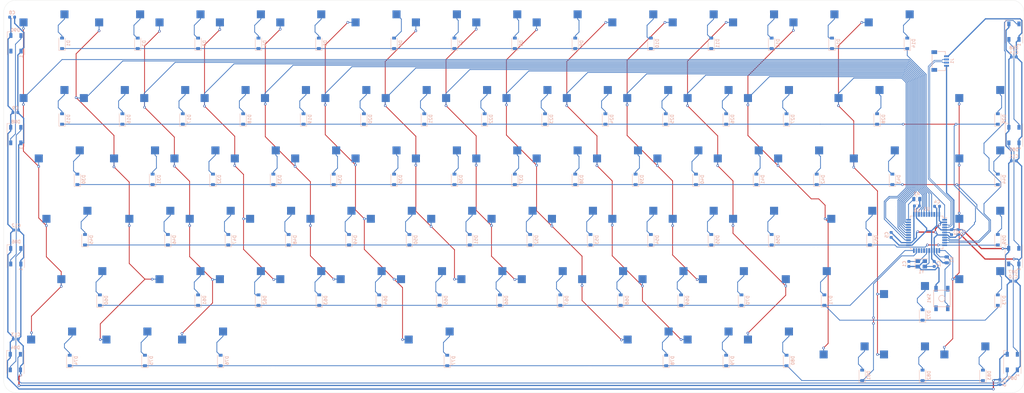
<source format=kicad_pcb>
(kicad_pcb (version 20171130) (host pcbnew "(5.1.4)-1")
  (layers (0 F.Cu signal) (31 B.Cu signal) (34 B.Paste user) (35 F.Paste user) (36 B.SilkS user) (37 F.SilkS user) (38 B.Mask user) (39 F.Mask user) (44 Edge.Cuts user))
  (net 0 "")
  (net 1 GND)
  (net 2 "Net-(C1-Pad1)")
  (net 3 "Net-(C2-Pad1)")
  (net 4 "Net-(C3-Pad1)")
  (net 5 +5V)
  (net 6 "Net-(D1-Pad2)")
  (net 7 ROW0)
  (net 8 "Net-(D2-Pad2)")
  (net 9 "Net-(D3-Pad2)")
  (net 10 "Net-(D4-Pad2)")
  (net 11 "Net-(D5-Pad2)")
  (net 12 "Net-(D6-Pad2)")
  (net 13 "Net-(D7-Pad2)")
  (net 14 "Net-(D8-Pad2)")
  (net 15 "Net-(D9-Pad2)")
  (net 16 "Net-(D10-Pad2)")
  (net 17 "Net-(D11-Pad2)")
  (net 18 "Net-(D12-Pad2)")
  (net 19 "Net-(D13-Pad2)")
  (net 20 "Net-(D14-Pad2)")
  (net 21 "Net-(D15-Pad2)")
  (net 22 ROW1)
  (net 23 "Net-(D16-Pad2)")
  (net 24 "Net-(D17-Pad2)")
  (net 25 "Net-(D18-Pad2)")
  (net 26 "Net-(D19-Pad2)")
  (net 27 "Net-(D20-Pad2)")
  (net 28 "Net-(D21-Pad2)")
  (net 29 "Net-(D22-Pad2)")
  (net 30 "Net-(D23-Pad2)")
  (net 31 "Net-(D24-Pad2)")
  (net 32 "Net-(D25-Pad2)")
  (net 33 "Net-(D26-Pad2)")
  (net 34 "Net-(D27-Pad2)")
  (net 35 "Net-(D28-Pad2)")
  (net 36 "Net-(D29-Pad2)")
  (net 37 "Net-(D30-Pad2)")
  (net 38 ROW2)
  (net 39 "Net-(D31-Pad2)")
  (net 40 "Net-(D32-Pad2)")
  (net 41 "Net-(D33-Pad2)")
  (net 42 "Net-(D34-Pad2)")
  (net 43 "Net-(D35-Pad2)")
  (net 44 "Net-(D36-Pad2)")
  (net 45 "Net-(D37-Pad2)")
  (net 46 "Net-(D38-Pad2)")
  (net 47 "Net-(D39-Pad2)")
  (net 48 "Net-(D40-Pad2)")
  (net 49 "Net-(D41-Pad2)")
  (net 50 "Net-(D42-Pad2)")
  (net 51 "Net-(D43-Pad2)")
  (net 52 "Net-(D44-Pad2)")
  (net 53 "Net-(D45-Pad2)")
  (net 54 ROW3)
  (net 55 "Net-(D46-Pad2)")
  (net 56 "Net-(D47-Pad2)")
  (net 57 "Net-(D48-Pad2)")
  (net 58 "Net-(D49-Pad2)")
  (net 59 "Net-(D50-Pad2)")
  (net 60 "Net-(D51-Pad2)")
  (net 61 "Net-(D52-Pad2)")
  (net 62 "Net-(D53-Pad2)")
  (net 63 "Net-(D54-Pad2)")
  (net 64 "Net-(D55-Pad2)")
  (net 65 "Net-(D56-Pad2)")
  (net 66 "Net-(D57-Pad2)")
  (net 67 "Net-(D59-Pad2)")
  (net 68 "Net-(D60-Pad2)")
  (net 69 ROW4)
  (net 70 "Net-(D61-Pad2)")
  (net 71 "Net-(D62-Pad2)")
  (net 72 "Net-(D63-Pad2)")
  (net 73 "Net-(D64-Pad2)")
  (net 74 "Net-(D65-Pad2)")
  (net 75 "Net-(D66-Pad2)")
  (net 76 "Net-(D67-Pad2)")
  (net 77 "Net-(D68-Pad2)")
  (net 78 "Net-(D69-Pad2)")
  (net 79 "Net-(D70-Pad2)")
  (net 80 "Net-(D71-Pad2)")
  (net 81 "Net-(D72-Pad2)")
  (net 82 "Net-(D73-Pad2)")
  (net 83 "Net-(D74-Pad2)")
  (net 84 ROW5)
  (net 85 "Net-(D75-Pad2)")
  (net 86 "Net-(D76-Pad2)")
  (net 87 "Net-(D77-Pad2)")
  (net 88 "Net-(D78-Pad2)")
  (net 89 "Net-(D79-Pad2)")
  (net 90 "Net-(D80-Pad2)")
  (net 91 "Net-(D81-Pad2)")
  (net 92 "Net-(D82-Pad2)")
  (net 93 "Net-(D83-Pad2)")
  (net 94 D+)
  (net 95 D-)
  (net 96 COL10)
  (net 97 COL9)
  (net 98 COL8)
  (net 99 COL1)
  (net 100 COL2)
  (net 101 COL3)
  (net 102 COL4)
  (net 103 COL5)
  (net 104 COL6)
  (net 105 COL7)
  (net 106 COL11)
  (net 107 COL12)
  (net 108 COL13)
  (net 109 COL0)
  (net 110 COL14)
  (net 111 "Net-(R1-Pad2)")
  (net 112 "Net-(R2-Pad2)")
  (net 113 "Net-(U1-Pad42)")
  (net 114 "Net-(D58-Pad2)")
  (net 115 RGBLED)
  (net 116 "Net-(D84-Pad2)")
  (net 117 "Net-(D84-Pad4)")
  (net 118 "Net-(D85-Pad2)")
  (net 119 "Net-(D86-Pad2)")
  (net 120 "Net-(D87-Pad2)")
  (net 121 "Net-(D88-Pad2)")
  (net 122 "Net-(D90-Pad2)")
  (net 123 "Net-(U1-Pad20)")
  (net 124 "Net-(U1-Pad18)")
  (net 125 "Net-(U1-Pad19)")
  (module MX_Only:MXOnly-1U-Hotswap (layer F.Cu) (at 361.95 146.177)
    (fp_text reference K_pgDn1)
    (fp_text value MX-NoLED)
    (pad 2 smd rect (at 5.842 -5.08) (size 2.55 2.5) (layers B.Cu B.Paste B.Mask) (net 67 "Net-(D59-Pad2)"))
    (pad 1 smd rect (at -7.085 -2.54) (size 2.55 2.5) (layers B.Cu B.Paste B.Mask) (net 110 COL14))
    (pad "" np_thru_hole circle (at 5.08 0 48.0996) (size 1.75 1.75) (drill 1.75) (layers *.Cu *.Mask))
    (pad "" np_thru_hole circle (at -5.08 0 48.0996) (size 1.75 1.75) (drill 1.75) (layers *.Cu *.Mask))
    (pad "" np_thru_hole circle (at -3.81 -2.54) (size 3 3) (drill 3) (layers *.Cu *.Mask))
    (pad "" np_thru_hole circle (at 0 0) (size 3.9878 3.9878) (drill 3.9878) (layers *.Cu *.Mask))
    (pad "" np_thru_hole circle (at 2.54 -5.08) (size 3 3) (drill 3) (layers *.Cu *.Mask))
  )
  (module LED_SMD:LED_WS2812B_PLCC4_5.0x5.0mm_P3.2mm (layer B.Cu) (at 57.201 88.265 90)
    (fp_text reference D90 (at 4.191 -0.178) (layer B.SilkS) (effects (justify mirror)))
    (fp_text value WS2812B)
    (fp_text user 1 (at -4.15 1.6 90) (layer B.SilkS) (effects (justify mirror)))
    (pad 1 smd rect (at -2.45 1.6 90) (size 1.5 1) (layers B.Cu B.Paste B.Mask) (net 5 +5V))
    (pad 2 smd rect (at -2.45 -1.6 90) (size 1.5 1) (layers B.Cu B.Paste B.Mask) (net 122 "Net-(D90-Pad2)"))
    (pad 4 smd rect (at 2.45 1.6 90) (size 1.5 1) (layers B.Cu B.Paste B.Mask) (net 121 "Net-(D88-Pad2)"))
    (pad 3 smd rect (at 2.45 -1.6 90) (size 1.5 1) (layers B.Cu B.Paste B.Mask) (net 1 GND))
  )
  (module LED_SMD:LED_WS2812B_PLCC4_5.0x5.0mm_P3.2mm (layer B.Cu) (at 371.602 188.849 90)
    (fp_text reference D89 (at -5.08 0 180) (layer B.SilkS) (effects (justify mirror)))
    (fp_text value WS2812B)
    (fp_text user 1 (at -4.15 1.6 90) (layer B.SilkS) (effects (justify mirror)))
    (pad 1 smd rect (at -2.45 1.6 90) (size 1.5 1) (layers B.Cu B.Paste B.Mask) (net 5 +5V))
    (pad 2 smd rect (at -2.45 -1.6 90) (size 1.5 1) (layers B.Cu B.Paste B.Mask) (net 117 "Net-(D84-Pad4)"))
    (pad 4 smd rect (at 2.45 1.6 90) (size 1.5 1) (layers B.Cu B.Paste B.Mask) (net 120 "Net-(D87-Pad2)"))
    (pad 3 smd rect (at 2.45 -1.6 90) (size 1.5 1) (layers B.Cu B.Paste B.Mask) (net 1 GND))
  )
  (module LED_SMD:LED_WS2812B_PLCC4_5.0x5.0mm_P3.2mm (layer B.Cu) (at 57.15 117.221 90)
    (fp_text reference D88 (at 4.191 0 180) (layer B.SilkS) (effects (justify mirror)))
    (fp_text value WS2812B)
    (fp_text user 1 (at -4.15 1.6 90) (layer B.SilkS) (effects (justify mirror)))
    (pad 1 smd rect (at -2.45 1.6 90) (size 1.5 1) (layers B.Cu B.Paste B.Mask) (net 5 +5V))
    (pad 2 smd rect (at -2.45 -1.6 90) (size 1.5 1) (layers B.Cu B.Paste B.Mask) (net 121 "Net-(D88-Pad2)"))
    (pad 4 smd rect (at 2.45 1.6 90) (size 1.5 1) (layers B.Cu B.Paste B.Mask) (net 119 "Net-(D86-Pad2)"))
    (pad 3 smd rect (at 2.45 -1.6 90) (size 1.5 1) (layers B.Cu B.Paste B.Mask) (net 1 GND))
  )
  (module LED_SMD:LED_WS2812B_PLCC4_5.0x5.0mm_P3.2mm (layer B.Cu) (at 372.059 155.411 90)
    (fp_text reference D87 (at -4.99 -0.203) (layer B.SilkS) (effects (justify mirror)))
    (fp_text value WS2812B)
    (fp_text user 1 (at -4.15 1.6 90) (layer B.SilkS) (effects (justify mirror)))
    (pad 1 smd rect (at -2.45 1.6 90) (size 1.5 1) (layers B.Cu B.Paste B.Mask) (net 5 +5V))
    (pad 2 smd rect (at -2.45 -1.6 90) (size 1.5 1) (layers B.Cu B.Paste B.Mask) (net 120 "Net-(D87-Pad2)"))
    (pad 4 smd rect (at 2.45 1.6 90) (size 1.5 1) (layers B.Cu B.Paste B.Mask) (net 118 "Net-(D85-Pad2)"))
    (pad 3 smd rect (at 2.45 -1.6 90) (size 1.5 1) (layers B.Cu B.Paste B.Mask) (net 1 GND))
  )
  (module LED_SMD:LED_WS2812B_PLCC4_5.0x5.0mm_P3.2mm (layer B.Cu) (at 57.15 155.448 90)
    (fp_text reference D86 (at 4.572 0.127 180) (layer B.SilkS) (effects (justify mirror)))
    (fp_text value WS2812B)
    (fp_text user 1 (at -4.15 1.6 90) (layer B.SilkS) (effects (justify mirror)))
    (pad 1 smd rect (at -2.45 1.6 90) (size 1.5 1) (layers B.Cu B.Paste B.Mask) (net 5 +5V))
    (pad 2 smd rect (at -2.45 -1.6 90) (size 1.5 1) (layers B.Cu B.Paste B.Mask) (net 119 "Net-(D86-Pad2)"))
    (pad 4 smd rect (at 2.45 1.6 90) (size 1.5 1) (layers B.Cu B.Paste B.Mask) (net 116 "Net-(D84-Pad2)"))
    (pad 3 smd rect (at 2.45 -1.6 90) (size 1.5 1) (layers B.Cu B.Paste B.Mask) (net 1 GND))
  )
  (module LED_SMD:LED_WS2812B_PLCC4_5.0x5.0mm_P3.2mm (layer B.Cu) (at 372.11 117.221 90)
    (fp_text reference D85 (at -4.572 0) (layer B.SilkS) (effects (justify mirror)))
    (fp_text value WS2812B)
    (fp_text user 1 (at -4.15 1.6 90) (layer B.SilkS) (effects (justify mirror)))
    (pad 1 smd rect (at -2.45 1.6 90) (size 1.5 1) (layers B.Cu B.Paste B.Mask) (net 5 +5V))
    (pad 2 smd rect (at -2.45 -1.6 90) (size 1.5 1) (layers B.Cu B.Paste B.Mask) (net 118 "Net-(D85-Pad2)"))
    (pad 4 smd rect (at 2.45 1.6 90) (size 1.5 1) (layers B.Cu B.Paste B.Mask) (net 114 "Net-(D58-Pad2)"))
    (pad 3 smd rect (at 2.45 -1.6 90) (size 1.5 1) (layers B.Cu B.Paste B.Mask) (net 1 GND))
  )
  (module LED_SMD:LED_WS2812B_PLCC4_5.0x5.0mm_P3.2mm (layer B.Cu) (at 57.023 188.849 90)
    (fp_text reference D84 (at 4.572 0 180) (layer B.SilkS) (effects (justify mirror)))
    (fp_text value WS2812B)
    (fp_text user 1 (at -4.15 1.6 90) (layer B.SilkS) (effects (justify mirror)))
    (pad 1 smd rect (at -2.45 1.6 90) (size 1.5 1) (layers B.Cu B.Paste B.Mask) (net 5 +5V))
    (pad 2 smd rect (at -2.45 -1.6 90) (size 1.5 1) (layers B.Cu B.Paste B.Mask) (net 116 "Net-(D84-Pad2)"))
    (pad 4 smd rect (at 2.45 1.6 90) (size 1.5 1) (layers B.Cu B.Paste B.Mask) (net 117 "Net-(D84-Pad4)"))
    (pad 3 smd rect (at 2.45 -1.6 90) (size 1.5 1) (layers B.Cu B.Paste B.Mask) (net 1 GND))
  )
  (module Capacitor_SMD:C_0603_1608Metric (layer B.Cu) (at 367.665 195.1735 90)
    (fp_text reference C15 (at 0 1.43 90) (layer B.SilkS) (effects (justify mirror)))
    (fp_text value 0.1uF)
    (pad 2 smd roundrect (at 0.7875 0 90) (size 0.875 0.95) (layers B.Cu B.Paste B.Mask) (net 1 GND))
    (pad 1 smd roundrect (at -0.7875 0 90) (size 0.875 0.95) (layers B.Cu B.Paste B.Mask) (net 5 +5V))
  )
  (module Capacitor_SMD:C_0603_1608Metric (layer B.Cu) (at 372.0845 92.583 180)
    (fp_text reference C14 (at 0 1.43) (layer B.SilkS) (effects (justify mirror)))
    (fp_text value 0.1uF)
    (pad 2 smd roundrect (at 0.7875 0 180) (size 0.875 0.95) (layers B.Cu B.Paste B.Mask) (net 1 GND))
    (pad 1 smd roundrect (at -0.7875 0 180) (size 0.875 0.95) (layers B.Cu B.Paste B.Mask) (net 5 +5V))
  )
  (module Capacitor_SMD:C_0603_1608Metric (layer B.Cu) (at 57.15 181.61 180)
    (fp_text reference C13 (at 0 1.43) (layer B.SilkS) (effects (justify mirror)))
    (fp_text value 0.1uF)
    (pad 2 smd roundrect (at 0.7875 0 180) (size 0.875 0.95) (layers B.Cu B.Paste B.Mask) (net 1 GND))
    (pad 1 smd roundrect (at -0.7875 0 180) (size 0.875 0.95) (layers B.Cu B.Paste B.Mask) (net 5 +5V))
  )
  (module Capacitor_SMD:C_0603_1608Metric (layer B.Cu) (at 57.277 147.193 180)
    (fp_text reference C12 (at 0 1.43) (layer B.SilkS) (effects (justify mirror)))
    (fp_text value 0.1uF)
    (pad 2 smd roundrect (at 0.7875 0 180) (size 0.875 0.95) (layers B.Cu B.Paste B.Mask) (net 1 GND))
    (pad 1 smd roundrect (at -0.7875 0 180) (size 0.875 0.95) (layers B.Cu B.Paste B.Mask) (net 5 +5V))
  )
  (module Capacitor_SMD:C_0603_1608Metric (layer B.Cu) (at 372.0845 125.349 180)
    (fp_text reference C11 (at 0 1.43) (layer B.SilkS) (effects (justify mirror)))
    (fp_text value 0.1uF)
    (pad 2 smd roundrect (at 0.7875 0 180) (size 0.875 0.95) (layers B.Cu B.Paste B.Mask) (net 1 GND))
    (pad 1 smd roundrect (at -0.7875 0 180) (size 0.875 0.95) (layers B.Cu B.Paste B.Mask) (net 5 +5V))
  )
  (module Capacitor_SMD:C_0603_1608Metric (layer B.Cu) (at 371.8815 163.322 180)
    (fp_text reference C10 (at 0 1.43) (layer B.SilkS) (effects (justify mirror)))
    (fp_text value 0.1uF)
    (pad 2 smd roundrect (at 0.7875 0 180) (size 0.875 0.95) (layers B.Cu B.Paste B.Mask) (net 1 GND))
    (pad 1 smd roundrect (at -0.7875 0 180) (size 0.875 0.95) (layers B.Cu B.Paste B.Mask) (net 5 +5V))
  )
  (module Capacitor_SMD:C_0603_1608Metric (layer B.Cu) (at 57.023 110.109 180)
    (fp_text reference C9 (at 0 1.43) (layer B.SilkS) (effects (justify mirror)))
    (fp_text value 0.1uF)
    (pad 2 smd roundrect (at 0.7875 0 180) (size 0.875 0.95) (layers B.Cu B.Paste B.Mask) (net 1 GND))
    (pad 1 smd roundrect (at -0.7875 0 180) (size 0.875 0.95) (layers B.Cu B.Paste B.Mask) (net 5 +5V))
  )
  (module Capacitor_SMD:C_0603_1608Metric (layer B.Cu) (at 56.007 80.01 180)
    (fp_text reference C8 (at 0 1.43) (layer B.SilkS) (effects (justify mirror)))
    (fp_text value 0.1uF)
    (pad 2 smd roundrect (at 0.7875 0 180) (size 0.875 0.95) (layers B.Cu B.Paste B.Mask) (net 1 GND))
    (pad 1 smd roundrect (at -0.7875 0 180) (size 0.875 0.95) (layers B.Cu B.Paste B.Mask) (net 5 +5V))
  )
  (module LED_SMD:LED_WS2812B_PLCC4_5.0x5.0mm_P3.2mm (layer B.Cu) (at 372.11 84.582 90)
    (fp_text reference D58 (at -5.08 0) (layer B.SilkS) (effects (justify mirror)))
    (fp_text value WS2812B)
    (fp_text user 1 (at -4.15 1.6 90) (layer B.SilkS) (effects (justify mirror)))
    (pad 1 smd rect (at -2.45 1.6 90) (size 1.5 1) (layers B.Cu B.Paste B.Mask) (net 5 +5V))
    (pad 2 smd rect (at -2.45 -1.6 90) (size 1.5 1) (layers B.Cu B.Paste B.Mask) (net 114 "Net-(D58-Pad2)"))
    (pad 4 smd rect (at 2.45 1.6 90) (size 1.5 1) (layers B.Cu B.Paste B.Mask) (net 115 RGBLED))
    (pad 3 smd rect (at 2.45 -1.6 90) (size 1.5 1) (layers B.Cu B.Paste B.Mask) (net 1 GND))
  )
  (module MX_Only:MXOnly-2.25U-Hotswap (layer F.Cu) (at 321.564 146.177)
    (fp_text reference K_enter1)
    (fp_text value MX-NoLED)
    (pad "" np_thru_hole circle (at -11.938 8.255) (size 3.9878 3.9878) (drill 3.9878) (layers *.Cu *.Mask))
    (pad "" np_thru_hole circle (at 11.938 8.255) (size 3.9878 3.9878) (drill 3.9878) (layers *.Cu *.Mask))
    (pad "" np_thru_hole circle (at -11.938 -6.985) (size 3.048 3.048) (drill 3.048) (layers *.Cu *.Mask))
    (pad "" np_thru_hole circle (at 11.938 -6.985) (size 3.048 3.048) (drill 3.048) (layers *.Cu *.Mask))
    (pad 2 smd rect (at 5.842 -5.08) (size 2.55 2.5) (layers B.Cu B.Paste B.Mask) (net 66 "Net-(D57-Pad2)"))
    (pad 1 smd rect (at -7.085 -2.54) (size 2.55 2.5) (layers B.Cu B.Paste B.Mask) (net 107 COL12))
    (pad "" np_thru_hole circle (at 5.08 0 48.0996) (size 1.75 1.75) (drill 1.75) (layers *.Cu *.Mask))
    (pad "" np_thru_hole circle (at -5.08 0 48.0996) (size 1.75 1.75) (drill 1.75) (layers *.Cu *.Mask))
    (pad "" np_thru_hole circle (at -3.81 -2.54) (size 3 3) (drill 3) (layers *.Cu *.Mask))
    (pad "" np_thru_hole circle (at 0 0) (size 3.9878 3.9878) (drill 3.9878) (layers *.Cu *.Mask))
    (pad "" np_thru_hole circle (at 2.54 -5.08) (size 3 3) (drill 3) (layers *.Cu *.Mask))
  )
  (module Diode_SMD:D_SOD-123 (layer B.Cu) (at 362.331 193.04 90)
    (fp_text reference D83 (at 0 2 90) (layer B.SilkS) (effects (justify mirror)))
    (fp_text value D_Small)
    (pad 2 smd rect (at 1.65 0 90) (size 0.9 1.2) (layers B.Cu B.Paste B.Mask) (net 93 "Net-(D83-Pad2)"))
    (pad 1 smd rect (at -1.65 0 90) (size 0.9 1.2) (layers B.Cu B.Paste B.Mask) (net 84 ROW5))
  )
  (module Diode_SMD:D_SOD-123 (layer B.Cu) (at 343.281 193.04 90)
    (fp_text reference D82 (at 0 2 90) (layer B.SilkS) (effects (justify mirror)))
    (fp_text value D_Small)
    (pad 2 smd rect (at 1.65 0 90) (size 0.9 1.2) (layers B.Cu B.Paste B.Mask) (net 92 "Net-(D82-Pad2)"))
    (pad 1 smd rect (at -1.65 0 90) (size 0.9 1.2) (layers B.Cu B.Paste B.Mask) (net 84 ROW5))
  )
  (module Diode_SMD:D_SOD-123 (layer B.Cu) (at 324.231 193.04 90)
    (fp_text reference D81 (at 0 2 90) (layer B.SilkS) (effects (justify mirror)))
    (fp_text value D_Small)
    (pad 2 smd rect (at 1.65 0 90) (size 0.9 1.2) (layers B.Cu B.Paste B.Mask) (net 91 "Net-(D81-Pad2)"))
    (pad 1 smd rect (at -1.65 0 90) (size 0.9 1.2) (layers B.Cu B.Paste B.Mask) (net 84 ROW5))
  )
  (module Diode_SMD:D_SOD-123 (layer B.Cu) (at 300.355 188.341 90)
    (fp_text reference D80 (at 0 2 90) (layer B.SilkS) (effects (justify mirror)))
    (fp_text value D_Small)
    (pad 2 smd rect (at 1.65 0 90) (size 0.9 1.2) (layers B.Cu B.Paste B.Mask) (net 90 "Net-(D80-Pad2)"))
    (pad 1 smd rect (at -1.65 0 90) (size 0.9 1.2) (layers B.Cu B.Paste B.Mask) (net 84 ROW5))
  )
  (module Diode_SMD:D_SOD-123 (layer B.Cu) (at 281.305 188.341 90)
    (fp_text reference D79 (at 0 2 90) (layer B.SilkS) (effects (justify mirror)))
    (fp_text value D_Small)
    (pad 2 smd rect (at 1.65 0 90) (size 0.9 1.2) (layers B.Cu B.Paste B.Mask) (net 89 "Net-(D79-Pad2)"))
    (pad 1 smd rect (at -1.65 0 90) (size 0.9 1.2) (layers B.Cu B.Paste B.Mask) (net 84 ROW5))
  )
  (module Diode_SMD:D_SOD-123 (layer B.Cu) (at 262.382 188.341 90)
    (fp_text reference D78 (at 0 2 90) (layer B.SilkS) (effects (justify mirror)))
    (fp_text value D_Small)
    (pad 2 smd rect (at 1.65 0 90) (size 0.9 1.2) (layers B.Cu B.Paste B.Mask) (net 88 "Net-(D78-Pad2)"))
    (pad 1 smd rect (at -1.65 0 90) (size 0.9 1.2) (layers B.Cu B.Paste B.Mask) (net 84 ROW5))
  )
  (module Diode_SMD:D_SOD-123 (layer B.Cu) (at 193.294 188.341 90)
    (fp_text reference D77 (at 0 2 90) (layer B.SilkS) (effects (justify mirror)))
    (fp_text value D_Small)
    (pad 2 smd rect (at 1.65 0 90) (size 0.9 1.2) (layers B.Cu B.Paste B.Mask) (net 87 "Net-(D77-Pad2)"))
    (pad 1 smd rect (at -1.65 0 90) (size 0.9 1.2) (layers B.Cu B.Paste B.Mask) (net 84 ROW5))
  )
  (module Diode_SMD:D_SOD-123 (layer B.Cu) (at 121.793 188.34 90)
    (fp_text reference D76 (at 0 2 90) (layer B.SilkS) (effects (justify mirror)))
    (fp_text value D_Small)
    (pad 2 smd rect (at 1.65 0 90) (size 0.9 1.2) (layers B.Cu B.Paste B.Mask) (net 86 "Net-(D76-Pad2)"))
    (pad 1 smd rect (at -1.65 0 90) (size 0.9 1.2) (layers B.Cu B.Paste B.Mask) (net 84 ROW5))
  )
  (module Diode_SMD:D_SOD-123 (layer B.Cu) (at 97.917 188.341 90)
    (fp_text reference D75 (at 0 2 90) (layer B.SilkS) (effects (justify mirror)))
    (fp_text value D_Small)
    (pad 2 smd rect (at 1.65 0 90) (size 0.9 1.2) (layers B.Cu B.Paste B.Mask) (net 85 "Net-(D75-Pad2)"))
    (pad 1 smd rect (at -1.65 0 90) (size 0.9 1.2) (layers B.Cu B.Paste B.Mask) (net 84 ROW5))
  )
  (module Diode_SMD:D_SOD-123 (layer B.Cu) (at 74.168 188.34 90)
    (fp_text reference D74 (at 0 2 90) (layer B.SilkS) (effects (justify mirror)))
    (fp_text value D_Small)
    (pad 2 smd rect (at 1.65 0 90) (size 0.9 1.2) (layers B.Cu B.Paste B.Mask) (net 83 "Net-(D74-Pad2)"))
    (pad 1 smd rect (at -1.65 0 90) (size 0.9 1.2) (layers B.Cu B.Paste B.Mask) (net 84 ROW5))
  )
  (module Diode_SMD:D_SOD-123 (layer B.Cu) (at 367.03 169.291 90)
    (fp_text reference D73 (at 0 2 90) (layer B.SilkS) (effects (justify mirror)))
    (fp_text value D_Small)
    (pad 2 smd rect (at 1.65 0 90) (size 0.9 1.2) (layers B.Cu B.Paste B.Mask) (net 82 "Net-(D73-Pad2)"))
    (pad 1 smd rect (at -1.65 0 90) (size 0.9 1.2) (layers B.Cu B.Paste B.Mask) (net 69 ROW4))
  )
  (module Diode_SMD:D_SOD-123 (layer B.Cu) (at 343.281 173.99 90)
    (fp_text reference D72 (at 0 2 90) (layer B.SilkS) (effects (justify mirror)))
    (fp_text value D_Small)
    (pad 2 smd rect (at 1.65 0 90) (size 0.9 1.2) (layers B.Cu B.Paste B.Mask) (net 81 "Net-(D72-Pad2)"))
    (pad 1 smd rect (at -1.65 0 90) (size 0.9 1.2) (layers B.Cu B.Paste B.Mask) (net 69 ROW4))
  )
  (module Diode_SMD:D_SOD-123 (layer B.Cu) (at 312.293 169.291 90)
    (fp_text reference D71 (at 0 2 90) (layer B.SilkS) (effects (justify mirror)))
    (fp_text value D_Small)
    (pad 2 smd rect (at 1.65 0 90) (size 0.9 1.2) (layers B.Cu B.Paste B.Mask) (net 80 "Net-(D71-Pad2)"))
    (pad 1 smd rect (at -1.65 0 90) (size 0.9 1.2) (layers B.Cu B.Paste B.Mask) (net 69 ROW4))
  )
  (module Diode_SMD:D_SOD-123 (layer B.Cu) (at 286.131 169.291 90)
    (fp_text reference D70 (at 0 2 90) (layer B.SilkS) (effects (justify mirror)))
    (fp_text value D_Small)
    (pad 2 smd rect (at 1.65 0 90) (size 0.9 1.2) (layers B.Cu B.Paste B.Mask) (net 79 "Net-(D70-Pad2)"))
    (pad 1 smd rect (at -1.65 0 90) (size 0.9 1.2) (layers B.Cu B.Paste B.Mask) (net 69 ROW4))
  )
  (module Diode_SMD:D_SOD-123 (layer B.Cu) (at 267.081 169.291 90)
    (fp_text reference D69 (at 0 2 90) (layer B.SilkS) (effects (justify mirror)))
    (fp_text value D_Small)
    (pad 2 smd rect (at 1.65 0 90) (size 0.9 1.2) (layers B.Cu B.Paste B.Mask) (net 78 "Net-(D69-Pad2)"))
    (pad 1 smd rect (at -1.65 0 90) (size 0.9 1.2) (layers B.Cu B.Paste B.Mask) (net 69 ROW4))
  )
  (module Diode_SMD:D_SOD-123 (layer B.Cu) (at 248.031 169.291 90)
    (fp_text reference D68 (at 0 2 90) (layer B.SilkS) (effects (justify mirror)))
    (fp_text value D_Small)
    (pad 2 smd rect (at 1.65 0 90) (size 0.9 1.2) (layers B.Cu B.Paste B.Mask) (net 77 "Net-(D68-Pad2)"))
    (pad 1 smd rect (at -1.65 0 90) (size 0.9 1.2) (layers B.Cu B.Paste B.Mask) (net 69 ROW4))
  )
  (module Diode_SMD:D_SOD-123 (layer B.Cu) (at 228.981 169.291 90)
    (fp_text reference D67 (at 0 2 90) (layer B.SilkS) (effects (justify mirror)))
    (fp_text value D_Small)
    (pad 2 smd rect (at 1.65 0 90) (size 0.9 1.2) (layers B.Cu B.Paste B.Mask) (net 76 "Net-(D67-Pad2)"))
    (pad 1 smd rect (at -1.65 0 90) (size 0.9 1.2) (layers B.Cu B.Paste B.Mask) (net 69 ROW4))
  )
  (module Diode_SMD:D_SOD-123 (layer B.Cu) (at 209.931 169.291 90)
    (fp_text reference D66 (at 0 2 90) (layer B.SilkS) (effects (justify mirror)))
    (fp_text value D_Small)
    (pad 2 smd rect (at 1.65 0 90) (size 0.9 1.2) (layers B.Cu B.Paste B.Mask) (net 75 "Net-(D66-Pad2)"))
    (pad 1 smd rect (at -1.65 0 90) (size 0.9 1.2) (layers B.Cu B.Paste B.Mask) (net 69 ROW4))
  )
  (module Diode_SMD:D_SOD-123 (layer B.Cu) (at 190.881 169.291 90)
    (fp_text reference D65 (at 0 2 90) (layer B.SilkS) (effects (justify mirror)))
    (fp_text value D_Small)
    (pad 2 smd rect (at 1.65 0 90) (size 0.9 1.2) (layers B.Cu B.Paste B.Mask) (net 74 "Net-(D65-Pad2)"))
    (pad 1 smd rect (at -1.65 0 90) (size 0.9 1.2) (layers B.Cu B.Paste B.Mask) (net 69 ROW4))
  )
  (module Diode_SMD:D_SOD-123 (layer B.Cu) (at 171.831 169.291 90)
    (fp_text reference D64 (at 0 2 90) (layer B.SilkS) (effects (justify mirror)))
    (fp_text value D_Small)
    (pad 2 smd rect (at 1.65 0 90) (size 0.9 1.2) (layers B.Cu B.Paste B.Mask) (net 73 "Net-(D64-Pad2)"))
    (pad 1 smd rect (at -1.65 0 90) (size 0.9 1.2) (layers B.Cu B.Paste B.Mask) (net 69 ROW4))
  )
  (module Diode_SMD:D_SOD-123 (layer B.Cu) (at 152.908 169.291 90)
    (fp_text reference D63 (at 0 2 90) (layer B.SilkS) (effects (justify mirror)))
    (fp_text value D_Small)
    (pad 2 smd rect (at 1.65 0 90) (size 0.9 1.2) (layers B.Cu B.Paste B.Mask) (net 72 "Net-(D63-Pad2)"))
    (pad 1 smd rect (at -1.65 0 90) (size 0.9 1.2) (layers B.Cu B.Paste B.Mask) (net 69 ROW4))
  )
  (module Diode_SMD:D_SOD-123 (layer B.Cu) (at 133.731 169.291 90)
    (fp_text reference D62 (at 0 2 90) (layer B.SilkS) (effects (justify mirror)))
    (fp_text value D_Small)
    (pad 2 smd rect (at 1.65 0 90) (size 0.9 1.2) (layers B.Cu B.Paste B.Mask) (net 71 "Net-(D62-Pad2)"))
    (pad 1 smd rect (at -1.65 0 90) (size 0.9 1.2) (layers B.Cu B.Paste B.Mask) (net 69 ROW4))
  )
  (module Diode_SMD:D_SOD-123 (layer B.Cu) (at 114.681 169.291 90)
    (fp_text reference D61 (at 0 2 90) (layer B.SilkS) (effects (justify mirror)))
    (fp_text value D_Small)
    (pad 2 smd rect (at 1.65 0 90) (size 0.9 1.2) (layers B.Cu B.Paste B.Mask) (net 70 "Net-(D61-Pad2)"))
    (pad 1 smd rect (at -1.65 0 90) (size 0.9 1.2) (layers B.Cu B.Paste B.Mask) (net 69 ROW4))
  )
  (module Diode_SMD:D_SOD-123 (layer B.Cu) (at 83.693 169.291 90)
    (fp_text reference D60 (at 0 2 90) (layer B.SilkS) (effects (justify mirror)))
    (fp_text value D_Small)
    (pad 2 smd rect (at 1.65 0 90) (size 0.9 1.2) (layers B.Cu B.Paste B.Mask) (net 68 "Net-(D60-Pad2)"))
    (pad 1 smd rect (at -1.65 0 90) (size 0.9 1.2) (layers B.Cu B.Paste B.Mask) (net 69 ROW4))
  )
  (module Diode_SMD:D_SOD-123 (layer B.Cu) (at 367.03 150.241 90)
    (fp_text reference D59 (at 0 2 90) (layer B.SilkS) (effects (justify mirror)))
    (fp_text value D_Small)
    (pad 2 smd rect (at 1.65 0 90) (size 0.9 1.2) (layers B.Cu B.Paste B.Mask) (net 67 "Net-(D59-Pad2)"))
    (pad 1 smd rect (at -1.65 0 90) (size 0.9 1.2) (layers B.Cu B.Paste B.Mask) (net 54 ROW3))
  )
  (module Diode_SMD:D_SOD-123 (layer B.Cu) (at 326.644 150.241 90)
    (fp_text reference D57 (at 0 2 90) (layer B.SilkS) (effects (justify mirror)))
    (fp_text value D_Small)
    (pad 2 smd rect (at 1.65 0 90) (size 0.9 1.2) (layers B.Cu B.Paste B.Mask) (net 66 "Net-(D57-Pad2)"))
    (pad 1 smd rect (at -1.65 0 90) (size 0.9 1.2) (layers B.Cu B.Paste B.Mask) (net 54 ROW3))
  )
  (module Diode_SMD:D_SOD-123 (layer B.Cu) (at 295.656 150.241 90)
    (fp_text reference D56 (at 0 2 90) (layer B.SilkS) (effects (justify mirror)))
    (fp_text value D_Small)
    (pad 2 smd rect (at 1.65 0 90) (size 0.9 1.2) (layers B.Cu B.Paste B.Mask) (net 65 "Net-(D56-Pad2)"))
    (pad 1 smd rect (at -1.65 0 90) (size 0.9 1.2) (layers B.Cu B.Paste B.Mask) (net 54 ROW3))
  )
  (module Diode_SMD:D_SOD-123 (layer B.Cu) (at 276.606 150.241 90)
    (fp_text reference D55 (at 0 2 90) (layer B.SilkS) (effects (justify mirror)))
    (fp_text value D_Small)
    (pad 2 smd rect (at 1.65 0 90) (size 0.9 1.2) (layers B.Cu B.Paste B.Mask) (net 64 "Net-(D55-Pad2)"))
    (pad 1 smd rect (at -1.65 0 90) (size 0.9 1.2) (layers B.Cu B.Paste B.Mask) (net 54 ROW3))
  )
  (module Diode_SMD:D_SOD-123 (layer B.Cu) (at 257.556 150.241 90)
    (fp_text reference D54 (at 0 2 90) (layer B.SilkS) (effects (justify mirror)))
    (fp_text value D_Small)
    (pad 2 smd rect (at 1.65 0 90) (size 0.9 1.2) (layers B.Cu B.Paste B.Mask) (net 63 "Net-(D54-Pad2)"))
    (pad 1 smd rect (at -1.65 0 90) (size 0.9 1.2) (layers B.Cu B.Paste B.Mask) (net 54 ROW3))
  )
  (module Diode_SMD:D_SOD-123 (layer B.Cu) (at 238.506 150.241 90)
    (fp_text reference D53 (at 0 2 90) (layer B.SilkS) (effects (justify mirror)))
    (fp_text value D_Small)
    (pad 2 smd rect (at 1.65 0 90) (size 0.9 1.2) (layers B.Cu B.Paste B.Mask) (net 62 "Net-(D53-Pad2)"))
    (pad 1 smd rect (at -1.65 0 90) (size 0.9 1.2) (layers B.Cu B.Paste B.Mask) (net 54 ROW3))
  )
  (module Diode_SMD:D_SOD-123 (layer B.Cu) (at 219.456 150.241 90)
    (fp_text reference D52 (at 0 2 90) (layer B.SilkS) (effects (justify mirror)))
    (fp_text value D_Small)
    (pad 2 smd rect (at 1.65 0 90) (size 0.9 1.2) (layers B.Cu B.Paste B.Mask) (net 61 "Net-(D52-Pad2)"))
    (pad 1 smd rect (at -1.65 0 90) (size 0.9 1.2) (layers B.Cu B.Paste B.Mask) (net 54 ROW3))
  )
  (module Diode_SMD:D_SOD-123 (layer B.Cu) (at 200.406 150.241 90)
    (fp_text reference D51 (at 0 2 90) (layer B.SilkS) (effects (justify mirror)))
    (fp_text value D_Small)
    (pad 2 smd rect (at 1.65 0 90) (size 0.9 1.2) (layers B.Cu B.Paste B.Mask) (net 60 "Net-(D51-Pad2)"))
    (pad 1 smd rect (at -1.65 0 90) (size 0.9 1.2) (layers B.Cu B.Paste B.Mask) (net 54 ROW3))
  )
  (module Diode_SMD:D_SOD-123 (layer B.Cu) (at 181.356 150.241 90)
    (fp_text reference D50 (at 0 2 90) (layer B.SilkS) (effects (justify mirror)))
    (fp_text value D_Small)
    (pad 2 smd rect (at 1.65 0 90) (size 0.9 1.2) (layers B.Cu B.Paste B.Mask) (net 59 "Net-(D50-Pad2)"))
    (pad 1 smd rect (at -1.65 0 90) (size 0.9 1.2) (layers B.Cu B.Paste B.Mask) (net 54 ROW3))
  )
  (module Diode_SMD:D_SOD-123 (layer B.Cu) (at 162.306 150.241 90)
    (fp_text reference D49 (at 0 2 90) (layer B.SilkS) (effects (justify mirror)))
    (fp_text value D_Small)
    (pad 2 smd rect (at 1.65 0 90) (size 0.9 1.2) (layers B.Cu B.Paste B.Mask) (net 58 "Net-(D49-Pad2)"))
    (pad 1 smd rect (at -1.65 0 90) (size 0.9 1.2) (layers B.Cu B.Paste B.Mask) (net 54 ROW3))
  )
  (module Diode_SMD:D_SOD-123 (layer B.Cu) (at 143.256 150.241 90)
    (fp_text reference D48 (at 0 2 90) (layer B.SilkS) (effects (justify mirror)))
    (fp_text value D_Small)
    (pad 2 smd rect (at 1.65 0 90) (size 0.9 1.2) (layers B.Cu B.Paste B.Mask) (net 57 "Net-(D48-Pad2)"))
    (pad 1 smd rect (at -1.65 0 90) (size 0.9 1.2) (layers B.Cu B.Paste B.Mask) (net 54 ROW3))
  )
  (module Diode_SMD:D_SOD-123 (layer B.Cu) (at 124.206 150.241 90)
    (fp_text reference D47 (at 0 2 90) (layer B.SilkS) (effects (justify mirror)))
    (fp_text value D_Small)
    (pad 2 smd rect (at 1.65 0 90) (size 0.9 1.2) (layers B.Cu B.Paste B.Mask) (net 56 "Net-(D47-Pad2)"))
    (pad 1 smd rect (at -1.65 0 90) (size 0.9 1.2) (layers B.Cu B.Paste B.Mask) (net 54 ROW3))
  )
  (module Diode_SMD:D_SOD-123 (layer B.Cu) (at 105.156 150.241 90)
    (fp_text reference D46 (at 0 2 90) (layer B.SilkS) (effects (justify mirror)))
    (fp_text value D_Small)
    (pad 2 smd rect (at 1.65 0 90) (size 0.9 1.2) (layers B.Cu B.Paste B.Mask) (net 55 "Net-(D46-Pad2)"))
    (pad 1 smd rect (at -1.65 0 90) (size 0.9 1.2) (layers B.Cu B.Paste B.Mask) (net 54 ROW3))
  )
  (module Diode_SMD:D_SOD-123 (layer B.Cu) (at 78.994 150.241 90)
    (fp_text reference D45 (at 0 2 90) (layer B.SilkS) (effects (justify mirror)))
    (fp_text value D_Small)
    (pad 2 smd rect (at 1.65 0 90) (size 0.9 1.2) (layers B.Cu B.Paste B.Mask) (net 53 "Net-(D45-Pad2)"))
    (pad 1 smd rect (at -1.65 0 90) (size 0.9 1.2) (layers B.Cu B.Paste B.Mask) (net 54 ROW3))
  )
  (module Diode_SMD:D_SOD-123 (layer B.Cu) (at 367.03 131.191 90)
    (fp_text reference D44 (at 0 2 90) (layer B.SilkS) (effects (justify mirror)))
    (fp_text value D_Small)
    (pad 2 smd rect (at 1.65 0 90) (size 0.9 1.2) (layers B.Cu B.Paste B.Mask) (net 52 "Net-(D44-Pad2)"))
    (pad 1 smd rect (at -1.65 0 90) (size 0.9 1.2) (layers B.Cu B.Paste B.Mask) (net 38 ROW2))
  )
  (module Diode_SMD:D_SOD-123 (layer B.Cu) (at 333.756 131.191 90)
    (fp_text reference D43 (at 0 2 90) (layer B.SilkS) (effects (justify mirror)))
    (fp_text value D_Small)
    (pad 2 smd rect (at 1.65 0 90) (size 0.9 1.2) (layers B.Cu B.Paste B.Mask) (net 51 "Net-(D43-Pad2)"))
    (pad 1 smd rect (at -1.65 0 90) (size 0.9 1.2) (layers B.Cu B.Paste B.Mask) (net 38 ROW2))
  )
  (module Diode_SMD:D_SOD-123 (layer B.Cu) (at 309.88 131.191 90)
    (fp_text reference D42 (at 0 2 90) (layer B.SilkS) (effects (justify mirror)))
    (fp_text value D_Small)
    (pad 2 smd rect (at 1.65 0 90) (size 0.9 1.2) (layers B.Cu B.Paste B.Mask) (net 50 "Net-(D42-Pad2)"))
    (pad 1 smd rect (at -1.65 0 90) (size 0.9 1.2) (layers B.Cu B.Paste B.Mask) (net 38 ROW2))
  )
  (module Diode_SMD:D_SOD-123 (layer B.Cu) (at 290.83 131.191 90)
    (fp_text reference D41 (at 0 2 90) (layer B.SilkS) (effects (justify mirror)))
    (fp_text value D_Small)
    (pad 2 smd rect (at 1.65 0 90) (size 0.9 1.2) (layers B.Cu B.Paste B.Mask) (net 49 "Net-(D41-Pad2)"))
    (pad 1 smd rect (at -1.65 0 90) (size 0.9 1.2) (layers B.Cu B.Paste B.Mask) (net 38 ROW2))
  )
  (module Diode_SMD:D_SOD-123 (layer B.Cu) (at 271.78 131.191 90)
    (fp_text reference D40 (at 0 2 90) (layer B.SilkS) (effects (justify mirror)))
    (fp_text value D_Small)
    (pad 2 smd rect (at 1.65 0 90) (size 0.9 1.2) (layers B.Cu B.Paste B.Mask) (net 48 "Net-(D40-Pad2)"))
    (pad 1 smd rect (at -1.65 0 90) (size 0.9 1.2) (layers B.Cu B.Paste B.Mask) (net 38 ROW2))
  )
  (module Diode_SMD:D_SOD-123 (layer B.Cu) (at 252.73 131.191 90)
    (fp_text reference D39 (at 0 2 90) (layer B.SilkS) (effects (justify mirror)))
    (fp_text value D_Small)
    (pad 2 smd rect (at 1.65 0 90) (size 0.9 1.2) (layers B.Cu B.Paste B.Mask) (net 47 "Net-(D39-Pad2)"))
    (pad 1 smd rect (at -1.65 0 90) (size 0.9 1.2) (layers B.Cu B.Paste B.Mask) (net 38 ROW2))
  )
  (module Diode_SMD:D_SOD-123 (layer B.Cu) (at 233.68 131.191 90)
    (fp_text reference D38 (at 0 2 90) (layer B.SilkS) (effects (justify mirror)))
    (fp_text value D_Small)
    (pad 2 smd rect (at 1.65 0 90) (size 0.9 1.2) (layers B.Cu B.Paste B.Mask) (net 46 "Net-(D38-Pad2)"))
    (pad 1 smd rect (at -1.65 0 90) (size 0.9 1.2) (layers B.Cu B.Paste B.Mask) (net 38 ROW2))
  )
  (module Diode_SMD:D_SOD-123 (layer B.Cu) (at 214.63 131.191 90)
    (fp_text reference D37 (at 0 2 90) (layer B.SilkS) (effects (justify mirror)))
    (fp_text value D_Small)
    (pad 2 smd rect (at 1.65 0 90) (size 0.9 1.2) (layers B.Cu B.Paste B.Mask) (net 45 "Net-(D37-Pad2)"))
    (pad 1 smd rect (at -1.65 0 90) (size 0.9 1.2) (layers B.Cu B.Paste B.Mask) (net 38 ROW2))
  )
  (module Diode_SMD:D_SOD-123 (layer B.Cu) (at 195.58 131.191 90)
    (fp_text reference D36 (at 0 2 90) (layer B.SilkS) (effects (justify mirror)))
    (fp_text value D_Small)
    (pad 2 smd rect (at 1.65 0 90) (size 0.9 1.2) (layers B.Cu B.Paste B.Mask) (net 44 "Net-(D36-Pad2)"))
    (pad 1 smd rect (at -1.65 0 90) (size 0.9 1.2) (layers B.Cu B.Paste B.Mask) (net 38 ROW2))
  )
  (module Diode_SMD:D_SOD-123 (layer B.Cu) (at 176.53 131.191 90)
    (fp_text reference D35 (at 0 2 90) (layer B.SilkS) (effects (justify mirror)))
    (fp_text value D_Small)
    (pad 2 smd rect (at 1.65 0 90) (size 0.9 1.2) (layers B.Cu B.Paste B.Mask) (net 43 "Net-(D35-Pad2)"))
    (pad 1 smd rect (at -1.65 0 90) (size 0.9 1.2) (layers B.Cu B.Paste B.Mask) (net 38 ROW2))
  )
  (module Diode_SMD:D_SOD-123 (layer B.Cu) (at 157.48 131.191 90)
    (fp_text reference D34 (at 0 2 90) (layer B.SilkS) (effects (justify mirror)))
    (fp_text value D_Small)
    (pad 2 smd rect (at 1.65 0 90) (size 0.9 1.2) (layers B.Cu B.Paste B.Mask) (net 42 "Net-(D34-Pad2)"))
    (pad 1 smd rect (at -1.65 0 90) (size 0.9 1.2) (layers B.Cu B.Paste B.Mask) (net 38 ROW2))
  )
  (module Diode_SMD:D_SOD-123 (layer B.Cu) (at 138.43 131.191 90)
    (fp_text reference D33 (at 0 2 90) (layer B.SilkS) (effects (justify mirror)))
    (fp_text value D_Small)
    (pad 2 smd rect (at 1.65 0 90) (size 0.9 1.2) (layers B.Cu B.Paste B.Mask) (net 41 "Net-(D33-Pad2)"))
    (pad 1 smd rect (at -1.65 0 90) (size 0.9 1.2) (layers B.Cu B.Paste B.Mask) (net 38 ROW2))
  )
  (module Diode_SMD:D_SOD-123 (layer B.Cu) (at 119.38 131.191 90)
    (fp_text reference D32 (at 0 2 90) (layer B.SilkS) (effects (justify mirror)))
    (fp_text value D_Small)
    (pad 2 smd rect (at 1.65 0 90) (size 0.9 1.2) (layers B.Cu B.Paste B.Mask) (net 40 "Net-(D32-Pad2)"))
    (pad 1 smd rect (at -1.65 0 90) (size 0.9 1.2) (layers B.Cu B.Paste B.Mask) (net 38 ROW2))
  )
  (module Diode_SMD:D_SOD-123 (layer B.Cu) (at 100.33 131.191 90)
    (fp_text reference D31 (at 0 2 90) (layer B.SilkS) (effects (justify mirror)))
    (fp_text value D_Small)
    (pad 2 smd rect (at 1.65 0 90) (size 0.9 1.2) (layers B.Cu B.Paste B.Mask) (net 39 "Net-(D31-Pad2)"))
    (pad 1 smd rect (at -1.65 0 90) (size 0.9 1.2) (layers B.Cu B.Paste B.Mask) (net 38 ROW2))
  )
  (module Diode_SMD:D_SOD-123 (layer B.Cu) (at 76.581 131.191 90)
    (fp_text reference D30 (at 0 2 90) (layer B.SilkS) (effects (justify mirror)))
    (fp_text value D_Small)
    (pad 2 smd rect (at 1.65 0 90) (size 0.9 1.2) (layers B.Cu B.Paste B.Mask) (net 37 "Net-(D30-Pad2)"))
    (pad 1 smd rect (at -1.65 0 90) (size 0.9 1.2) (layers B.Cu B.Paste B.Mask) (net 38 ROW2))
  )
  (module Diode_SMD:D_SOD-123 (layer B.Cu) (at 367.03 112.141 90)
    (fp_text reference D29 (at 0 2 90) (layer B.SilkS) (effects (justify mirror)))
    (fp_text value D_Small)
    (pad 2 smd rect (at 1.65 0 90) (size 0.9 1.2) (layers B.Cu B.Paste B.Mask) (net 36 "Net-(D29-Pad2)"))
    (pad 1 smd rect (at -1.65 0 90) (size 0.9 1.2) (layers B.Cu B.Paste B.Mask) (net 22 ROW1))
  )
  (module Diode_SMD:D_SOD-123 (layer B.Cu) (at 328.93 112.141 90)
    (fp_text reference D28 (at 0 2 90) (layer B.SilkS) (effects (justify mirror)))
    (fp_text value D_Small)
    (pad 2 smd rect (at 1.65 0 90) (size 0.9 1.2) (layers B.Cu B.Paste B.Mask) (net 35 "Net-(D28-Pad2)"))
    (pad 1 smd rect (at -1.65 0 90) (size 0.9 1.2) (layers B.Cu B.Paste B.Mask) (net 22 ROW1))
  )
  (module Diode_SMD:D_SOD-123 (layer B.Cu) (at 300.355 112.141 90)
    (fp_text reference D27 (at 0 2 90) (layer B.SilkS) (effects (justify mirror)))
    (fp_text value D_Small)
    (pad 2 smd rect (at 1.65 0 90) (size 0.9 1.2) (layers B.Cu B.Paste B.Mask) (net 34 "Net-(D27-Pad2)"))
    (pad 1 smd rect (at -1.65 0 90) (size 0.9 1.2) (layers B.Cu B.Paste B.Mask) (net 22 ROW1))
  )
  (module Diode_SMD:D_SOD-123 (layer B.Cu) (at 281.305 112.141 90)
    (fp_text reference D26 (at 0 2 90) (layer B.SilkS) (effects (justify mirror)))
    (fp_text value D_Small)
    (pad 2 smd rect (at 1.65 0 90) (size 0.9 1.2) (layers B.Cu B.Paste B.Mask) (net 33 "Net-(D26-Pad2)"))
    (pad 1 smd rect (at -1.65 0 90) (size 0.9 1.2) (layers B.Cu B.Paste B.Mask) (net 22 ROW1))
  )
  (module Diode_SMD:D_SOD-123 (layer B.Cu) (at 262.255 112.141 90)
    (fp_text reference D25 (at 0 2 90) (layer B.SilkS) (effects (justify mirror)))
    (fp_text value D_Small)
    (pad 2 smd rect (at 1.65 0 90) (size 0.9 1.2) (layers B.Cu B.Paste B.Mask) (net 32 "Net-(D25-Pad2)"))
    (pad 1 smd rect (at -1.65 0 90) (size 0.9 1.2) (layers B.Cu B.Paste B.Mask) (net 22 ROW1))
  )
  (module Diode_SMD:D_SOD-123 (layer B.Cu) (at 243.205 112.141 90)
    (fp_text reference D24 (at 0 2 90) (layer B.SilkS) (effects (justify mirror)))
    (fp_text value D_Small)
    (pad 2 smd rect (at 1.65 0 90) (size 0.9 1.2) (layers B.Cu B.Paste B.Mask) (net 31 "Net-(D24-Pad2)"))
    (pad 1 smd rect (at -1.65 0 90) (size 0.9 1.2) (layers B.Cu B.Paste B.Mask) (net 22 ROW1))
  )
  (module Diode_SMD:D_SOD-123 (layer B.Cu) (at 224.155 112.141 90)
    (fp_text reference D23 (at 0 2 90) (layer B.SilkS) (effects (justify mirror)))
    (fp_text value D_Small)
    (pad 2 smd rect (at 1.65 0 90) (size 0.9 1.2) (layers B.Cu B.Paste B.Mask) (net 30 "Net-(D23-Pad2)"))
    (pad 1 smd rect (at -1.65 0 90) (size 0.9 1.2) (layers B.Cu B.Paste B.Mask) (net 22 ROW1))
  )
  (module Diode_SMD:D_SOD-123 (layer B.Cu) (at 205.105 112.141 90)
    (fp_text reference D22 (at 0 2 90) (layer B.SilkS) (effects (justify mirror)))
    (fp_text value D_Small)
    (pad 2 smd rect (at 1.65 0 90) (size 0.9 1.2) (layers B.Cu B.Paste B.Mask) (net 29 "Net-(D22-Pad2)"))
    (pad 1 smd rect (at -1.65 0 90) (size 0.9 1.2) (layers B.Cu B.Paste B.Mask) (net 22 ROW1))
  )
  (module Diode_SMD:D_SOD-123 (layer B.Cu) (at 186.055 112.141 90)
    (fp_text reference D21 (at 0 2 90) (layer B.SilkS) (effects (justify mirror)))
    (fp_text value D_Small)
    (pad 2 smd rect (at 1.65 0 90) (size 0.9 1.2) (layers B.Cu B.Paste B.Mask) (net 28 "Net-(D21-Pad2)"))
    (pad 1 smd rect (at -1.65 0 90) (size 0.9 1.2) (layers B.Cu B.Paste B.Mask) (net 22 ROW1))
  )
  (module Diode_SMD:D_SOD-123 (layer B.Cu) (at 167.005 112.141 90)
    (fp_text reference D20 (at 0 2 90) (layer B.SilkS) (effects (justify mirror)))
    (fp_text value D_Small)
    (pad 2 smd rect (at 1.65 0 90) (size 0.9 1.2) (layers B.Cu B.Paste B.Mask) (net 27 "Net-(D20-Pad2)"))
    (pad 1 smd rect (at -1.65 0 90) (size 0.9 1.2) (layers B.Cu B.Paste B.Mask) (net 22 ROW1))
  )
  (module Diode_SMD:D_SOD-123 (layer B.Cu) (at 147.955 112.141 90)
    (fp_text reference D19 (at 0 2 90) (layer B.SilkS) (effects (justify mirror)))
    (fp_text value D_Small)
    (pad 2 smd rect (at 1.65 0 90) (size 0.9 1.2) (layers B.Cu B.Paste B.Mask) (net 26 "Net-(D19-Pad2)"))
    (pad 1 smd rect (at -1.65 0 90) (size 0.9 1.2) (layers B.Cu B.Paste B.Mask) (net 22 ROW1))
  )
  (module Diode_SMD:D_SOD-123 (layer B.Cu) (at 128.905 112.141 90)
    (fp_text reference D18 (at 0 2 90) (layer B.SilkS) (effects (justify mirror)))
    (fp_text value D_Small)
    (pad 2 smd rect (at 1.65 0 90) (size 0.9 1.2) (layers B.Cu B.Paste B.Mask) (net 25 "Net-(D18-Pad2)"))
    (pad 1 smd rect (at -1.65 0 90) (size 0.9 1.2) (layers B.Cu B.Paste B.Mask) (net 22 ROW1))
  )
  (module Diode_SMD:D_SOD-123 (layer B.Cu) (at 109.855 112.141 90)
    (fp_text reference D17 (at 0 2 90) (layer B.SilkS) (effects (justify mirror)))
    (fp_text value D_Small)
    (pad 2 smd rect (at 1.65 0 90) (size 0.9 1.2) (layers B.Cu B.Paste B.Mask) (net 24 "Net-(D17-Pad2)"))
    (pad 1 smd rect (at -1.65 0 90) (size 0.9 1.2) (layers B.Cu B.Paste B.Mask) (net 22 ROW1))
  )
  (module Diode_SMD:D_SOD-123 (layer B.Cu) (at 90.805 112.141 90)
    (fp_text reference D16 (at 0 2 90) (layer B.SilkS) (effects (justify mirror)))
    (fp_text value D_Small)
    (pad 2 smd rect (at 1.65 0 90) (size 0.9 1.2) (layers B.Cu B.Paste B.Mask) (net 23 "Net-(D16-Pad2)"))
    (pad 1 smd rect (at -1.65 0 90) (size 0.9 1.2) (layers B.Cu B.Paste B.Mask) (net 22 ROW1))
  )
  (module Diode_SMD:D_SOD-123 (layer B.Cu) (at 71.755 112.141 90)
    (fp_text reference D15 (at 0 2 90) (layer B.SilkS) (effects (justify mirror)))
    (fp_text value D_Small)
    (pad 2 smd rect (at 1.65 0 90) (size 0.9 1.2) (layers B.Cu B.Paste B.Mask) (net 21 "Net-(D15-Pad2)"))
    (pad 1 smd rect (at -1.65 0 90) (size 0.9 1.2) (layers B.Cu B.Paste B.Mask) (net 22 ROW1))
  )
  (module Diode_SMD:D_SOD-123 (layer B.Cu) (at 338.455 88.265 90)
    (fp_text reference D14 (at 0 2 90) (layer B.SilkS) (effects (justify mirror)))
    (fp_text value D_Small)
    (pad 2 smd rect (at 1.65 0 90) (size 0.9 1.2) (layers B.Cu B.Paste B.Mask) (net 20 "Net-(D14-Pad2)"))
    (pad 1 smd rect (at -1.65 0 90) (size 0.9 1.2) (layers B.Cu B.Paste B.Mask) (net 7 ROW0))
  )
  (module Diode_SMD:D_SOD-123 (layer B.Cu) (at 314.706 88.265 90)
    (fp_text reference D13 (at 0 2 90) (layer B.SilkS) (effects (justify mirror)))
    (fp_text value D_Small)
    (pad 2 smd rect (at 1.65 0 90) (size 0.9 1.2) (layers B.Cu B.Paste B.Mask) (net 19 "Net-(D13-Pad2)"))
    (pad 1 smd rect (at -1.65 0 90) (size 0.9 1.2) (layers B.Cu B.Paste B.Mask) (net 7 ROW0))
  )
  (module Diode_SMD:D_SOD-123 (layer B.Cu) (at 295.656 88.265 90)
    (fp_text reference D12 (at 0 2 90) (layer B.SilkS) (effects (justify mirror)))
    (fp_text value D_Small)
    (pad 2 smd rect (at 1.65 0 90) (size 0.9 1.2) (layers B.Cu B.Paste B.Mask) (net 18 "Net-(D12-Pad2)"))
    (pad 1 smd rect (at -1.65 0 90) (size 0.9 1.2) (layers B.Cu B.Paste B.Mask) (net 7 ROW0))
  )
  (module Diode_SMD:D_SOD-123 (layer B.Cu) (at 276.606 88.265 90)
    (fp_text reference D11 (at 0 2 90) (layer B.SilkS) (effects (justify mirror)))
    (fp_text value D_Small)
    (pad 2 smd rect (at 1.65 0 90) (size 0.9 1.2) (layers B.Cu B.Paste B.Mask) (net 17 "Net-(D11-Pad2)"))
    (pad 1 smd rect (at -1.65 0 90) (size 0.9 1.2) (layers B.Cu B.Paste B.Mask) (net 7 ROW0))
  )
  (module Diode_SMD:D_SOD-123 (layer B.Cu) (at 257.556 88.265 90)
    (fp_text reference D10 (at 0 2 90) (layer B.SilkS) (effects (justify mirror)))
    (fp_text value D_Small)
    (pad 2 smd rect (at 1.65 0 90) (size 0.9 1.2) (layers B.Cu B.Paste B.Mask) (net 16 "Net-(D10-Pad2)"))
    (pad 1 smd rect (at -1.65 0 90) (size 0.9 1.2) (layers B.Cu B.Paste B.Mask) (net 7 ROW0))
  )
  (module Diode_SMD:D_SOD-123 (layer B.Cu) (at 233.68 88.265 90)
    (fp_text reference D9 (at 0 2 90) (layer B.SilkS) (effects (justify mirror)))
    (fp_text value D_Small)
    (pad 2 smd rect (at 1.65 0 90) (size 0.9 1.2) (layers B.Cu B.Paste B.Mask) (net 15 "Net-(D9-Pad2)"))
    (pad 1 smd rect (at -1.65 0 90) (size 0.9 1.2) (layers B.Cu B.Paste B.Mask) (net 7 ROW0))
  )
  (module Diode_SMD:D_SOD-123 (layer B.Cu) (at 214.63 88.265 90)
    (fp_text reference D8 (at 0 2 90) (layer B.SilkS) (effects (justify mirror)))
    (fp_text value D_Small)
    (pad 2 smd rect (at 1.65 0 90) (size 0.9 1.2) (layers B.Cu B.Paste B.Mask) (net 14 "Net-(D8-Pad2)"))
    (pad 1 smd rect (at -1.65 0 90) (size 0.9 1.2) (layers B.Cu B.Paste B.Mask) (net 7 ROW0))
  )
  (module Diode_SMD:D_SOD-123 (layer B.Cu) (at 195.58 88.265 90)
    (fp_text reference D7 (at 0 2 90) (layer B.SilkS) (effects (justify mirror)))
    (fp_text value D_Small)
    (pad 2 smd rect (at 1.65 0 90) (size 0.9 1.2) (layers B.Cu B.Paste B.Mask) (net 13 "Net-(D7-Pad2)"))
    (pad 1 smd rect (at -1.65 0 90) (size 0.9 1.2) (layers B.Cu B.Paste B.Mask) (net 7 ROW0))
  )
  (module Diode_SMD:D_SOD-123 (layer B.Cu) (at 176.53 88.265 90)
    (fp_text reference D6 (at 0 2 90) (layer B.SilkS) (effects (justify mirror)))
    (fp_text value D_Small)
    (pad 2 smd rect (at 1.65 0 90) (size 0.9 1.2) (layers B.Cu B.Paste B.Mask) (net 12 "Net-(D6-Pad2)"))
    (pad 1 smd rect (at -1.65 0 90) (size 0.9 1.2) (layers B.Cu B.Paste B.Mask) (net 7 ROW0))
  )
  (module Diode_SMD:D_SOD-123 (layer B.Cu) (at 152.781 88.265 90)
    (fp_text reference D5 (at 0 2 90) (layer B.SilkS) (effects (justify mirror)))
    (fp_text value D_Small)
    (pad 2 smd rect (at 1.65 0 90) (size 0.9 1.2) (layers B.Cu B.Paste B.Mask) (net 11 "Net-(D5-Pad2)"))
    (pad 1 smd rect (at -1.65 0 90) (size 0.9 1.2) (layers B.Cu B.Paste B.Mask) (net 7 ROW0))
  )
  (module Diode_SMD:D_SOD-123 (layer B.Cu) (at 133.731 88.266 90)
    (fp_text reference D4 (at 0 2 90) (layer B.SilkS) (effects (justify mirror)))
    (fp_text value D_Small)
    (pad 2 smd rect (at 1.65 0 90) (size 0.9 1.2) (layers B.Cu B.Paste B.Mask) (net 10 "Net-(D4-Pad2)"))
    (pad 1 smd rect (at -1.65 0 90) (size 0.9 1.2) (layers B.Cu B.Paste B.Mask) (net 7 ROW0))
  )
  (module Diode_SMD:D_SOD-123 (layer B.Cu) (at 114.681 88.265 90)
    (fp_text reference D3 (at 0 2 270) (layer B.SilkS) (effects (justify mirror)))
    (fp_text value D_Small)
    (pad 2 smd rect (at 1.65 0 90) (size 0.9 1.2) (layers B.Cu B.Paste B.Mask) (net 9 "Net-(D3-Pad2)"))
    (pad 1 smd rect (at -1.65 0 90) (size 0.9 1.2) (layers B.Cu B.Paste B.Mask) (net 7 ROW0))
  )
  (module Diode_SMD:D_SOD-123 (layer B.Cu) (at 95.631 88.265 90)
    (fp_text reference D2 (at 0 2 90) (layer B.SilkS) (effects (justify mirror)))
    (fp_text value D_Small)
    (pad 2 smd rect (at 1.65 0 90) (size 0.9 1.2) (layers B.Cu B.Paste B.Mask) (net 8 "Net-(D2-Pad2)"))
    (pad 1 smd rect (at -1.65 0 90) (size 0.9 1.2) (layers B.Cu B.Paste B.Mask) (net 7 ROW0))
  )
  (module Diode_SMD:D_SOD-123 (layer B.Cu) (at 71.755 88.265 90)
    (fp_text reference D1 (at 0 2 90) (layer B.SilkS) (effects (justify mirror)))
    (fp_text value D_Small)
    (pad 2 smd rect (at 1.65 0 90) (size 0.9 1.2) (layers B.Cu B.Paste B.Mask) (net 6 "Net-(D1-Pad2)"))
    (pad 1 smd rect (at -1.65 0 90) (size 0.9 1.2) (layers B.Cu B.Paste B.Mask) (net 7 ROW0))
  )
  (module MX_Only:MXOnly-1.75U-Hotswap (layer F.Cu) (at 307.213 165.227)
    (fp_text reference K_rightShift1)
    (fp_text value MX-NoLED)
    (pad 2 smd rect (at 5.842 -5.08) (size 2.55 2.5) (layers B.Cu B.Paste B.Mask) (net 80 "Net-(D71-Pad2)"))
    (pad 1 smd rect (at -7.085 -2.54) (size 2.55 2.5) (layers B.Cu B.Paste B.Mask) (net 106 COL11))
    (pad "" np_thru_hole circle (at 5.08 0 48.0996) (size 1.75 1.75) (drill 1.75) (layers *.Cu *.Mask))
    (pad "" np_thru_hole circle (at -5.08 0 48.0996) (size 1.75 1.75) (drill 1.75) (layers *.Cu *.Mask))
    (pad "" np_thru_hole circle (at -3.81 -2.54) (size 3 3) (drill 3) (layers *.Cu *.Mask))
    (pad "" np_thru_hole circle (at 0 0) (size 3.9878 3.9878) (drill 3.9878) (layers *.Cu *.Mask))
    (pad "" np_thru_hole circle (at 2.54 -5.08) (size 3 3) (drill 3) (layers *.Cu *.Mask))
  )
  (module Crystal:Crystal_SMD_3225-4Pin_3.2x2.5mm (layer B.Cu) (at 342.9 157.861)
    (fp_text reference Y1 (at 0 2.45) (layer B.SilkS) (effects (justify mirror)))
    (fp_text value Crystal_GND24_Small)
    (pad 4 smd rect (at -1.1 0.85) (size 1.4 1.2) (layers B.Cu B.Paste B.Mask) (net 1 GND))
    (pad 3 smd rect (at 1.1 0.85) (size 1.4 1.2) (layers B.Cu B.Paste B.Mask) (net 3 "Net-(C2-Pad1)"))
    (pad 2 smd rect (at 1.1 -0.85) (size 1.4 1.2) (layers B.Cu B.Paste B.Mask) (net 1 GND))
    (pad 1 smd rect (at -1.1 -0.85) (size 1.4 1.2) (layers B.Cu B.Paste B.Mask) (net 2 "Net-(C1-Pad1)"))
  )
  (module Package_QFP:TQFP-44_10x10mm_P0.8mm (layer B.Cu) (at 344.551 147.955 180)
    (fp_text reference U1 (at 0 7.45) (layer B.SilkS) (effects (justify mirror)))
    (fp_text value ATmega32U4-AU)
    (pad 44 smd rect (at -4 5.7 90) (size 1.5 0.55) (layers B.Cu B.Paste B.Mask) (net 5 +5V))
    (pad 43 smd rect (at -3.2 5.7 90) (size 1.5 0.55) (layers B.Cu B.Paste B.Mask) (net 1 GND))
    (pad 42 smd rect (at -2.4 5.7 90) (size 1.5 0.55) (layers B.Cu B.Paste B.Mask) (net 113 "Net-(U1-Pad42)"))
    (pad 41 smd rect (at -1.6 5.7 90) (size 1.5 0.55) (layers B.Cu B.Paste B.Mask) (net 109 COL0))
    (pad 40 smd rect (at -0.8 5.7 90) (size 1.5 0.55) (layers B.Cu B.Paste B.Mask) (net 99 COL1))
    (pad 39 smd rect (at 0 5.7 90) (size 1.5 0.55) (layers B.Cu B.Paste B.Mask) (net 100 COL2))
    (pad 38 smd rect (at 0.8 5.7 90) (size 1.5 0.55) (layers B.Cu B.Paste B.Mask) (net 101 COL3))
    (pad 37 smd rect (at 1.6 5.7 90) (size 1.5 0.55) (layers B.Cu B.Paste B.Mask) (net 102 COL4))
    (pad 36 smd rect (at 2.4 5.7 90) (size 1.5 0.55) (layers B.Cu B.Paste B.Mask) (net 103 COL5))
    (pad 35 smd rect (at 3.2 5.7 90) (size 1.5 0.55) (layers B.Cu B.Paste B.Mask) (net 1 GND))
    (pad 34 smd rect (at 4 5.7 90) (size 1.5 0.55) (layers B.Cu B.Paste B.Mask) (net 5 +5V))
    (pad 33 smd rect (at 5.7 4 180) (size 1.5 0.55) (layers B.Cu B.Paste B.Mask) (net 112 "Net-(R2-Pad2)"))
    (pad 32 smd rect (at 5.7 3.2 180) (size 1.5 0.55) (layers B.Cu B.Paste B.Mask) (net 104 COL6))
    (pad 31 smd rect (at 5.7 2.4 180) (size 1.5 0.55) (layers B.Cu B.Paste B.Mask) (net 105 COL7))
    (pad 30 smd rect (at 5.7 1.6 180) (size 1.5 0.55) (layers B.Cu B.Paste B.Mask) (net 98 COL8))
    (pad 29 smd rect (at 5.7 0.8 180) (size 1.5 0.55) (layers B.Cu B.Paste B.Mask) (net 97 COL9))
    (pad 28 smd rect (at 5.7 0 180) (size 1.5 0.55) (layers B.Cu B.Paste B.Mask) (net 96 COL10))
    (pad 27 smd rect (at 5.7 -0.8 180) (size 1.5 0.55) (layers B.Cu B.Paste B.Mask) (net 106 COL11))
    (pad 26 smd rect (at 5.7 -1.6 180) (size 1.5 0.55) (layers B.Cu B.Paste B.Mask) (net 107 COL12))
    (pad 25 smd rect (at 5.7 -2.4 180) (size 1.5 0.55) (layers B.Cu B.Paste B.Mask) (net 108 COL13))
    (pad 24 smd rect (at 5.7 -3.2 180) (size 1.5 0.55) (layers B.Cu B.Paste B.Mask) (net 5 +5V))
    (pad 23 smd rect (at 5.7 -4 180) (size 1.5 0.55) (layers B.Cu B.Paste B.Mask) (net 1 GND))
    (pad 22 smd rect (at 4 -5.7 90) (size 1.5 0.55) (layers B.Cu B.Paste B.Mask) (net 69 ROW4))
    (pad 21 smd rect (at 3.2 -5.7 90) (size 1.5 0.55) (layers B.Cu B.Paste B.Mask) (net 84 ROW5))
    (pad 20 smd rect (at 2.4 -5.7 90) (size 1.5 0.55) (layers B.Cu B.Paste B.Mask) (net 123 "Net-(U1-Pad20)"))
    (pad 19 smd rect (at 1.6 -5.7 90) (size 1.5 0.55) (layers B.Cu B.Paste B.Mask) (net 125 "Net-(U1-Pad19)"))
    (pad 18 smd rect (at 0.8 -5.7 90) (size 1.5 0.55) (layers B.Cu B.Paste B.Mask) (net 124 "Net-(U1-Pad18)"))
    (pad 17 smd rect (at 0 -5.7 90) (size 1.5 0.55) (layers B.Cu B.Paste B.Mask) (net 2 "Net-(C1-Pad1)"))
    (pad 16 smd rect (at -0.8 -5.7 90) (size 1.5 0.55) (layers B.Cu B.Paste B.Mask) (net 3 "Net-(C2-Pad1)"))
    (pad 15 smd rect (at -1.6 -5.7 90) (size 1.5 0.55) (layers B.Cu B.Paste B.Mask) (net 1 GND))
    (pad 14 smd rect (at -2.4 -5.7 90) (size 1.5 0.55) (layers B.Cu B.Paste B.Mask) (net 5 +5V))
    (pad 13 smd rect (at -3.2 -5.7 90) (size 1.5 0.55) (layers B.Cu B.Paste B.Mask) (net 111 "Net-(R1-Pad2)"))
    (pad 12 smd rect (at -4 -5.7 90) (size 1.5 0.55) (layers B.Cu B.Paste B.Mask) (net 110 COL14))
    (pad 11 smd rect (at -5.7 -4 180) (size 1.5 0.55) (layers B.Cu B.Paste B.Mask) (net 54 ROW3))
    (pad 10 smd rect (at -5.7 -3.2 180) (size 1.5 0.55) (layers B.Cu B.Paste B.Mask) (net 115 RGBLED))
    (pad 9 smd rect (at -5.7 -2.4 180) (size 1.5 0.55) (layers B.Cu B.Paste B.Mask) (net 38 ROW2))
    (pad 8 smd rect (at -5.7 -1.6 180) (size 1.5 0.55) (layers B.Cu B.Paste B.Mask) (net 22 ROW1))
    (pad 7 smd rect (at -5.7 -0.8 180) (size 1.5 0.55) (layers B.Cu B.Paste B.Mask) (net 5 +5V))
    (pad 6 smd rect (at -5.7 0 180) (size 1.5 0.55) (layers B.Cu B.Paste B.Mask) (net 4 "Net-(C3-Pad1)"))
    (pad 5 smd rect (at -5.7 0.8 180) (size 1.5 0.55) (layers B.Cu B.Paste B.Mask) (net 1 GND))
    (pad 4 smd rect (at -5.7 1.6 180) (size 1.5 0.55) (layers B.Cu B.Paste B.Mask) (net 94 D+))
    (pad 3 smd rect (at -5.7 2.4 180) (size 1.5 0.55) (layers B.Cu B.Paste B.Mask) (net 95 D-))
    (pad 2 smd rect (at -5.7 3.2 180) (size 1.5 0.55) (layers B.Cu B.Paste B.Mask) (net 5 +5V))
    (pad 1 smd rect (at -5.7 4 180) (size 1.5 0.55) (layers B.Cu B.Paste B.Mask) (net 7 ROW0))
  )
  (module random-keyboard-parts:SKQG-1155865 (layer B.Cu) (at 349.377 168.783 90)
    (fp_text reference SW1 (at 0 -4.064 270) (layer B.SilkS) (effects (justify mirror)))
    (fp_text value SW_Push)
    (pad 4 smd rect (at -3.1 -1.85 90) (size 1.8 1.1) (layers B.Cu B.Paste B.Mask))
    (pad 3 smd rect (at 3.1 1.85 90) (size 1.8 1.1) (layers B.Cu B.Paste B.Mask))
    (pad 2 smd rect (at -3.1 1.85 90) (size 1.8 1.1) (layers B.Cu B.Paste B.Mask) (net 111 "Net-(R1-Pad2)"))
    (pad 1 smd rect (at 3.1 -1.85 90) (size 1.8 1.1) (layers B.Cu B.Paste B.Mask) (net 1 GND))
  )
  (module Resistor_SMD:R_0805_2012Metric (layer B.Cu) (at 341.4545 137.414 180)
    (fp_text reference R2 (at 0 1.65 180) (layer B.SilkS) (effects (justify mirror)))
    (fp_text value 1K)
    (pad 2 smd roundrect (at 0.9375 0 180) (size 0.975 1.4) (layers B.Cu B.Paste B.Mask) (net 112 "Net-(R2-Pad2)"))
    (pad 1 smd roundrect (at -0.9375 0 180) (size 0.975 1.4) (layers B.Cu B.Paste B.Mask) (net 1 GND))
  )
  (module Resistor_SMD:R_0805_2012Metric (layer B.Cu) (at 350.901 156.591 90)
    (fp_text reference R1 (at 0 1.65 90) (layer B.SilkS) (effects (justify mirror)))
    (fp_text value 10k)
    (pad 2 smd roundrect (at 0.9375 0 90) (size 0.975 1.4) (layers B.Cu B.Paste B.Mask) (net 111 "Net-(R1-Pad2)"))
    (pad 1 smd roundrect (at -0.9375 0 90) (size 0.975 1.4) (layers B.Cu B.Paste B.Mask) (net 5 +5V))
  )
  (module MX_Only:MXOnly-1U-Hotswap (layer F.Cu) (at 109.601 165.227)
    (fp_text reference K_Z1)
    (fp_text value MX-NoLED)
    (pad 2 smd rect (at 5.842 -5.08) (size 2.55 2.5) (layers B.Cu B.Paste B.Mask) (net 70 "Net-(D61-Pad2)"))
    (pad 1 smd rect (at -7.085 -2.54) (size 2.55 2.5) (layers B.Cu B.Paste B.Mask) (net 99 COL1))
    (pad "" np_thru_hole circle (at 5.08 0 48.0996) (size 1.75 1.75) (drill 1.75) (layers *.Cu *.Mask))
    (pad "" np_thru_hole circle (at -5.08 0 48.0996) (size 1.75 1.75) (drill 1.75) (layers *.Cu *.Mask))
    (pad "" np_thru_hole circle (at -3.81 -2.54) (size 3 3) (drill 3) (layers *.Cu *.Mask))
    (pad "" np_thru_hole circle (at 0 0) (size 3.9878 3.9878) (drill 3.9878) (layers *.Cu *.Mask))
    (pad "" np_thru_hole circle (at 2.54 -5.08) (size 3 3) (drill 3) (layers *.Cu *.Mask))
  )
  (module MX_Only:MXOnly-1U-Hotswap (layer F.Cu) (at 190.5 127.127)
    (fp_text reference K_Y1)
    (fp_text value MX-NoLED)
    (pad 2 smd rect (at 5.842 -5.08) (size 2.55 2.5) (layers B.Cu B.Paste B.Mask) (net 44 "Net-(D36-Pad2)"))
    (pad 1 smd rect (at -7.085 -2.54) (size 2.55 2.5) (layers B.Cu B.Paste B.Mask) (net 104 COL6))
    (pad "" np_thru_hole circle (at 5.08 0 48.0996) (size 1.75 1.75) (drill 1.75) (layers *.Cu *.Mask))
    (pad "" np_thru_hole circle (at -5.08 0 48.0996) (size 1.75 1.75) (drill 1.75) (layers *.Cu *.Mask))
    (pad "" np_thru_hole circle (at -3.81 -2.54) (size 3 3) (drill 3) (layers *.Cu *.Mask))
    (pad "" np_thru_hole circle (at 0 0) (size 3.9878 3.9878) (drill 3.9878) (layers *.Cu *.Mask))
    (pad "" np_thru_hole circle (at 2.54 -5.08) (size 3 3) (drill 3) (layers *.Cu *.Mask))
  )
  (module MX_Only:MXOnly-1U-Hotswap (layer F.Cu) (at 128.651 165.227)
    (fp_text reference K_X1)
    (fp_text value MX-NoLED)
    (pad 2 smd rect (at 5.842 -5.08) (size 2.55 2.5) (layers B.Cu B.Paste B.Mask) (net 71 "Net-(D62-Pad2)"))
    (pad 1 smd rect (at -7.085 -2.54) (size 2.55 2.5) (layers B.Cu B.Paste B.Mask) (net 100 COL2))
    (pad "" np_thru_hole circle (at 5.08 0 48.0996) (size 1.75 1.75) (drill 1.75) (layers *.Cu *.Mask))
    (pad "" np_thru_hole circle (at -5.08 0 48.0996) (size 1.75 1.75) (drill 1.75) (layers *.Cu *.Mask))
    (pad "" np_thru_hole circle (at -3.81 -2.54) (size 3 3) (drill 3) (layers *.Cu *.Mask))
    (pad "" np_thru_hole circle (at 0 0) (size 3.9878 3.9878) (drill 3.9878) (layers *.Cu *.Mask))
    (pad "" np_thru_hole circle (at 2.54 -5.08) (size 3 3) (drill 3) (layers *.Cu *.Mask))
  )
  (module MX_Only:MXOnly-1.25U-Hotswap (layer F.Cu) (at 92.837 184.277)
    (fp_text reference K_Win1)
    (fp_text value MX-NoLED)
    (pad 2 smd rect (at 5.842 -5.08) (size 2.55 2.5) (layers B.Cu B.Paste B.Mask) (net 85 "Net-(D75-Pad2)"))
    (pad 1 smd rect (at -7.085 -2.54) (size 2.55 2.5) (layers B.Cu B.Paste B.Mask) (net 99 COL1))
    (pad "" np_thru_hole circle (at 5.08 0 48.0996) (size 1.75 1.75) (drill 1.75) (layers *.Cu *.Mask))
    (pad "" np_thru_hole circle (at -5.08 0 48.0996) (size 1.75 1.75) (drill 1.75) (layers *.Cu *.Mask))
    (pad "" np_thru_hole circle (at -3.81 -2.54) (size 3 3) (drill 3) (layers *.Cu *.Mask))
    (pad "" np_thru_hole circle (at 0 0) (size 3.9878 3.9878) (drill 3.9878) (layers *.Cu *.Mask))
    (pad "" np_thru_hole circle (at 2.54 -5.08) (size 3 3) (drill 3) (layers *.Cu *.Mask))
  )
  (module MX_Only:MXOnly-1U-Hotswap (layer F.Cu) (at 114.3 127.127)
    (fp_text reference K_W1)
    (fp_text value MX-NoLED)
    (pad 2 smd rect (at 5.842 -5.08) (size 2.55 2.5) (layers B.Cu B.Paste B.Mask) (net 40 "Net-(D32-Pad2)"))
    (pad 1 smd rect (at -7.085 -2.54) (size 2.55 2.5) (layers B.Cu B.Paste B.Mask) (net 100 COL2))
    (pad "" np_thru_hole circle (at 5.08 0 48.0996) (size 1.75 1.75) (drill 1.75) (layers *.Cu *.Mask))
    (pad "" np_thru_hole circle (at -5.08 0 48.0996) (size 1.75 1.75) (drill 1.75) (layers *.Cu *.Mask))
    (pad "" np_thru_hole circle (at -3.81 -2.54) (size 3 3) (drill 3) (layers *.Cu *.Mask))
    (pad "" np_thru_hole circle (at 0 0) (size 3.9878 3.9878) (drill 3.9878) (layers *.Cu *.Mask))
    (pad "" np_thru_hole circle (at 2.54 -5.08) (size 3 3) (drill 3) (layers *.Cu *.Mask))
  )
  (module MX_Only:MXOnly-1U-Hotswap (layer F.Cu) (at 166.751 165.227)
    (fp_text reference K_V1)
    (fp_text value MX-NoLED)
    (pad 2 smd rect (at 5.842 -5.08) (size 2.55 2.5) (layers B.Cu B.Paste B.Mask) (net 73 "Net-(D64-Pad2)"))
    (pad 1 smd rect (at -7.085 -2.54) (size 2.55 2.5) (layers B.Cu B.Paste B.Mask) (net 102 COL4))
    (pad "" np_thru_hole circle (at 5.08 0 48.0996) (size 1.75 1.75) (drill 1.75) (layers *.Cu *.Mask))
    (pad "" np_thru_hole circle (at -5.08 0 48.0996) (size 1.75 1.75) (drill 1.75) (layers *.Cu *.Mask))
    (pad "" np_thru_hole circle (at -3.81 -2.54) (size 3 3) (drill 3) (layers *.Cu *.Mask))
    (pad "" np_thru_hole circle (at 0 0) (size 3.9878 3.9878) (drill 3.9878) (layers *.Cu *.Mask))
    (pad "" np_thru_hole circle (at 2.54 -5.08) (size 3 3) (drill 3) (layers *.Cu *.Mask))
  )
  (module MX_Only:MXOnly-1U-Hotswap (layer F.Cu) (at 338.201 169.926)
    (fp_text reference K_upArrow1)
    (fp_text value MX-NoLED)
    (pad 2 smd rect (at 5.842 -5.08) (size 2.55 2.5) (layers B.Cu B.Paste B.Mask) (net 81 "Net-(D72-Pad2)"))
    (pad 1 smd rect (at -7.085 -2.54) (size 2.55 2.5) (layers B.Cu B.Paste B.Mask) (net 108 COL13))
    (pad "" np_thru_hole circle (at 5.08 0 48.0996) (size 1.75 1.75) (drill 1.75) (layers *.Cu *.Mask))
    (pad "" np_thru_hole circle (at -5.08 0 48.0996) (size 1.75 1.75) (drill 1.75) (layers *.Cu *.Mask))
    (pad "" np_thru_hole circle (at -3.81 -2.54) (size 3 3) (drill 3) (layers *.Cu *.Mask))
    (pad "" np_thru_hole circle (at 0 0) (size 3.9878 3.9878) (drill 3.9878) (layers *.Cu *.Mask))
    (pad "" np_thru_hole circle (at 2.54 -5.08) (size 3 3) (drill 3) (layers *.Cu *.Mask))
  )
  (module MX_Only:MXOnly-1U-Hotswap (layer F.Cu) (at 209.55 127.127)
    (fp_text reference K_U1)
    (fp_text value MX-NoLED)
    (pad 2 smd rect (at 5.842 -5.08) (size 2.55 2.5) (layers B.Cu B.Paste B.Mask) (net 45 "Net-(D37-Pad2)"))
    (pad 1 smd rect (at -7.085 -2.54) (size 2.55 2.5) (layers B.Cu B.Paste B.Mask) (net 105 COL7))
    (pad "" np_thru_hole circle (at 5.08 0 48.0996) (size 1.75 1.75) (drill 1.75) (layers *.Cu *.Mask))
    (pad "" np_thru_hole circle (at -5.08 0 48.0996) (size 1.75 1.75) (drill 1.75) (layers *.Cu *.Mask))
    (pad "" np_thru_hole circle (at -3.81 -2.54) (size 3 3) (drill 3) (layers *.Cu *.Mask))
    (pad "" np_thru_hole circle (at 0 0) (size 3.9878 3.9878) (drill 3.9878) (layers *.Cu *.Mask))
    (pad "" np_thru_hole circle (at 2.54 -5.08) (size 3 3) (drill 3) (layers *.Cu *.Mask))
  )
  (module MX_Only:MXOnly-1U-Hotswap (layer F.Cu) (at 66.675 108.077)
    (fp_text reference K_Tilda1)
    (fp_text value MX-NoLED)
    (pad 2 smd rect (at 5.842 -5.08) (size 2.55 2.5) (layers B.Cu B.Paste B.Mask) (net 21 "Net-(D15-Pad2)"))
    (pad 1 smd rect (at -7.085 -2.54) (size 2.55 2.5) (layers B.Cu B.Paste B.Mask) (net 109 COL0))
    (pad "" np_thru_hole circle (at 5.08 0 48.0996) (size 1.75 1.75) (drill 1.75) (layers *.Cu *.Mask))
    (pad "" np_thru_hole circle (at -5.08 0 48.0996) (size 1.75 1.75) (drill 1.75) (layers *.Cu *.Mask))
    (pad "" np_thru_hole circle (at -3.81 -2.54) (size 3 3) (drill 3) (layers *.Cu *.Mask))
    (pad "" np_thru_hole circle (at 0 0) (size 3.9878 3.9878) (drill 3.9878) (layers *.Cu *.Mask))
    (pad "" np_thru_hole circle (at 2.54 -5.08) (size 3 3) (drill 3) (layers *.Cu *.Mask))
  )
  (module MX_Only:MXOnly-1.5U-Hotswap (layer F.Cu) (at 71.501 127.127)
    (fp_text reference K_Tab1)
    (fp_text value MX-NoLED)
    (pad "" np_thru_hole circle (at 2.54 -5.08) (size 3 3) (drill 3) (layers *.Cu *.Mask))
    (pad "" np_thru_hole circle (at 0 0) (size 3.9878 3.9878) (drill 3.9878) (layers *.Cu *.Mask))
    (pad "" np_thru_hole circle (at -3.81 -2.54) (size 3 3) (drill 3) (layers *.Cu *.Mask))
    (pad "" np_thru_hole circle (at -5.08 0 48.0996) (size 1.75 1.75) (drill 1.75) (layers *.Cu *.Mask))
    (pad "" np_thru_hole circle (at 5.08 0 48.0996) (size 1.75 1.75) (drill 1.75) (layers *.Cu *.Mask))
    (pad 1 smd rect (at -7.085 -2.54) (size 2.55 2.5) (layers B.Cu B.Paste B.Mask) (net 109 COL0))
    (pad 2 smd rect (at 5.842 -5.08) (size 2.55 2.5) (layers B.Cu B.Paste B.Mask) (net 37 "Net-(D30-Pad2)"))
  )
  (module MX_Only:MXOnly-1U-Hotswap (layer F.Cu) (at 171.45 127.127)
    (fp_text reference K_T1)
    (fp_text value MX-NoLED)
    (pad 2 smd rect (at 5.842 -5.08) (size 2.55 2.5) (layers B.Cu B.Paste B.Mask) (net 43 "Net-(D35-Pad2)"))
    (pad 1 smd rect (at -7.085 -2.54) (size 2.55 2.5) (layers B.Cu B.Paste B.Mask) (net 103 COL5))
    (pad "" np_thru_hole circle (at 5.08 0 48.0996) (size 1.75 1.75) (drill 1.75) (layers *.Cu *.Mask))
    (pad "" np_thru_hole circle (at -5.08 0 48.0996) (size 1.75 1.75) (drill 1.75) (layers *.Cu *.Mask))
    (pad "" np_thru_hole circle (at -3.81 -2.54) (size 3 3) (drill 3) (layers *.Cu *.Mask))
    (pad "" np_thru_hole circle (at 0 0) (size 3.9878 3.9878) (drill 3.9878) (layers *.Cu *.Mask))
    (pad "" np_thru_hole circle (at 2.54 -5.08) (size 3 3) (drill 3) (layers *.Cu *.Mask))
  )
  (module MX_Only:MXOnly-6.25U-Hotswap (layer F.Cu) (at 188.214 184.277)
    (fp_text reference K_space1)
    (fp_text value MX-NoLED)
    (pad "" np_thru_hole circle (at -49.9999 8.255) (size 3.9878 3.9878) (drill 3.9878) (layers *.Cu *.Mask))
    (pad "" np_thru_hole circle (at 49.9999 8.255) (size 3.9878 3.9878) (drill 3.9878) (layers *.Cu *.Mask))
    (pad "" np_thru_hole circle (at -49.9999 -6.985) (size 3.048 3.048) (drill 3.048) (layers *.Cu *.Mask))
    (pad "" np_thru_hole circle (at 49.9999 -6.985) (size 3.048 3.048) (drill 3.048) (layers *.Cu *.Mask))
    (pad 2 smd rect (at 5.842 -5.08) (size 2.55 2.5) (layers B.Cu B.Paste B.Mask) (net 87 "Net-(D77-Pad2)"))
    (pad 1 smd rect (at -7.085 -2.54) (size 2.55 2.5) (layers B.Cu B.Paste B.Mask) (net 103 COL5))
    (pad "" np_thru_hole circle (at 5.08 0 48.0996) (size 1.75 1.75) (drill 1.75) (layers *.Cu *.Mask))
    (pad "" np_thru_hole circle (at -5.08 0 48.0996) (size 1.75 1.75) (drill 1.75) (layers *.Cu *.Mask))
    (pad "" np_thru_hole circle (at -3.81 -2.54) (size 3 3) (drill 3) (layers *.Cu *.Mask))
    (pad "" np_thru_hole circle (at 0 0) (size 3.9878 3.9878) (drill 3.9878) (layers *.Cu *.Mask))
    (pad "" np_thru_hole circle (at 2.54 -5.08) (size 3 3) (drill 3) (layers *.Cu *.Mask))
  )
  (module MX_Only:MXOnly-1U-Hotswap (layer F.Cu) (at 119.126 146.177)
    (fp_text reference K_S1)
    (fp_text value MX-NoLED)
    (pad 2 smd rect (at 5.842 -5.08) (size 2.55 2.5) (layers B.Cu B.Paste B.Mask) (net 56 "Net-(D47-Pad2)"))
    (pad 1 smd rect (at -7.085 -2.54) (size 2.55 2.5) (layers B.Cu B.Paste B.Mask) (net 100 COL2))
    (pad "" np_thru_hole circle (at 5.08 0 48.0996) (size 1.75 1.75) (drill 1.75) (layers *.Cu *.Mask))
    (pad "" np_thru_hole circle (at -5.08 0 48.0996) (size 1.75 1.75) (drill 1.75) (layers *.Cu *.Mask))
    (pad "" np_thru_hole circle (at -3.81 -2.54) (size 3 3) (drill 3) (layers *.Cu *.Mask))
    (pad "" np_thru_hole circle (at 0 0) (size 3.9878 3.9878) (drill 3.9878) (layers *.Cu *.Mask))
    (pad "" np_thru_hole circle (at 2.54 -5.08) (size 3 3) (drill 3) (layers *.Cu *.Mask))
  )
  (module MX_Only:MXOnly-1U-Hotswap (layer F.Cu) (at 295.275 184.277)
    (fp_text reference K_rightCtrl1)
    (fp_text value MX-NoLED)
    (pad 2 smd rect (at 5.842 -5.08) (size 2.55 2.5) (layers B.Cu B.Paste B.Mask) (net 90 "Net-(D80-Pad2)"))
    (pad 1 smd rect (at -7.085 -2.54) (size 2.55 2.5) (layers B.Cu B.Paste B.Mask) (net 106 COL11))
    (pad "" np_thru_hole circle (at 5.08 0 48.0996) (size 1.75 1.75) (drill 1.75) (layers *.Cu *.Mask))
    (pad "" np_thru_hole circle (at -5.08 0 48.0996) (size 1.75 1.75) (drill 1.75) (layers *.Cu *.Mask))
    (pad "" np_thru_hole circle (at -3.81 -2.54) (size 3 3) (drill 3) (layers *.Cu *.Mask))
    (pad "" np_thru_hole circle (at 0 0) (size 3.9878 3.9878) (drill 3.9878) (layers *.Cu *.Mask))
    (pad "" np_thru_hole circle (at 2.54 -5.08) (size 3 3) (drill 3) (layers *.Cu *.Mask))
  )
  (module MX_Only:MXOnly-1U-Hotswap (layer F.Cu) (at 357.251 188.976)
    (fp_text reference K_rightArrow1)
    (fp_text value MX-NoLED)
    (pad 2 smd rect (at 5.842 -5.08) (size 2.55 2.5) (layers B.Cu B.Paste B.Mask) (net 93 "Net-(D83-Pad2)"))
    (pad 1 smd rect (at -7.085 -2.54) (size 2.55 2.5) (layers B.Cu B.Paste B.Mask) (net 110 COL14))
    (pad "" np_thru_hole circle (at 5.08 0 48.0996) (size 1.75 1.75) (drill 1.75) (layers *.Cu *.Mask))
    (pad "" np_thru_hole circle (at -5.08 0 48.0996) (size 1.75 1.75) (drill 1.75) (layers *.Cu *.Mask))
    (pad "" np_thru_hole circle (at -3.81 -2.54) (size 3 3) (drill 3) (layers *.Cu *.Mask))
    (pad "" np_thru_hole circle (at 0 0) (size 3.9878 3.9878) (drill 3.9878) (layers *.Cu *.Mask))
    (pad "" np_thru_hole circle (at 2.54 -5.08) (size 3 3) (drill 3) (layers *.Cu *.Mask))
  )
  (module MX_Only:MXOnly-1U-Hotswap (layer F.Cu) (at 257.302 184.277)
    (fp_text reference K_rightAlt1)
    (fp_text value MX-NoLED)
    (pad 2 smd rect (at 5.842 -5.08) (size 2.55 2.5) (layers B.Cu B.Paste B.Mask) (net 88 "Net-(D78-Pad2)"))
    (pad 1 smd rect (at -7.085 -2.54) (size 2.55 2.5) (layers B.Cu B.Paste B.Mask) (net 98 COL8))
    (pad "" np_thru_hole circle (at 5.08 0 48.0996) (size 1.75 1.75) (drill 1.75) (layers *.Cu *.Mask))
    (pad "" np_thru_hole circle (at -5.08 0 48.0996) (size 1.75 1.75) (drill 1.75) (layers *.Cu *.Mask))
    (pad "" np_thru_hole circle (at -3.81 -2.54) (size 3 3) (drill 3) (layers *.Cu *.Mask))
    (pad "" np_thru_hole circle (at 0 0) (size 3.9878 3.9878) (drill 3.9878) (layers *.Cu *.Mask))
    (pad "" np_thru_hole circle (at 2.54 -5.08) (size 3 3) (drill 3) (layers *.Cu *.Mask))
  )
  (module MX_Only:MXOnly-1U-Hotswap (layer F.Cu) (at 152.4 127.127)
    (fp_text reference K_R1)
    (fp_text value MX-NoLED)
    (pad 2 smd rect (at 5.842 -5.08) (size 2.55 2.5) (layers B.Cu B.Paste B.Mask) (net 42 "Net-(D34-Pad2)"))
    (pad 1 smd rect (at -7.085 -2.54) (size 2.55 2.5) (layers B.Cu B.Paste B.Mask) (net 102 COL4))
    (pad "" np_thru_hole circle (at 5.08 0 48.0996) (size 1.75 1.75) (drill 1.75) (layers *.Cu *.Mask))
    (pad "" np_thru_hole circle (at -5.08 0 48.0996) (size 1.75 1.75) (drill 1.75) (layers *.Cu *.Mask))
    (pad "" np_thru_hole circle (at -3.81 -2.54) (size 3 3) (drill 3) (layers *.Cu *.Mask))
    (pad "" np_thru_hole circle (at 0 0) (size 3.9878 3.9878) (drill 3.9878) (layers *.Cu *.Mask))
    (pad "" np_thru_hole circle (at 2.54 -5.08) (size 3 3) (drill 3) (layers *.Cu *.Mask))
  )
  (module MX_Only:MXOnly-1U-Hotswap (layer F.Cu) (at 95.25 127.127)
    (fp_text reference K_Q1)
    (fp_text value MX-NoLED)
    (pad 2 smd rect (at 5.842 -5.08) (size 2.55 2.5) (layers B.Cu B.Paste B.Mask) (net 39 "Net-(D31-Pad2)"))
    (pad 1 smd rect (at -7.085 -2.54) (size 2.55 2.5) (layers B.Cu B.Paste B.Mask) (net 99 COL1))
    (pad "" np_thru_hole circle (at 5.08 0 48.0996) (size 1.75 1.75) (drill 1.75) (layers *.Cu *.Mask))
    (pad "" np_thru_hole circle (at -5.08 0 48.0996) (size 1.75 1.75) (drill 1.75) (layers *.Cu *.Mask))
    (pad "" np_thru_hole circle (at -3.81 -2.54) (size 3 3) (drill 3) (layers *.Cu *.Mask))
    (pad "" np_thru_hole circle (at 0 0) (size 3.9878 3.9878) (drill 3.9878) (layers *.Cu *.Mask))
    (pad "" np_thru_hole circle (at 2.54 -5.08) (size 3 3) (drill 3) (layers *.Cu *.Mask))
  )
  (module MX_Only:MXOnly-1U-Hotswap (layer F.Cu) (at 361.95 127.127)
    (fp_text reference K_pgUp1)
    (fp_text value MX-NoLED)
    (pad 2 smd rect (at 5.842 -5.08) (size 2.55 2.5) (layers B.Cu B.Paste B.Mask) (net 52 "Net-(D44-Pad2)"))
    (pad 1 smd rect (at -7.085 -2.54) (size 2.55 2.5) (layers B.Cu B.Paste B.Mask) (net 110 COL14))
    (pad "" np_thru_hole circle (at 5.08 0 48.0996) (size 1.75 1.75) (drill 1.75) (layers *.Cu *.Mask))
    (pad "" np_thru_hole circle (at -5.08 0 48.0996) (size 1.75 1.75) (drill 1.75) (layers *.Cu *.Mask))
    (pad "" np_thru_hole circle (at -3.81 -2.54) (size 3 3) (drill 3) (layers *.Cu *.Mask))
    (pad "" np_thru_hole circle (at 0 0) (size 3.9878 3.9878) (drill 3.9878) (layers *.Cu *.Mask))
    (pad "" np_thru_hole circle (at 2.54 -5.08) (size 3 3) (drill 3) (layers *.Cu *.Mask))
  )
  (module MX_Only:MXOnly-1U-Hotswap (layer F.Cu) (at 266.7 127.127)
    (fp_text reference K_P1)
    (fp_text value MX-NoLED)
    (pad 2 smd rect (at 5.842 -5.08) (size 2.55 2.5) (layers B.Cu B.Paste B.Mask) (net 48 "Net-(D40-Pad2)"))
    (pad 1 smd rect (at -7.085 -2.54) (size 2.55 2.5) (layers B.Cu B.Paste B.Mask) (net 96 COL10))
    (pad "" np_thru_hole circle (at 5.08 0 48.0996) (size 1.75 1.75) (drill 1.75) (layers *.Cu *.Mask))
    (pad "" np_thru_hole circle (at -5.08 0 48.0996) (size 1.75 1.75) (drill 1.75) (layers *.Cu *.Mask))
    (pad "" np_thru_hole circle (at -3.81 -2.54) (size 3 3) (drill 3) (layers *.Cu *.Mask))
    (pad "" np_thru_hole circle (at 0 0) (size 3.9878 3.9878) (drill 3.9878) (layers *.Cu *.Mask))
    (pad "" np_thru_hole circle (at 2.54 -5.08) (size 3 3) (drill 3) (layers *.Cu *.Mask))
  )
  (module MX_Only:MXOnly-1U-Hotswap (layer F.Cu) (at 247.65 127.127)
    (fp_text reference K_O1)
    (fp_text value MX-NoLED)
    (pad 2 smd rect (at 5.842 -5.08) (size 2.55 2.5) (layers B.Cu B.Paste B.Mask) (net 47 "Net-(D39-Pad2)"))
    (pad 1 smd rect (at -7.085 -2.54) (size 2.55 2.5) (layers B.Cu B.Paste B.Mask) (net 97 COL9))
    (pad "" np_thru_hole circle (at 5.08 0 48.0996) (size 1.75 1.75) (drill 1.75) (layers *.Cu *.Mask))
    (pad "" np_thru_hole circle (at -5.08 0 48.0996) (size 1.75 1.75) (drill 1.75) (layers *.Cu *.Mask))
    (pad "" np_thru_hole circle (at -3.81 -2.54) (size 3 3) (drill 3) (layers *.Cu *.Mask))
    (pad "" np_thru_hole circle (at 0 0) (size 3.9878 3.9878) (drill 3.9878) (layers *.Cu *.Mask))
    (pad "" np_thru_hole circle (at 2.54 -5.08) (size 3 3) (drill 3) (layers *.Cu *.Mask))
  )
  (module MX_Only:MXOnly-1U-Hotswap (layer F.Cu) (at 204.851 165.227)
    (fp_text reference K_N1)
    (fp_text value MX-NoLED)
    (pad 2 smd rect (at 5.842 -5.08) (size 2.55 2.5) (layers B.Cu B.Paste B.Mask) (net 75 "Net-(D66-Pad2)"))
    (pad 1 smd rect (at -7.085 -2.54) (size 2.55 2.5) (layers B.Cu B.Paste B.Mask) (net 104 COL6))
    (pad "" np_thru_hole circle (at 5.08 0 48.0996) (size 1.75 1.75) (drill 1.75) (layers *.Cu *.Mask))
    (pad "" np_thru_hole circle (at -5.08 0 48.0996) (size 1.75 1.75) (drill 1.75) (layers *.Cu *.Mask))
    (pad "" np_thru_hole circle (at -3.81 -2.54) (size 3 3) (drill 3) (layers *.Cu *.Mask))
    (pad "" np_thru_hole circle (at 0 0) (size 3.9878 3.9878) (drill 3.9878) (layers *.Cu *.Mask))
    (pad "" np_thru_hole circle (at 2.54 -5.08) (size 3 3) (drill 3) (layers *.Cu *.Mask))
  )
  (module MX_Only:MXOnly-1U-Hotswap (layer F.Cu) (at 223.901 165.227)
    (fp_text reference K_M1)
    (fp_text value MX-NoLED)
    (pad 2 smd rect (at 5.842 -5.08) (size 2.55 2.5) (layers B.Cu B.Paste B.Mask) (net 76 "Net-(D67-Pad2)"))
    (pad 1 smd rect (at -7.085 -2.54) (size 2.55 2.5) (layers B.Cu B.Paste B.Mask) (net 105 COL7))
    (pad "" np_thru_hole circle (at 5.08 0 48.0996) (size 1.75 1.75) (drill 1.75) (layers *.Cu *.Mask))
    (pad "" np_thru_hole circle (at -5.08 0 48.0996) (size 1.75 1.75) (drill 1.75) (layers *.Cu *.Mask))
    (pad "" np_thru_hole circle (at -3.81 -2.54) (size 3 3) (drill 3) (layers *.Cu *.Mask))
    (pad "" np_thru_hole circle (at 0 0) (size 3.9878 3.9878) (drill 3.9878) (layers *.Cu *.Mask))
    (pad "" np_thru_hole circle (at 2.54 -5.08) (size 3 3) (drill 3) (layers *.Cu *.Mask))
  )
  (module MX_Only:MXOnly-2.25U-Hotswap (layer F.Cu) (at 78.613 165.227)
    (fp_text reference K_leftShift1)
    (fp_text value MX-NoLED)
    (pad "" np_thru_hole circle (at -11.938 8.255) (size 3.9878 3.9878) (drill 3.9878) (layers *.Cu *.Mask))
    (pad "" np_thru_hole circle (at 11.938 8.255) (size 3.9878 3.9878) (drill 3.9878) (layers *.Cu *.Mask))
    (pad "" np_thru_hole circle (at -11.938 -6.985) (size 3.048 3.048) (drill 3.048) (layers *.Cu *.Mask))
    (pad "" np_thru_hole circle (at 11.938 -6.985) (size 3.048 3.048) (drill 3.048) (layers *.Cu *.Mask))
    (pad 2 smd rect (at 5.842 -5.08) (size 2.55 2.5) (layers B.Cu B.Paste B.Mask) (net 68 "Net-(D60-Pad2)"))
    (pad 1 smd rect (at -7.085 -2.54) (size 2.55 2.5) (layers B.Cu B.Paste B.Mask) (net 109 COL0))
    (pad "" np_thru_hole circle (at 5.08 0 48.0996) (size 1.75 1.75) (drill 1.75) (layers *.Cu *.Mask))
    (pad "" np_thru_hole circle (at -5.08 0 48.0996) (size 1.75 1.75) (drill 1.75) (layers *.Cu *.Mask))
    (pad "" np_thru_hole circle (at -3.81 -2.54) (size 3 3) (drill 3) (layers *.Cu *.Mask))
    (pad "" np_thru_hole circle (at 0 0) (size 3.9878 3.9878) (drill 3.9878) (layers *.Cu *.Mask))
    (pad "" np_thru_hole circle (at 2.54 -5.08) (size 3 3) (drill 3) (layers *.Cu *.Mask))
  )
  (module MX_Only:MXOnly-1.25U-Hotswap (layer F.Cu) (at 69.088 184.277)
    (fp_text reference K_leftCtrl1)
    (fp_text value MX-NoLED)
    (pad 2 smd rect (at 5.842 -5.08) (size 2.55 2.5) (layers B.Cu B.Paste B.Mask) (net 83 "Net-(D74-Pad2)"))
    (pad 1 smd rect (at -7.085 -2.54) (size 2.55 2.5) (layers B.Cu B.Paste B.Mask) (net 109 COL0))
    (pad "" np_thru_hole circle (at 5.08 0 48.0996) (size 1.75 1.75) (drill 1.75) (layers *.Cu *.Mask))
    (pad "" np_thru_hole circle (at -5.08 0 48.0996) (size 1.75 1.75) (drill 1.75) (layers *.Cu *.Mask))
    (pad "" np_thru_hole circle (at -3.81 -2.54) (size 3 3) (drill 3) (layers *.Cu *.Mask))
    (pad "" np_thru_hole circle (at 0 0) (size 3.9878 3.9878) (drill 3.9878) (layers *.Cu *.Mask))
    (pad "" np_thru_hole circle (at 2.54 -5.08) (size 3 3) (drill 3) (layers *.Cu *.Mask))
  )
  (module MX_Only:MXOnly-1U-Hotswap (layer F.Cu) (at 319.151 188.976)
    (fp_text reference K_leftArrow1)
    (fp_text value MX-NoLED)
    (pad 2 smd rect (at 5.842 -5.08) (size 2.55 2.5) (layers B.Cu B.Paste B.Mask) (net 91 "Net-(D81-Pad2)"))
    (pad 1 smd rect (at -7.085 -2.54) (size 2.55 2.5) (layers B.Cu B.Paste B.Mask) (net 107 COL12))
    (pad "" np_thru_hole circle (at 5.08 0 48.0996) (size 1.75 1.75) (drill 1.75) (layers *.Cu *.Mask))
    (pad "" np_thru_hole circle (at -5.08 0 48.0996) (size 1.75 1.75) (drill 1.75) (layers *.Cu *.Mask))
    (pad "" np_thru_hole circle (at -3.81 -2.54) (size 3 3) (drill 3) (layers *.Cu *.Mask))
    (pad "" np_thru_hole circle (at 0 0) (size 3.9878 3.9878) (drill 3.9878) (layers *.Cu *.Mask))
    (pad "" np_thru_hole circle (at 2.54 -5.08) (size 3 3) (drill 3) (layers *.Cu *.Mask))
  )
  (module MX_Only:MXOnly-1.25U-Hotswap (layer F.Cu) (at 116.713 184.277)
    (fp_text reference K_leftAlt1)
    (fp_text value MX-NoLED)
    (pad 2 smd rect (at 5.842 -5.08) (size 2.55 2.5) (layers B.Cu B.Paste B.Mask) (net 86 "Net-(D76-Pad2)"))
    (pad 1 smd rect (at -7.085 -2.54) (size 2.55 2.5) (layers B.Cu B.Paste B.Mask) (net 100 COL2))
    (pad "" np_thru_hole circle (at 5.08 0 48.0996) (size 1.75 1.75) (drill 1.75) (layers *.Cu *.Mask))
    (pad "" np_thru_hole circle (at -5.08 0 48.0996) (size 1.75 1.75) (drill 1.75) (layers *.Cu *.Mask))
    (pad "" np_thru_hole circle (at -3.81 -2.54) (size 3 3) (drill 3) (layers *.Cu *.Mask))
    (pad "" np_thru_hole circle (at 0 0) (size 3.9878 3.9878) (drill 3.9878) (layers *.Cu *.Mask))
    (pad "" np_thru_hole circle (at 2.54 -5.08) (size 3 3) (drill 3) (layers *.Cu *.Mask))
  )
  (module MX_Only:MXOnly-1U-Hotswap (layer F.Cu) (at 252.476 146.177)
    (fp_text reference K_L1)
    (fp_text value MX-NoLED)
    (pad 2 smd rect (at 5.842 -5.08) (size 2.55 2.5) (layers B.Cu B.Paste B.Mask) (net 63 "Net-(D54-Pad2)"))
    (pad 1 smd rect (at -7.085 -2.54) (size 2.55 2.5) (layers B.Cu B.Paste B.Mask) (net 97 COL9))
    (pad "" np_thru_hole circle (at 5.08 0 48.0996) (size 1.75 1.75) (drill 1.75) (layers *.Cu *.Mask))
    (pad "" np_thru_hole circle (at -5.08 0 48.0996) (size 1.75 1.75) (drill 1.75) (layers *.Cu *.Mask))
    (pad "" np_thru_hole circle (at -3.81 -2.54) (size 3 3) (drill 3) (layers *.Cu *.Mask))
    (pad "" np_thru_hole circle (at 0 0) (size 3.9878 3.9878) (drill 3.9878) (layers *.Cu *.Mask))
    (pad "" np_thru_hole circle (at 2.54 -5.08) (size 3 3) (drill 3) (layers *.Cu *.Mask))
  )
  (module MX_Only:MXOnly-1U-Hotswap (layer F.Cu) (at 233.426 146.177)
    (fp_text reference K_K1)
    (fp_text value MX-NoLED)
    (pad 2 smd rect (at 5.842 -5.08) (size 2.55 2.5) (layers B.Cu B.Paste B.Mask) (net 62 "Net-(D53-Pad2)"))
    (pad 1 smd rect (at -7.085 -2.54) (size 2.55 2.5) (layers B.Cu B.Paste B.Mask) (net 98 COL8))
    (pad "" np_thru_hole circle (at 5.08 0 48.0996) (size 1.75 1.75) (drill 1.75) (layers *.Cu *.Mask))
    (pad "" np_thru_hole circle (at -5.08 0 48.0996) (size 1.75 1.75) (drill 1.75) (layers *.Cu *.Mask))
    (pad "" np_thru_hole circle (at -3.81 -2.54) (size 3 3) (drill 3) (layers *.Cu *.Mask))
    (pad "" np_thru_hole circle (at 0 0) (size 3.9878 3.9878) (drill 3.9878) (layers *.Cu *.Mask))
    (pad "" np_thru_hole circle (at 2.54 -5.08) (size 3 3) (drill 3) (layers *.Cu *.Mask))
  )
  (module MX_Only:MXOnly-1U-Hotswap (layer F.Cu) (at 214.376 146.177)
    (fp_text reference K_J1)
    (fp_text value MX-NoLED)
    (pad 2 smd rect (at 5.842 -5.08) (size 2.55 2.5) (layers B.Cu B.Paste B.Mask) (net 61 "Net-(D52-Pad2)"))
    (pad 1 smd rect (at -7.085 -2.54) (size 2.55 2.5) (layers B.Cu B.Paste B.Mask) (net 105 COL7))
    (pad "" np_thru_hole circle (at 5.08 0 48.0996) (size 1.75 1.75) (drill 1.75) (layers *.Cu *.Mask))
    (pad "" np_thru_hole circle (at -5.08 0 48.0996) (size 1.75 1.75) (drill 1.75) (layers *.Cu *.Mask))
    (pad "" np_thru_hole circle (at -3.81 -2.54) (size 3 3) (drill 3) (layers *.Cu *.Mask))
    (pad "" np_thru_hole circle (at 0 0) (size 3.9878 3.9878) (drill 3.9878) (layers *.Cu *.Mask))
    (pad "" np_thru_hole circle (at 2.54 -5.08) (size 3 3) (drill 3) (layers *.Cu *.Mask))
  )
  (module MX_Only:MXOnly-1U-Hotswap (layer F.Cu) (at 228.6 127.127)
    (fp_text reference K_I1)
    (fp_text value MX-NoLED)
    (pad 2 smd rect (at 5.842 -5.08) (size 2.55 2.5) (layers B.Cu B.Paste B.Mask) (net 46 "Net-(D38-Pad2)"))
    (pad 1 smd rect (at -7.085 -2.54) (size 2.55 2.5) (layers B.Cu B.Paste B.Mask) (net 98 COL8))
    (pad "" np_thru_hole circle (at 5.08 0 48.0996) (size 1.75 1.75) (drill 1.75) (layers *.Cu *.Mask))
    (pad "" np_thru_hole circle (at -5.08 0 48.0996) (size 1.75 1.75) (drill 1.75) (layers *.Cu *.Mask))
    (pad "" np_thru_hole circle (at -3.81 -2.54) (size 3 3) (drill 3) (layers *.Cu *.Mask))
    (pad "" np_thru_hole circle (at 0 0) (size 3.9878 3.9878) (drill 3.9878) (layers *.Cu *.Mask))
    (pad "" np_thru_hole circle (at 2.54 -5.08) (size 3 3) (drill 3) (layers *.Cu *.Mask))
  )
  (module MX_Only:MXOnly-1U-Hotswap (layer F.Cu) (at 361.95 108.077)
    (fp_text reference K_home1)
    (fp_text value MX-NoLED)
    (pad 2 smd rect (at 5.842 -5.08) (size 2.55 2.5) (layers B.Cu B.Paste B.Mask) (net 36 "Net-(D29-Pad2)"))
    (pad 1 smd rect (at -7.085 -2.54) (size 2.55 2.5) (layers B.Cu B.Paste B.Mask) (net 110 COL14))
    (pad "" np_thru_hole circle (at 5.08 0 48.0996) (size 1.75 1.75) (drill 1.75) (layers *.Cu *.Mask))
    (pad "" np_thru_hole circle (at -5.08 0 48.0996) (size 1.75 1.75) (drill 1.75) (layers *.Cu *.Mask))
    (pad "" np_thru_hole circle (at -3.81 -2.54) (size 3 3) (drill 3) (layers *.Cu *.Mask))
    (pad "" np_thru_hole circle (at 0 0) (size 3.9878 3.9878) (drill 3.9878) (layers *.Cu *.Mask))
    (pad "" np_thru_hole circle (at 2.54 -5.08) (size 3 3) (drill 3) (layers *.Cu *.Mask))
  )
  (module MX_Only:MXOnly-1U-Hotswap (layer F.Cu) (at 195.326 146.177)
    (fp_text reference K_H1)
    (fp_text value MX-NoLED)
    (pad 2 smd rect (at 5.842 -5.08) (size 2.55 2.5) (layers B.Cu B.Paste B.Mask) (net 60 "Net-(D51-Pad2)"))
    (pad 1 smd rect (at -7.085 -2.54) (size 2.55 2.5) (layers B.Cu B.Paste B.Mask) (net 104 COL6))
    (pad "" np_thru_hole circle (at 5.08 0 48.0996) (size 1.75 1.75) (drill 1.75) (layers *.Cu *.Mask))
    (pad "" np_thru_hole circle (at -5.08 0 48.0996) (size 1.75 1.75) (drill 1.75) (layers *.Cu *.Mask))
    (pad "" np_thru_hole circle (at -3.81 -2.54) (size 3 3) (drill 3) (layers *.Cu *.Mask))
    (pad "" np_thru_hole circle (at 0 0) (size 3.9878 3.9878) (drill 3.9878) (layers *.Cu *.Mask))
    (pad "" np_thru_hole circle (at 2.54 -5.08) (size 3 3) (drill 3) (layers *.Cu *.Mask))
  )
  (module MX_Only:MXOnly-1U-Hotswap (layer F.Cu) (at 176.276 146.177)
    (fp_text reference K_G1)
    (fp_text value MX-NoLED)
    (pad 2 smd rect (at 5.842 -5.08) (size 2.55 2.5) (layers B.Cu B.Paste B.Mask) (net 59 "Net-(D50-Pad2)"))
    (pad 1 smd rect (at -7.085 -2.54) (size 2.55 2.5) (layers B.Cu B.Paste B.Mask) (net 103 COL5))
    (pad "" np_thru_hole circle (at 5.08 0 48.0996) (size 1.75 1.75) (drill 1.75) (layers *.Cu *.Mask))
    (pad "" np_thru_hole circle (at -5.08 0 48.0996) (size 1.75 1.75) (drill 1.75) (layers *.Cu *.Mask))
    (pad "" np_thru_hole circle (at -3.81 -2.54) (size 3 3) (drill 3) (layers *.Cu *.Mask))
    (pad "" np_thru_hole circle (at 0 0) (size 3.9878 3.9878) (drill 3.9878) (layers *.Cu *.Mask))
    (pad "" np_thru_hole circle (at 2.54 -5.08) (size 3 3) (drill 3) (layers *.Cu *.Mask))
  )
  (module MX_Only:MXOnly-1U-Hotswap (layer F.Cu) (at 276.225 184.277)
    (fp_text reference K_Fn1)
    (fp_text value MX-NoLED)
    (pad 2 smd rect (at 5.842 -5.08) (size 2.55 2.5) (layers B.Cu B.Paste B.Mask) (net 89 "Net-(D79-Pad2)"))
    (pad 1 smd rect (at -7.085 -2.54) (size 2.55 2.5) (layers B.Cu B.Paste B.Mask) (net 97 COL9))
    (pad "" np_thru_hole circle (at 5.08 0 48.0996) (size 1.75 1.75) (drill 1.75) (layers *.Cu *.Mask))
    (pad "" np_thru_hole circle (at -5.08 0 48.0996) (size 1.75 1.75) (drill 1.75) (layers *.Cu *.Mask))
    (pad "" np_thru_hole circle (at -3.81 -2.54) (size 3 3) (drill 3) (layers *.Cu *.Mask))
    (pad "" np_thru_hole circle (at 0 0) (size 3.9878 3.9878) (drill 3.9878) (layers *.Cu *.Mask))
    (pad "" np_thru_hole circle (at 2.54 -5.08) (size 3 3) (drill 3) (layers *.Cu *.Mask))
  )
  (module MX_Only:MXOnly-1U-Hotswap (layer F.Cu) (at 157.226 146.177)
    (fp_text reference K_F13)
    (fp_text value MX-NoLED)
    (pad 2 smd rect (at 5.842 -5.08) (size 2.55 2.5) (layers B.Cu B.Paste B.Mask) (net 58 "Net-(D49-Pad2)"))
    (pad 1 smd rect (at -7.085 -2.54) (size 2.55 2.5) (layers B.Cu B.Paste B.Mask) (net 102 COL4))
    (pad "" np_thru_hole circle (at 5.08 0 48.0996) (size 1.75 1.75) (drill 1.75) (layers *.Cu *.Mask))
    (pad "" np_thru_hole circle (at -5.08 0 48.0996) (size 1.75 1.75) (drill 1.75) (layers *.Cu *.Mask))
    (pad "" np_thru_hole circle (at -3.81 -2.54) (size 3 3) (drill 3) (layers *.Cu *.Mask))
    (pad "" np_thru_hole circle (at 0 0) (size 3.9878 3.9878) (drill 3.9878) (layers *.Cu *.Mask))
    (pad "" np_thru_hole circle (at 2.54 -5.08) (size 3 3) (drill 3) (layers *.Cu *.Mask))
  )
  (module MX_Only:MXOnly-1U-Hotswap (layer F.Cu) (at 309.626 84.201)
    (fp_text reference K_F12)
    (fp_text value MX-NoLED)
    (pad 2 smd rect (at 5.842 -5.08) (size 2.55 2.5) (layers B.Cu B.Paste B.Mask) (net 19 "Net-(D13-Pad2)"))
    (pad 1 smd rect (at -7.085 -2.54) (size 2.55 2.5) (layers B.Cu B.Paste B.Mask) (net 107 COL12))
    (pad "" np_thru_hole circle (at 5.08 0 48.0996) (size 1.75 1.75) (drill 1.75) (layers *.Cu *.Mask))
    (pad "" np_thru_hole circle (at -5.08 0 48.0996) (size 1.75 1.75) (drill 1.75) (layers *.Cu *.Mask))
    (pad "" np_thru_hole circle (at -3.81 -2.54) (size 3 3) (drill 3) (layers *.Cu *.Mask))
    (pad "" np_thru_hole circle (at 0 0) (size 3.9878 3.9878) (drill 3.9878) (layers *.Cu *.Mask))
    (pad "" np_thru_hole circle (at 2.54 -5.08) (size 3 3) (drill 3) (layers *.Cu *.Mask))
  )
  (module MX_Only:MXOnly-1U-Hotswap (layer F.Cu) (at 290.576 84.201)
    (fp_text reference K_F11)
    (fp_text value MX-NoLED)
    (pad 2 smd rect (at 5.842 -5.08) (size 2.55 2.5) (layers B.Cu B.Paste B.Mask) (net 18 "Net-(D12-Pad2)"))
    (pad 1 smd rect (at -7.085 -2.54) (size 2.55 2.5) (layers B.Cu B.Paste B.Mask) (net 106 COL11))
    (pad "" np_thru_hole circle (at 5.08 0 48.0996) (size 1.75 1.75) (drill 1.75) (layers *.Cu *.Mask))
    (pad "" np_thru_hole circle (at -5.08 0 48.0996) (size 1.75 1.75) (drill 1.75) (layers *.Cu *.Mask))
    (pad "" np_thru_hole circle (at -3.81 -2.54) (size 3 3) (drill 3) (layers *.Cu *.Mask))
    (pad "" np_thru_hole circle (at 0 0) (size 3.9878 3.9878) (drill 3.9878) (layers *.Cu *.Mask))
    (pad "" np_thru_hole circle (at 2.54 -5.08) (size 3 3) (drill 3) (layers *.Cu *.Mask))
  )
  (module MX_Only:MXOnly-1U-Hotswap (layer F.Cu) (at 271.526 84.201)
    (fp_text reference K_F10)
    (fp_text value MX-NoLED)
    (pad 2 smd rect (at 5.842 -5.08) (size 2.55 2.5) (layers B.Cu B.Paste B.Mask) (net 17 "Net-(D11-Pad2)"))
    (pad 1 smd rect (at -7.085 -2.54) (size 2.55 2.5) (layers B.Cu B.Paste B.Mask) (net 96 COL10))
    (pad "" np_thru_hole circle (at 5.08 0 48.0996) (size 1.75 1.75) (drill 1.75) (layers *.Cu *.Mask))
    (pad "" np_thru_hole circle (at -5.08 0 48.0996) (size 1.75 1.75) (drill 1.75) (layers *.Cu *.Mask))
    (pad "" np_thru_hole circle (at -3.81 -2.54) (size 3 3) (drill 3) (layers *.Cu *.Mask))
    (pad "" np_thru_hole circle (at 0 0) (size 3.9878 3.9878) (drill 3.9878) (layers *.Cu *.Mask))
    (pad "" np_thru_hole circle (at 2.54 -5.08) (size 3 3) (drill 3) (layers *.Cu *.Mask))
  )
  (module MX_Only:MXOnly-1U-Hotswap (layer F.Cu) (at 252.476 84.201)
    (fp_text reference K_F9)
    (fp_text value MX-NoLED)
    (pad 2 smd rect (at 5.842 -5.08) (size 2.55 2.5) (layers B.Cu B.Paste B.Mask) (net 16 "Net-(D10-Pad2)"))
    (pad 1 smd rect (at -7.085 -2.54) (size 2.55 2.5) (layers B.Cu B.Paste B.Mask) (net 97 COL9))
    (pad "" np_thru_hole circle (at 5.08 0 48.0996) (size 1.75 1.75) (drill 1.75) (layers *.Cu *.Mask))
    (pad "" np_thru_hole circle (at -5.08 0 48.0996) (size 1.75 1.75) (drill 1.75) (layers *.Cu *.Mask))
    (pad "" np_thru_hole circle (at -3.81 -2.54) (size 3 3) (drill 3) (layers *.Cu *.Mask))
    (pad "" np_thru_hole circle (at 0 0) (size 3.9878 3.9878) (drill 3.9878) (layers *.Cu *.Mask))
    (pad "" np_thru_hole circle (at 2.54 -5.08) (size 3 3) (drill 3) (layers *.Cu *.Mask))
  )
  (module MX_Only:MXOnly-1U-Hotswap (layer F.Cu) (at 228.6 84.201)
    (fp_text reference K_F8)
    (fp_text value MX-NoLED)
    (pad 2 smd rect (at 5.842 -5.08) (size 2.55 2.5) (layers B.Cu B.Paste B.Mask) (net 15 "Net-(D9-Pad2)"))
    (pad 1 smd rect (at -7.085 -2.54) (size 2.55 2.5) (layers B.Cu B.Paste B.Mask) (net 98 COL8))
    (pad "" np_thru_hole circle (at 5.08 0 48.0996) (size 1.75 1.75) (drill 1.75) (layers *.Cu *.Mask))
    (pad "" np_thru_hole circle (at -5.08 0 48.0996) (size 1.75 1.75) (drill 1.75) (layers *.Cu *.Mask))
    (pad "" np_thru_hole circle (at -3.81 -2.54) (size 3 3) (drill 3) (layers *.Cu *.Mask))
    (pad "" np_thru_hole circle (at 0 0) (size 3.9878 3.9878) (drill 3.9878) (layers *.Cu *.Mask))
    (pad "" np_thru_hole circle (at 2.54 -5.08) (size 3 3) (drill 3) (layers *.Cu *.Mask))
  )
  (module MX_Only:MXOnly-1U-Hotswap (layer F.Cu) (at 209.55 84.201)
    (fp_text reference K_F7)
    (fp_text value MX-NoLED)
    (pad 2 smd rect (at 5.842 -5.08) (size 2.55 2.5) (layers B.Cu B.Paste B.Mask) (net 14 "Net-(D8-Pad2)"))
    (pad 1 smd rect (at -7.085 -2.54) (size 2.55 2.5) (layers B.Cu B.Paste B.Mask) (net 105 COL7))
    (pad "" np_thru_hole circle (at 5.08 0 48.0996) (size 1.75 1.75) (drill 1.75) (layers *.Cu *.Mask))
    (pad "" np_thru_hole circle (at -5.08 0 48.0996) (size 1.75 1.75) (drill 1.75) (layers *.Cu *.Mask))
    (pad "" np_thru_hole circle (at -3.81 -2.54) (size 3 3) (drill 3) (layers *.Cu *.Mask))
    (pad "" np_thru_hole circle (at 0 0) (size 3.9878 3.9878) (drill 3.9878) (layers *.Cu *.Mask))
    (pad "" np_thru_hole circle (at 2.54 -5.08) (size 3 3) (drill 3) (layers *.Cu *.Mask))
  )
  (module MX_Only:MXOnly-1U-Hotswap (layer F.Cu) (at 190.5 84.201)
    (fp_text reference K_F6)
    (fp_text value MX-NoLED)
    (pad 2 smd rect (at 5.842 -5.08) (size 2.55 2.5) (layers B.Cu B.Paste B.Mask) (net 13 "Net-(D7-Pad2)"))
    (pad 1 smd rect (at -7.085 -2.54) (size 2.55 2.5) (layers B.Cu B.Paste B.Mask) (net 104 COL6))
    (pad "" np_thru_hole circle (at 5.08 0 48.0996) (size 1.75 1.75) (drill 1.75) (layers *.Cu *.Mask))
    (pad "" np_thru_hole circle (at -5.08 0 48.0996) (size 1.75 1.75) (drill 1.75) (layers *.Cu *.Mask))
    (pad "" np_thru_hole circle (at -3.81 -2.54) (size 3 3) (drill 3) (layers *.Cu *.Mask))
    (pad "" np_thru_hole circle (at 0 0) (size 3.9878 3.9878) (drill 3.9878) (layers *.Cu *.Mask))
    (pad "" np_thru_hole circle (at 2.54 -5.08) (size 3 3) (drill 3) (layers *.Cu *.Mask))
  )
  (module MX_Only:MXOnly-1U-Hotswap (layer F.Cu) (at 171.45 84.201)
    (fp_text reference K_F5)
    (fp_text value MX-NoLED)
    (pad 2 smd rect (at 5.842 -5.08) (size 2.55 2.5) (layers B.Cu B.Paste B.Mask) (net 12 "Net-(D6-Pad2)"))
    (pad 1 smd rect (at -7.085 -2.54) (size 2.55 2.5) (layers B.Cu B.Paste B.Mask) (net 103 COL5))
    (pad "" np_thru_hole circle (at 5.08 0 48.0996) (size 1.75 1.75) (drill 1.75) (layers *.Cu *.Mask))
    (pad "" np_thru_hole circle (at -5.08 0 48.0996) (size 1.75 1.75) (drill 1.75) (layers *.Cu *.Mask))
    (pad "" np_thru_hole circle (at -3.81 -2.54) (size 3 3) (drill 3) (layers *.Cu *.Mask))
    (pad "" np_thru_hole circle (at 0 0) (size 3.9878 3.9878) (drill 3.9878) (layers *.Cu *.Mask))
    (pad "" np_thru_hole circle (at 2.54 -5.08) (size 3 3) (drill 3) (layers *.Cu *.Mask))
  )
  (module MX_Only:MXOnly-1U-Hotswap (layer F.Cu) (at 147.701 84.201)
    (fp_text reference K_F4)
    (fp_text value MX-NoLED)
    (pad 2 smd rect (at 5.842 -5.08) (size 2.55 2.5) (layers B.Cu B.Paste B.Mask) (net 11 "Net-(D5-Pad2)"))
    (pad 1 smd rect (at -7.085 -2.54) (size 2.55 2.5) (layers B.Cu B.Paste B.Mask) (net 102 COL4))
    (pad "" np_thru_hole circle (at 5.08 0 48.0996) (size 1.75 1.75) (drill 1.75) (layers *.Cu *.Mask))
    (pad "" np_thru_hole circle (at -5.08 0 48.0996) (size 1.75 1.75) (drill 1.75) (layers *.Cu *.Mask))
    (pad "" np_thru_hole circle (at -3.81 -2.54) (size 3 3) (drill 3) (layers *.Cu *.Mask))
    (pad "" np_thru_hole circle (at 0 0) (size 3.9878 3.9878) (drill 3.9878) (layers *.Cu *.Mask))
    (pad "" np_thru_hole circle (at 2.54 -5.08) (size 3 3) (drill 3) (layers *.Cu *.Mask))
  )
  (module MX_Only:MXOnly-1U-Hotswap (layer F.Cu) (at 128.651 84.201)
    (fp_text reference K_F3)
    (fp_text value MX-NoLED)
    (pad 2 smd rect (at 5.842 -5.08) (size 2.55 2.5) (layers B.Cu B.Paste B.Mask) (net 10 "Net-(D4-Pad2)"))
    (pad 1 smd rect (at -7.085 -2.54) (size 2.55 2.5) (layers B.Cu B.Paste B.Mask) (net 101 COL3))
    (pad "" np_thru_hole circle (at 5.08 0 48.0996) (size 1.75 1.75) (drill 1.75) (layers *.Cu *.Mask))
    (pad "" np_thru_hole circle (at -5.08 0 48.0996) (size 1.75 1.75) (drill 1.75) (layers *.Cu *.Mask))
    (pad "" np_thru_hole circle (at -3.81 -2.54) (size 3 3) (drill 3) (layers *.Cu *.Mask))
    (pad "" np_thru_hole circle (at 0 0) (size 3.9878 3.9878) (drill 3.9878) (layers *.Cu *.Mask))
    (pad "" np_thru_hole circle (at 2.54 -5.08) (size 3 3) (drill 3) (layers *.Cu *.Mask))
  )
  (module MX_Only:MXOnly-1U-Hotswap (layer F.Cu) (at 109.601 84.201)
    (fp_text reference K_F2)
    (fp_text value MX-NoLED)
    (pad 2 smd rect (at 5.842 -5.08) (size 2.55 2.5) (layers B.Cu B.Paste B.Mask) (net 9 "Net-(D3-Pad2)"))
    (pad 1 smd rect (at -7.085 -2.54) (size 2.55 2.5) (layers B.Cu B.Paste B.Mask) (net 100 COL2))
    (pad "" np_thru_hole circle (at 5.08 0 48.0996) (size 1.75 1.75) (drill 1.75) (layers *.Cu *.Mask))
    (pad "" np_thru_hole circle (at -5.08 0 48.0996) (size 1.75 1.75) (drill 1.75) (layers *.Cu *.Mask))
    (pad "" np_thru_hole circle (at -3.81 -2.54) (size 3 3) (drill 3) (layers *.Cu *.Mask))
    (pad "" np_thru_hole circle (at 0 0) (size 3.9878 3.9878) (drill 3.9878) (layers *.Cu *.Mask))
    (pad "" np_thru_hole circle (at 2.54 -5.08) (size 3 3) (drill 3) (layers *.Cu *.Mask))
  )
  (module MX_Only:MXOnly-1U-Hotswap (layer F.Cu) (at 90.551 84.201)
    (fp_text reference K_F1)
    (fp_text value MX-NoLED)
    (pad 2 smd rect (at 5.842 -5.08) (size 2.55 2.5) (layers B.Cu B.Paste B.Mask) (net 8 "Net-(D2-Pad2)"))
    (pad 1 smd rect (at -7.085 -2.54) (size 2.55 2.5) (layers B.Cu B.Paste B.Mask) (net 99 COL1))
    (pad "" np_thru_hole circle (at 5.08 0 48.0996) (size 1.75 1.75) (drill 1.75) (layers *.Cu *.Mask))
    (pad "" np_thru_hole circle (at -5.08 0 48.0996) (size 1.75 1.75) (drill 1.75) (layers *.Cu *.Mask))
    (pad "" np_thru_hole circle (at -3.81 -2.54) (size 3 3) (drill 3) (layers *.Cu *.Mask))
    (pad "" np_thru_hole circle (at 0 0) (size 3.9878 3.9878) (drill 3.9878) (layers *.Cu *.Mask))
    (pad "" np_thru_hole circle (at 2.54 -5.08) (size 3 3) (drill 3) (layers *.Cu *.Mask))
  )
  (module MX_Only:MXOnly-1U-Hotswap (layer F.Cu) (at 66.675 84.201)
    (fp_text reference K_Esc1)
    (fp_text value MX-NoLED)
    (pad 2 smd rect (at 5.842 -5.08) (size 2.55 2.5) (layers B.Cu B.Paste B.Mask) (net 6 "Net-(D1-Pad2)"))
    (pad 1 smd rect (at -7.085 -2.54) (size 2.55 2.5) (layers B.Cu B.Paste B.Mask) (net 109 COL0))
    (pad "" np_thru_hole circle (at 5.08 0 48.0996) (size 1.75 1.75) (drill 1.75) (layers *.Cu *.Mask))
    (pad "" np_thru_hole circle (at -5.08 0 48.0996) (size 1.75 1.75) (drill 1.75) (layers *.Cu *.Mask))
    (pad "" np_thru_hole circle (at -3.81 -2.54) (size 3 3) (drill 3) (layers *.Cu *.Mask))
    (pad "" np_thru_hole circle (at 0 0) (size 3.9878 3.9878) (drill 3.9878) (layers *.Cu *.Mask))
    (pad "" np_thru_hole circle (at 2.54 -5.08) (size 3 3) (drill 3) (layers *.Cu *.Mask))
  )
  (module MX_Only:MXOnly-1U-Hotswap (layer F.Cu) (at 361.95 165.227)
    (fp_text reference K_end1)
    (fp_text value MX-NoLED)
    (pad 2 smd rect (at 5.842 -5.08) (size 2.55 2.5) (layers B.Cu B.Paste B.Mask) (net 82 "Net-(D73-Pad2)"))
    (pad 1 smd rect (at -7.085 -2.54) (size 2.55 2.5) (layers B.Cu B.Paste B.Mask) (net 110 COL14))
    (pad "" np_thru_hole circle (at 5.08 0 48.0996) (size 1.75 1.75) (drill 1.75) (layers *.Cu *.Mask))
    (pad "" np_thru_hole circle (at -5.08 0 48.0996) (size 1.75 1.75) (drill 1.75) (layers *.Cu *.Mask))
    (pad "" np_thru_hole circle (at -3.81 -2.54) (size 3 3) (drill 3) (layers *.Cu *.Mask))
    (pad "" np_thru_hole circle (at 0 0) (size 3.9878 3.9878) (drill 3.9878) (layers *.Cu *.Mask))
    (pad "" np_thru_hole circle (at 2.54 -5.08) (size 3 3) (drill 3) (layers *.Cu *.Mask))
  )
  (module MX_Only:MXOnly-1U-Hotswap (layer F.Cu) (at 133.35 127.127)
    (fp_text reference K_E1)
    (fp_text value MX-NoLED)
    (pad 2 smd rect (at 5.842 -5.08) (size 2.55 2.5) (layers B.Cu B.Paste B.Mask) (net 41 "Net-(D33-Pad2)"))
    (pad 1 smd rect (at -7.085 -2.54) (size 2.55 2.5) (layers B.Cu B.Paste B.Mask) (net 101 COL3))
    (pad "" np_thru_hole circle (at 5.08 0 48.0996) (size 1.75 1.75) (drill 1.75) (layers *.Cu *.Mask))
    (pad "" np_thru_hole circle (at -5.08 0 48.0996) (size 1.75 1.75) (drill 1.75) (layers *.Cu *.Mask))
    (pad "" np_thru_hole circle (at -3.81 -2.54) (size 3 3) (drill 3) (layers *.Cu *.Mask))
    (pad "" np_thru_hole circle (at 0 0) (size 3.9878 3.9878) (drill 3.9878) (layers *.Cu *.Mask))
    (pad "" np_thru_hole circle (at 2.54 -5.08) (size 3 3) (drill 3) (layers *.Cu *.Mask))
  )
  (module MX_Only:MXOnly-1U-Hotswap (layer F.Cu) (at 338.201 188.976)
    (fp_text reference K_downArrow1)
    (fp_text value MX-NoLED)
    (pad 2 smd rect (at 5.842 -5.08) (size 2.55 2.5) (layers B.Cu B.Paste B.Mask) (net 92 "Net-(D82-Pad2)"))
    (pad 1 smd rect (at -7.085 -2.54) (size 2.55 2.5) (layers B.Cu B.Paste B.Mask) (net 108 COL13))
    (pad "" np_thru_hole circle (at 5.08 0 48.0996) (size 1.75 1.75) (drill 1.75) (layers *.Cu *.Mask))
    (pad "" np_thru_hole circle (at -5.08 0 48.0996) (size 1.75 1.75) (drill 1.75) (layers *.Cu *.Mask))
    (pad "" np_thru_hole circle (at -3.81 -2.54) (size 3 3) (drill 3) (layers *.Cu *.Mask))
    (pad "" np_thru_hole circle (at 0 0) (size 3.9878 3.9878) (drill 3.9878) (layers *.Cu *.Mask))
    (pad "" np_thru_hole circle (at 2.54 -5.08) (size 3 3) (drill 3) (layers *.Cu *.Mask))
  )
  (module MX_Only:MXOnly-1U-Hotswap (layer F.Cu) (at 333.375 84.201)
    (fp_text reference K_delete1)
    (fp_text value MX-NoLED)
    (pad 2 smd rect (at 5.842 -5.08) (size 2.55 2.5) (layers B.Cu B.Paste B.Mask) (net 20 "Net-(D14-Pad2)"))
    (pad 1 smd rect (at -7.085 -2.54) (size 2.55 2.5) (layers B.Cu B.Paste B.Mask) (net 108 COL13))
    (pad "" np_thru_hole circle (at 5.08 0 48.0996) (size 1.75 1.75) (drill 1.75) (layers *.Cu *.Mask))
    (pad "" np_thru_hole circle (at -5.08 0 48.0996) (size 1.75 1.75) (drill 1.75) (layers *.Cu *.Mask))
    (pad "" np_thru_hole circle (at -3.81 -2.54) (size 3 3) (drill 3) (layers *.Cu *.Mask))
    (pad "" np_thru_hole circle (at 0 0) (size 3.9878 3.9878) (drill 3.9878) (layers *.Cu *.Mask))
    (pad "" np_thru_hole circle (at 2.54 -5.08) (size 3 3) (drill 3) (layers *.Cu *.Mask))
  )
  (module MX_Only:MXOnly-1U-Hotswap (layer F.Cu) (at 138.176 146.177)
    (fp_text reference K_D1)
    (fp_text value MX-NoLED)
    (pad 2 smd rect (at 5.842 -5.08) (size 2.55 2.5) (layers B.Cu B.Paste B.Mask) (net 57 "Net-(D48-Pad2)"))
    (pad 1 smd rect (at -7.085 -2.54) (size 2.55 2.5) (layers B.Cu B.Paste B.Mask) (net 101 COL3))
    (pad "" np_thru_hole circle (at 5.08 0 48.0996) (size 1.75 1.75) (drill 1.75) (layers *.Cu *.Mask))
    (pad "" np_thru_hole circle (at -5.08 0 48.0996) (size 1.75 1.75) (drill 1.75) (layers *.Cu *.Mask))
    (pad "" np_thru_hole circle (at -3.81 -2.54) (size 3 3) (drill 3) (layers *.Cu *.Mask))
    (pad "" np_thru_hole circle (at 0 0) (size 3.9878 3.9878) (drill 3.9878) (layers *.Cu *.Mask))
    (pad "" np_thru_hole circle (at 2.54 -5.08) (size 3 3) (drill 3) (layers *.Cu *.Mask))
  )
  (module MX_Only:MXOnly-1.75U-Hotswap (layer F.Cu) (at 73.914 146.177)
    (fp_text reference K_capsLock1)
    (fp_text value MX-NoLED)
    (pad 2 smd rect (at 5.842 -5.08) (size 2.55 2.5) (layers B.Cu B.Paste B.Mask) (net 53 "Net-(D45-Pad2)"))
    (pad 1 smd rect (at -7.085 -2.54) (size 2.55 2.5) (layers B.Cu B.Paste B.Mask) (net 109 COL0))
    (pad "" np_thru_hole circle (at 5.08 0 48.0996) (size 1.75 1.75) (drill 1.75) (layers *.Cu *.Mask))
    (pad "" np_thru_hole circle (at -5.08 0 48.0996) (size 1.75 1.75) (drill 1.75) (layers *.Cu *.Mask))
    (pad "" np_thru_hole circle (at -3.81 -2.54) (size 3 3) (drill 3) (layers *.Cu *.Mask))
    (pad "" np_thru_hole circle (at 0 0) (size 3.9878 3.9878) (drill 3.9878) (layers *.Cu *.Mask))
    (pad "" np_thru_hole circle (at 2.54 -5.08) (size 3 3) (drill 3) (layers *.Cu *.Mask))
  )
  (module MX_Only:MXOnly-1U-Hotswap (layer F.Cu) (at 147.701 165.227)
    (fp_text reference K_C1)
    (fp_text value MX-NoLED)
    (pad 2 smd rect (at 5.842 -5.08) (size 2.55 2.5) (layers B.Cu B.Paste B.Mask) (net 72 "Net-(D63-Pad2)"))
    (pad 1 smd rect (at -7.085 -2.54) (size 2.55 2.5) (layers B.Cu B.Paste B.Mask) (net 101 COL3))
    (pad "" np_thru_hole circle (at 5.08 0 48.0996) (size 1.75 1.75) (drill 1.75) (layers *.Cu *.Mask))
    (pad "" np_thru_hole circle (at -5.08 0 48.0996) (size 1.75 1.75) (drill 1.75) (layers *.Cu *.Mask))
    (pad "" np_thru_hole circle (at -3.81 -2.54) (size 3 3) (drill 3) (layers *.Cu *.Mask))
    (pad "" np_thru_hole circle (at 0 0) (size 3.9878 3.9878) (drill 3.9878) (layers *.Cu *.Mask))
    (pad "" np_thru_hole circle (at 2.54 -5.08) (size 3 3) (drill 3) (layers *.Cu *.Mask))
  )
  (module MX_Only:MXOnly-2U-Hotswap (layer F.Cu) (at 323.85 108.077)
    (fp_text reference K_backspace1)
    (fp_text value MX-NoLED)
    (pad "" np_thru_hole circle (at -11.938 8.255) (size 3.9878 3.9878) (drill 3.9878) (layers *.Cu *.Mask))
    (pad "" np_thru_hole circle (at 11.938 8.255) (size 3.9878 3.9878) (drill 3.9878) (layers *.Cu *.Mask))
    (pad "" np_thru_hole circle (at -11.938 -6.985) (size 3.048 3.048) (drill 3.048) (layers *.Cu *.Mask))
    (pad "" np_thru_hole circle (at 11.938 -6.985) (size 3.048 3.048) (drill 3.048) (layers *.Cu *.Mask))
    (pad 2 smd rect (at 5.842 -5.08) (size 2.55 2.5) (layers B.Cu B.Paste B.Mask) (net 35 "Net-(D28-Pad2)"))
    (pad 1 smd rect (at -7.085 -2.54) (size 2.55 2.5) (layers B.Cu B.Paste B.Mask) (net 108 COL13))
    (pad "" np_thru_hole circle (at 5.08 0 48.0996) (size 1.75 1.75) (drill 1.75) (layers *.Cu *.Mask))
    (pad "" np_thru_hole circle (at -5.08 0 48.0996) (size 1.75 1.75) (drill 1.75) (layers *.Cu *.Mask))
    (pad "" np_thru_hole circle (at -3.81 -2.54) (size 3 3) (drill 3) (layers *.Cu *.Mask))
    (pad "" np_thru_hole circle (at 0 0) (size 3.9878 3.9878) (drill 3.9878) (layers *.Cu *.Mask))
    (pad "" np_thru_hole circle (at 2.54 -5.08) (size 3 3) (drill 3) (layers *.Cu *.Mask))
  )
  (module MX_Only:MXOnly-1U-Hotswap (layer F.Cu) (at 185.801 165.227)
    (fp_text reference K_B1)
    (fp_text value MX-NoLED)
    (pad 2 smd rect (at 5.842 -5.08) (size 2.55 2.5) (layers B.Cu B.Paste B.Mask) (net 74 "Net-(D65-Pad2)"))
    (pad 1 smd rect (at -7.085 -2.54) (size 2.55 2.5) (layers B.Cu B.Paste B.Mask) (net 103 COL5))
    (pad "" np_thru_hole circle (at 5.08 0 48.0996) (size 1.75 1.75) (drill 1.75) (layers *.Cu *.Mask))
    (pad "" np_thru_hole circle (at -5.08 0 48.0996) (size 1.75 1.75) (drill 1.75) (layers *.Cu *.Mask))
    (pad "" np_thru_hole circle (at -3.81 -2.54) (size 3 3) (drill 3) (layers *.Cu *.Mask))
    (pad "" np_thru_hole circle (at 0 0) (size 3.9878 3.9878) (drill 3.9878) (layers *.Cu *.Mask))
    (pad "" np_thru_hole circle (at 2.54 -5.08) (size 3 3) (drill 3) (layers *.Cu *.Mask))
  )
  (module MX_Only:MXOnly-1U-Hotswap (layer F.Cu) (at 100.076 146.177)
    (fp_text reference K_A1)
    (fp_text value MX-NoLED)
    (pad 2 smd rect (at 5.842 -5.08) (size 2.55 2.5) (layers B.Cu B.Paste B.Mask) (net 55 "Net-(D46-Pad2)"))
    (pad 1 smd rect (at -7.085 -2.54) (size 2.55 2.5) (layers B.Cu B.Paste B.Mask) (net 99 COL1))
    (pad "" np_thru_hole circle (at 5.08 0 48.0996) (size 1.75 1.75) (drill 1.75) (layers *.Cu *.Mask))
    (pad "" np_thru_hole circle (at -5.08 0 48.0996) (size 1.75 1.75) (drill 1.75) (layers *.Cu *.Mask))
    (pad "" np_thru_hole circle (at -3.81 -2.54) (size 3 3) (drill 3) (layers *.Cu *.Mask))
    (pad "" np_thru_hole circle (at 0 0) (size 3.9878 3.9878) (drill 3.9878) (layers *.Cu *.Mask))
    (pad "" np_thru_hole circle (at 2.54 -5.08) (size 3 3) (drill 3) (layers *.Cu *.Mask))
  )
  (module MX_Only:MXOnly-1U-Hotswap (layer F.Cu) (at 304.8 127.127)
    (fp_text reference K_]1)
    (fp_text value MX-NoLED)
    (pad 2 smd rect (at 5.842 -5.08) (size 2.55 2.5) (layers B.Cu B.Paste B.Mask) (net 50 "Net-(D42-Pad2)"))
    (pad 1 smd rect (at -7.085 -2.54) (size 2.55 2.5) (layers B.Cu B.Paste B.Mask) (net 107 COL12))
    (pad "" np_thru_hole circle (at 5.08 0 48.0996) (size 1.75 1.75) (drill 1.75) (layers *.Cu *.Mask))
    (pad "" np_thru_hole circle (at -5.08 0 48.0996) (size 1.75 1.75) (drill 1.75) (layers *.Cu *.Mask))
    (pad "" np_thru_hole circle (at -3.81 -2.54) (size 3 3) (drill 3) (layers *.Cu *.Mask))
    (pad "" np_thru_hole circle (at 0 0) (size 3.9878 3.9878) (drill 3.9878) (layers *.Cu *.Mask))
    (pad "" np_thru_hole circle (at 2.54 -5.08) (size 3 3) (drill 3) (layers *.Cu *.Mask))
  )
  (module MX_Only:MXOnly-1U-Hotswap (layer F.Cu) (at 328.676 127.127)
    (fp_text reference K_\1)
    (fp_text value MX-NoLED)
    (pad 2 smd rect (at 5.842 -5.08) (size 2.55 2.5) (layers B.Cu B.Paste B.Mask) (net 51 "Net-(D43-Pad2)"))
    (pad 1 smd rect (at -7.085 -2.54) (size 2.55 2.5) (layers B.Cu B.Paste B.Mask) (net 108 COL13))
    (pad "" np_thru_hole circle (at 5.08 0 48.0996) (size 1.75 1.75) (drill 1.75) (layers *.Cu *.Mask))
    (pad "" np_thru_hole circle (at -5.08 0 48.0996) (size 1.75 1.75) (drill 1.75) (layers *.Cu *.Mask))
    (pad "" np_thru_hole circle (at -3.81 -2.54) (size 3 3) (drill 3) (layers *.Cu *.Mask))
    (pad "" np_thru_hole circle (at 0 0) (size 3.9878 3.9878) (drill 3.9878) (layers *.Cu *.Mask))
    (pad "" np_thru_hole circle (at 2.54 -5.08) (size 3 3) (drill 3) (layers *.Cu *.Mask))
  )
  (module MX_Only:MXOnly-1U-Hotswap (layer F.Cu) (at 285.75 127.127)
    (fp_text reference K_[1)
    (fp_text value MX-NoLED)
    (pad 2 smd rect (at 5.842 -5.08) (size 2.55 2.5) (layers B.Cu B.Paste B.Mask) (net 49 "Net-(D41-Pad2)"))
    (pad 1 smd rect (at -7.085 -2.54) (size 2.55 2.5) (layers B.Cu B.Paste B.Mask) (net 106 COL11))
    (pad "" np_thru_hole circle (at 5.08 0 48.0996) (size 1.75 1.75) (drill 1.75) (layers *.Cu *.Mask))
    (pad "" np_thru_hole circle (at -5.08 0 48.0996) (size 1.75 1.75) (drill 1.75) (layers *.Cu *.Mask))
    (pad "" np_thru_hole circle (at -3.81 -2.54) (size 3 3) (drill 3) (layers *.Cu *.Mask))
    (pad "" np_thru_hole circle (at 0 0) (size 3.9878 3.9878) (drill 3.9878) (layers *.Cu *.Mask))
    (pad "" np_thru_hole circle (at 2.54 -5.08) (size 3 3) (drill 3) (layers *.Cu *.Mask))
  )
  (module MX_Only:MXOnly-1U-Hotswap (layer F.Cu) (at 295.275 108.077)
    (fp_text reference K_=1)
    (fp_text value MX-NoLED)
    (pad 2 smd rect (at 5.842 -5.08) (size 2.55 2.5) (layers B.Cu B.Paste B.Mask) (net 34 "Net-(D27-Pad2)"))
    (pad 1 smd rect (at -7.085 -2.54) (size 2.55 2.5) (layers B.Cu B.Paste B.Mask) (net 107 COL12))
    (pad "" np_thru_hole circle (at 5.08 0 48.0996) (size 1.75 1.75) (drill 1.75) (layers *.Cu *.Mask))
    (pad "" np_thru_hole circle (at -5.08 0 48.0996) (size 1.75 1.75) (drill 1.75) (layers *.Cu *.Mask))
    (pad "" np_thru_hole circle (at -3.81 -2.54) (size 3 3) (drill 3) (layers *.Cu *.Mask))
    (pad "" np_thru_hole circle (at 0 0) (size 3.9878 3.9878) (drill 3.9878) (layers *.Cu *.Mask))
    (pad "" np_thru_hole circle (at 2.54 -5.08) (size 3 3) (drill 3) (layers *.Cu *.Mask))
  )
  (module MX_Only:MXOnly-1U-Hotswap (layer F.Cu) (at 271.526 146.177)
    (fp_text reference K_;1)
    (fp_text value MX-NoLED)
    (pad 2 smd rect (at 5.842 -5.08) (size 2.55 2.5) (layers B.Cu B.Paste B.Mask) (net 64 "Net-(D55-Pad2)"))
    (pad 1 smd rect (at -7.085 -2.54) (size 2.55 2.5) (layers B.Cu B.Paste B.Mask) (net 96 COL10))
    (pad "" np_thru_hole circle (at 5.08 0 48.0996) (size 1.75 1.75) (drill 1.75) (layers *.Cu *.Mask))
    (pad "" np_thru_hole circle (at -5.08 0 48.0996) (size 1.75 1.75) (drill 1.75) (layers *.Cu *.Mask))
    (pad "" np_thru_hole circle (at -3.81 -2.54) (size 3 3) (drill 3) (layers *.Cu *.Mask))
    (pad "" np_thru_hole circle (at 0 0) (size 3.9878 3.9878) (drill 3.9878) (layers *.Cu *.Mask))
    (pad "" np_thru_hole circle (at 2.54 -5.08) (size 3 3) (drill 3) (layers *.Cu *.Mask))
  )
  (module MX_Only:MXOnly-1U-Hotswap (layer F.Cu) (at 276.225 108.077)
    (fp_text reference K_-1)
    (fp_text value MX-NoLED)
    (pad 2 smd rect (at 5.842 -5.08) (size 2.55 2.5) (layers B.Cu B.Paste B.Mask) (net 33 "Net-(D26-Pad2)"))
    (pad 1 smd rect (at -7.085 -2.54) (size 2.55 2.5) (layers B.Cu B.Paste B.Mask) (net 106 COL11))
    (pad "" np_thru_hole circle (at 5.08 0 48.0996) (size 1.75 1.75) (drill 1.75) (layers *.Cu *.Mask))
    (pad "" np_thru_hole circle (at -5.08 0 48.0996) (size 1.75 1.75) (drill 1.75) (layers *.Cu *.Mask))
    (pad "" np_thru_hole circle (at -3.81 -2.54) (size 3 3) (drill 3) (layers *.Cu *.Mask))
    (pad "" np_thru_hole circle (at 0 0) (size 3.9878 3.9878) (drill 3.9878) (layers *.Cu *.Mask))
    (pad "" np_thru_hole circle (at 2.54 -5.08) (size 3 3) (drill 3) (layers *.Cu *.Mask))
  )
  (module MX_Only:MXOnly-1U-Hotswap (layer F.Cu) (at 290.576 146.177)
    (fp_text reference K_'1)
    (fp_text value MX-NoLED)
    (pad 2 smd rect (at 5.842 -5.08) (size 2.55 2.5) (layers B.Cu B.Paste B.Mask) (net 65 "Net-(D56-Pad2)"))
    (pad 1 smd rect (at -7.085 -2.54) (size 2.55 2.5) (layers B.Cu B.Paste B.Mask) (net 106 COL11))
    (pad "" np_thru_hole circle (at 5.08 0 48.0996) (size 1.75 1.75) (drill 1.75) (layers *.Cu *.Mask))
    (pad "" np_thru_hole circle (at -5.08 0 48.0996) (size 1.75 1.75) (drill 1.75) (layers *.Cu *.Mask))
    (pad "" np_thru_hole circle (at -3.81 -2.54) (size 3 3) (drill 3) (layers *.Cu *.Mask))
    (pad "" np_thru_hole circle (at 0 0) (size 3.9878 3.9878) (drill 3.9878) (layers *.Cu *.Mask))
    (pad "" np_thru_hole circle (at 2.54 -5.08) (size 3 3) (drill 3) (layers *.Cu *.Mask))
  )
  (module MX_Only:MXOnly-1U-Hotswap (layer F.Cu) (at 281.051 165.227)
    (fp_text reference K_10)
    (fp_text value MX-NoLED)
    (pad 2 smd rect (at 5.842 -5.08) (size 2.55 2.5) (layers B.Cu B.Paste B.Mask) (net 79 "Net-(D70-Pad2)"))
    (pad 1 smd rect (at -7.085 -2.54) (size 2.55 2.5) (layers B.Cu B.Paste B.Mask) (net 96 COL10))
    (pad "" np_thru_hole circle (at 5.08 0 48.0996) (size 1.75 1.75) (drill 1.75) (layers *.Cu *.Mask))
    (pad "" np_thru_hole circle (at -5.08 0 48.0996) (size 1.75 1.75) (drill 1.75) (layers *.Cu *.Mask))
    (pad "" np_thru_hole circle (at -3.81 -2.54) (size 3 3) (drill 3) (layers *.Cu *.Mask))
    (pad "" np_thru_hole circle (at 0 0) (size 3.9878 3.9878) (drill 3.9878) (layers *.Cu *.Mask))
    (pad "" np_thru_hole circle (at 2.54 -5.08) (size 3 3) (drill 3) (layers *.Cu *.Mask))
  )
  (module MX_Only:MXOnly-1U-Hotswap (layer F.Cu) (at 238.125 108.077)
    (fp_text reference K_9)
    (fp_text value MX-NoLED)
    (pad 2 smd rect (at 5.842 -5.08) (size 2.55 2.5) (layers B.Cu B.Paste B.Mask) (net 31 "Net-(D24-Pad2)"))
    (pad 1 smd rect (at -7.085 -2.54) (size 2.55 2.5) (layers B.Cu B.Paste B.Mask) (net 97 COL9))
    (pad "" np_thru_hole circle (at 5.08 0 48.0996) (size 1.75 1.75) (drill 1.75) (layers *.Cu *.Mask))
    (pad "" np_thru_hole circle (at -5.08 0 48.0996) (size 1.75 1.75) (drill 1.75) (layers *.Cu *.Mask))
    (pad "" np_thru_hole circle (at -3.81 -2.54) (size 3 3) (drill 3) (layers *.Cu *.Mask))
    (pad "" np_thru_hole circle (at 0 0) (size 3.9878 3.9878) (drill 3.9878) (layers *.Cu *.Mask))
    (pad "" np_thru_hole circle (at 2.54 -5.08) (size 3 3) (drill 3) (layers *.Cu *.Mask))
  )
  (module MX_Only:MXOnly-1U-Hotswap (layer F.Cu) (at 219.075 108.077)
    (fp_text reference K_8)
    (fp_text value MX-NoLED)
    (pad 2 smd rect (at 5.842 -5.08) (size 2.55 2.5) (layers B.Cu B.Paste B.Mask) (net 30 "Net-(D23-Pad2)"))
    (pad 1 smd rect (at -7.085 -2.54) (size 2.55 2.5) (layers B.Cu B.Paste B.Mask) (net 98 COL8))
    (pad "" np_thru_hole circle (at 5.08 0 48.0996) (size 1.75 1.75) (drill 1.75) (layers *.Cu *.Mask))
    (pad "" np_thru_hole circle (at -5.08 0 48.0996) (size 1.75 1.75) (drill 1.75) (layers *.Cu *.Mask))
    (pad "" np_thru_hole circle (at -3.81 -2.54) (size 3 3) (drill 3) (layers *.Cu *.Mask))
    (pad "" np_thru_hole circle (at 0 0) (size 3.9878 3.9878) (drill 3.9878) (layers *.Cu *.Mask))
    (pad "" np_thru_hole circle (at 2.54 -5.08) (size 3 3) (drill 3) (layers *.Cu *.Mask))
  )
  (module MX_Only:MXOnly-1U-Hotswap (layer F.Cu) (at 200.025 108.077)
    (fp_text reference K_7)
    (fp_text value MX-NoLED)
    (pad 2 smd rect (at 5.842 -5.08) (size 2.55 2.5) (layers B.Cu B.Paste B.Mask) (net 29 "Net-(D22-Pad2)"))
    (pad 1 smd rect (at -7.085 -2.54) (size 2.55 2.5) (layers B.Cu B.Paste B.Mask) (net 105 COL7))
    (pad "" np_thru_hole circle (at 5.08 0 48.0996) (size 1.75 1.75) (drill 1.75) (layers *.Cu *.Mask))
    (pad "" np_thru_hole circle (at -5.08 0 48.0996) (size 1.75 1.75) (drill 1.75) (layers *.Cu *.Mask))
    (pad "" np_thru_hole circle (at -3.81 -2.54) (size 3 3) (drill 3) (layers *.Cu *.Mask))
    (pad "" np_thru_hole circle (at 0 0) (size 3.9878 3.9878) (drill 3.9878) (layers *.Cu *.Mask))
    (pad "" np_thru_hole circle (at 2.54 -5.08) (size 3 3) (drill 3) (layers *.Cu *.Mask))
  )
  (module MX_Only:MXOnly-1U-Hotswap (layer F.Cu) (at 180.975 108.077)
    (fp_text reference K_6)
    (fp_text value MX-NoLED)
    (pad 2 smd rect (at 5.842 -5.08) (size 2.55 2.5) (layers B.Cu B.Paste B.Mask) (net 28 "Net-(D21-Pad2)"))
    (pad 1 smd rect (at -7.085 -2.54) (size 2.55 2.5) (layers B.Cu B.Paste B.Mask) (net 104 COL6))
    (pad "" np_thru_hole circle (at 5.08 0 48.0996) (size 1.75 1.75) (drill 1.75) (layers *.Cu *.Mask))
    (pad "" np_thru_hole circle (at -5.08 0 48.0996) (size 1.75 1.75) (drill 1.75) (layers *.Cu *.Mask))
    (pad "" np_thru_hole circle (at -3.81 -2.54) (size 3 3) (drill 3) (layers *.Cu *.Mask))
    (pad "" np_thru_hole circle (at 0 0) (size 3.9878 3.9878) (drill 3.9878) (layers *.Cu *.Mask))
    (pad "" np_thru_hole circle (at 2.54 -5.08) (size 3 3) (drill 3) (layers *.Cu *.Mask))
  )
  (module MX_Only:MXOnly-1U-Hotswap (layer F.Cu) (at 161.925 108.077)
    (fp_text reference K_5)
    (fp_text value MX-NoLED)
    (pad 2 smd rect (at 5.842 -5.08) (size 2.55 2.5) (layers B.Cu B.Paste B.Mask) (net 27 "Net-(D20-Pad2)"))
    (pad 1 smd rect (at -7.085 -2.54) (size 2.55 2.5) (layers B.Cu B.Paste B.Mask) (net 103 COL5))
    (pad "" np_thru_hole circle (at 5.08 0 48.0996) (size 1.75 1.75) (drill 1.75) (layers *.Cu *.Mask))
    (pad "" np_thru_hole circle (at -5.08 0 48.0996) (size 1.75 1.75) (drill 1.75) (layers *.Cu *.Mask))
    (pad "" np_thru_hole circle (at -3.81 -2.54) (size 3 3) (drill 3) (layers *.Cu *.Mask))
    (pad "" np_thru_hole circle (at 0 0) (size 3.9878 3.9878) (drill 3.9878) (layers *.Cu *.Mask))
    (pad "" np_thru_hole circle (at 2.54 -5.08) (size 3 3) (drill 3) (layers *.Cu *.Mask))
  )
  (module MX_Only:MXOnly-1U-Hotswap (layer F.Cu) (at 142.875 108.077)
    (fp_text reference K_4)
    (fp_text value MX-NoLED)
    (pad 2 smd rect (at 5.842 -5.08) (size 2.55 2.5) (layers B.Cu B.Paste B.Mask) (net 26 "Net-(D19-Pad2)"))
    (pad 1 smd rect (at -7.085 -2.54) (size 2.55 2.5) (layers B.Cu B.Paste B.Mask) (net 102 COL4))
    (pad "" np_thru_hole circle (at 5.08 0 48.0996) (size 1.75 1.75) (drill 1.75) (layers *.Cu *.Mask))
    (pad "" np_thru_hole circle (at -5.08 0 48.0996) (size 1.75 1.75) (drill 1.75) (layers *.Cu *.Mask))
    (pad "" np_thru_hole circle (at -3.81 -2.54) (size 3 3) (drill 3) (layers *.Cu *.Mask))
    (pad "" np_thru_hole circle (at 0 0) (size 3.9878 3.9878) (drill 3.9878) (layers *.Cu *.Mask))
    (pad "" np_thru_hole circle (at 2.54 -5.08) (size 3 3) (drill 3) (layers *.Cu *.Mask))
  )
  (module MX_Only:MXOnly-1U-Hotswap (layer F.Cu) (at 123.825 108.077)
    (fp_text reference K_3)
    (fp_text value MX-NoLED)
    (pad 2 smd rect (at 5.842 -5.08) (size 2.55 2.5) (layers B.Cu B.Paste B.Mask) (net 25 "Net-(D18-Pad2)"))
    (pad 1 smd rect (at -7.085 -2.54) (size 2.55 2.5) (layers B.Cu B.Paste B.Mask) (net 101 COL3))
    (pad "" np_thru_hole circle (at 5.08 0 48.0996) (size 1.75 1.75) (drill 1.75) (layers *.Cu *.Mask))
    (pad "" np_thru_hole circle (at -5.08 0 48.0996) (size 1.75 1.75) (drill 1.75) (layers *.Cu *.Mask))
    (pad "" np_thru_hole circle (at -3.81 -2.54) (size 3 3) (drill 3) (layers *.Cu *.Mask))
    (pad "" np_thru_hole circle (at 0 0) (size 3.9878 3.9878) (drill 3.9878) (layers *.Cu *.Mask))
    (pad "" np_thru_hole circle (at 2.54 -5.08) (size 3 3) (drill 3) (layers *.Cu *.Mask))
  )
  (module MX_Only:MXOnly-1U-Hotswap (layer F.Cu) (at 104.775 108.077)
    (fp_text reference K_2)
    (fp_text value MX-NoLED)
    (pad 2 smd rect (at 5.842 -5.08) (size 2.55 2.5) (layers B.Cu B.Paste B.Mask) (net 24 "Net-(D17-Pad2)"))
    (pad 1 smd rect (at -7.085 -2.54) (size 2.55 2.5) (layers B.Cu B.Paste B.Mask) (net 100 COL2))
    (pad "" np_thru_hole circle (at 5.08 0 48.0996) (size 1.75 1.75) (drill 1.75) (layers *.Cu *.Mask))
    (pad "" np_thru_hole circle (at -5.08 0 48.0996) (size 1.75 1.75) (drill 1.75) (layers *.Cu *.Mask))
    (pad "" np_thru_hole circle (at -3.81 -2.54) (size 3 3) (drill 3) (layers *.Cu *.Mask))
    (pad "" np_thru_hole circle (at 0 0) (size 3.9878 3.9878) (drill 3.9878) (layers *.Cu *.Mask))
    (pad "" np_thru_hole circle (at 2.54 -5.08) (size 3 3) (drill 3) (layers *.Cu *.Mask))
  )
  (module MX_Only:MXOnly-1U-Hotswap (layer F.Cu) (at 85.725 108.077)
    (fp_text reference K_1)
    (fp_text value MX-NoLED)
    (pad 2 smd rect (at 5.842 -5.08) (size 2.55 2.5) (layers B.Cu B.Paste B.Mask) (net 23 "Net-(D16-Pad2)"))
    (pad 1 smd rect (at -7.085 -2.54) (size 2.55 2.5) (layers B.Cu B.Paste B.Mask) (net 99 COL1))
    (pad "" np_thru_hole circle (at 5.08 0 48.0996) (size 1.75 1.75) (drill 1.75) (layers *.Cu *.Mask))
    (pad "" np_thru_hole circle (at -5.08 0 48.0996) (size 1.75 1.75) (drill 1.75) (layers *.Cu *.Mask))
    (pad "" np_thru_hole circle (at -3.81 -2.54) (size 3 3) (drill 3) (layers *.Cu *.Mask))
    (pad "" np_thru_hole circle (at 0 0) (size 3.9878 3.9878) (drill 3.9878) (layers *.Cu *.Mask))
    (pad "" np_thru_hole circle (at 2.54 -5.08) (size 3 3) (drill 3) (layers *.Cu *.Mask))
  )
  (module MX_Only:MXOnly-1U-Hotswap (layer F.Cu) (at 242.951 165.227)
    (fp_text reference K_,1)
    (fp_text value MX-NoLED)
    (pad 2 smd rect (at 5.842 -5.08) (size 2.55 2.5) (layers B.Cu B.Paste B.Mask) (net 77 "Net-(D68-Pad2)"))
    (pad 1 smd rect (at -7.085 -2.54) (size 2.55 2.5) (layers B.Cu B.Paste B.Mask) (net 98 COL8))
    (pad "" np_thru_hole circle (at 5.08 0 48.0996) (size 1.75 1.75) (drill 1.75) (layers *.Cu *.Mask))
    (pad "" np_thru_hole circle (at -5.08 0 48.0996) (size 1.75 1.75) (drill 1.75) (layers *.Cu *.Mask))
    (pad "" np_thru_hole circle (at -3.81 -2.54) (size 3 3) (drill 3) (layers *.Cu *.Mask))
    (pad "" np_thru_hole circle (at 0 0) (size 3.9878 3.9878) (drill 3.9878) (layers *.Cu *.Mask))
    (pad "" np_thru_hole circle (at 2.54 -5.08) (size 3 3) (drill 3) (layers *.Cu *.Mask))
  )
  (module MX_Only:MXOnly-1U-Hotswap (layer F.Cu) (at 262.001 165.227)
    (fp_text reference K_.1)
    (fp_text value MX-NoLED)
    (pad 2 smd rect (at 5.842 -5.08) (size 2.55 2.5) (layers B.Cu B.Paste B.Mask) (net 78 "Net-(D69-Pad2)"))
    (pad 1 smd rect (at -7.085 -2.54) (size 2.55 2.5) (layers B.Cu B.Paste B.Mask) (net 97 COL9))
    (pad "" np_thru_hole circle (at 5.08 0 48.0996) (size 1.75 1.75) (drill 1.75) (layers *.Cu *.Mask))
    (pad "" np_thru_hole circle (at -5.08 0 48.0996) (size 1.75 1.75) (drill 1.75) (layers *.Cu *.Mask))
    (pad "" np_thru_hole circle (at -3.81 -2.54) (size 3 3) (drill 3) (layers *.Cu *.Mask))
    (pad "" np_thru_hole circle (at 0 0) (size 3.9878 3.9878) (drill 3.9878) (layers *.Cu *.Mask))
    (pad "" np_thru_hole circle (at 2.54 -5.08) (size 3 3) (drill 3) (layers *.Cu *.Mask))
  )
  (module MX_Only:MXOnly-1U-Hotswap (layer F.Cu) (at 257.175 108.077)
    (fp_text reference K_0)
    (fp_text value MX-NoLED)
    (pad 2 smd rect (at 5.842 -5.08) (size 2.55 2.5) (layers B.Cu B.Paste B.Mask) (net 32 "Net-(D25-Pad2)"))
    (pad 1 smd rect (at -7.085 -2.54) (size 2.55 2.5) (layers B.Cu B.Paste B.Mask) (net 96 COL10))
    (pad "" np_thru_hole circle (at 5.08 0 48.0996) (size 1.75 1.75) (drill 1.75) (layers *.Cu *.Mask))
    (pad "" np_thru_hole circle (at -5.08 0 48.0996) (size 1.75 1.75) (drill 1.75) (layers *.Cu *.Mask))
    (pad "" np_thru_hole circle (at -3.81 -2.54) (size 3 3) (drill 3) (layers *.Cu *.Mask))
    (pad "" np_thru_hole circle (at 0 0) (size 3.9878 3.9878) (drill 3.9878) (layers *.Cu *.Mask))
    (pad "" np_thru_hole circle (at 2.54 -5.08) (size 3 3) (drill 3) (layers *.Cu *.Mask))
  )
  (module random-keyboard-parts:JST-SR-4 (layer B.Cu) (at 346.075 93.853 90)
    (fp_text reference J1 (at 0 6.5 90) (layer B.SilkS) (effects (justify mirror)))
    (fp_text value Conn_01x04)
    (pad "" smd rect (at 2.8 0.9 90) (size 1.2 1.8) (layers B.Cu B.Paste B.Mask))
    (pad "" smd rect (at -2.8 0.9 90) (size 1.2 1.8) (layers B.Cu B.Paste B.Mask))
    (pad 1 smd rect (at -1.5 4.775 90) (size 0.6 1.55) (layers B.Cu B.Paste B.Mask) (net 1 GND))
    (pad 2 smd rect (at -0.5 4.775 90) (size 0.6 1.55) (layers B.Cu B.Paste B.Mask) (net 94 D+))
    (pad 4 smd rect (at 1.5 4.775 90) (size 0.6 1.55) (layers B.Cu B.Paste B.Mask) (net 5 +5V))
    (pad 3 smd rect (at 0.5 4.775 90) (size 0.6 1.55) (layers B.Cu B.Paste B.Mask) (net 95 D-))
  )
  (module Capacitor_SMD:C_0603_1608Metric (layer B.Cu) (at 354.457 147.8535 90)
    (fp_text reference C7 (at 0 1.43 90) (layer B.SilkS) (effects (justify mirror)))
    (fp_text value 0.1uF)
    (pad 2 smd roundrect (at 0.7875 0 90) (size 0.875 0.95) (layers B.Cu B.Paste B.Mask) (net 1 GND))
    (pad 1 smd roundrect (at -0.7875 0 90) (size 0.875 0.95) (layers B.Cu B.Paste B.Mask) (net 5 +5V))
  )
  (module Capacitor_SMD:C_0603_1608Metric (layer B.Cu) (at 341.503 139.573)
    (fp_text reference C6 (at 0 1.43) (layer B.SilkS) (effects (justify mirror)))
    (fp_text value 0.1uF)
    (pad 2 smd roundrect (at 0.7875 0) (size 0.875 0.95) (layers B.Cu B.Paste B.Mask) (net 1 GND))
    (pad 1 smd roundrect (at -0.7875 0) (size 0.875 0.95) (layers B.Cu B.Paste B.Mask) (net 5 +5V))
  )
  (module Capacitor_SMD:C_0603_1608Metric (layer B.Cu) (at 333.375 148.717 270)
    (fp_text reference C5 (at 0 1.43 270) (layer B.SilkS) (effects (justify mirror)))
    (fp_text value 0.1uF)
    (pad 2 smd roundrect (at 0.7875 0 270) (size 0.875 0.95) (layers B.Cu B.Paste B.Mask) (net 1 GND))
    (pad 1 smd roundrect (at -0.7875 0 270) (size 0.875 0.95) (layers B.Cu B.Paste B.Mask) (net 5 +5V))
  )
  (module Capacitor_SMD:C_0603_1608Metric (layer B.Cu) (at 347.853 139.7 180)
    (fp_text reference C4 (at 0 1.43 180) (layer B.SilkS) (effects (justify mirror)))
    (fp_text value 1.0uF)
    (pad 2 smd roundrect (at 0.7875 0 180) (size 0.875 0.95) (layers B.Cu B.Paste B.Mask) (net 1 GND))
    (pad 1 smd roundrect (at -0.7875 0 180) (size 0.875 0.95) (layers B.Cu B.Paste B.Mask) (net 5 +5V))
  )
  (module Capacitor_SMD:C_0603_1608Metric (layer B.Cu) (at 352.425 147.8535 90)
    (fp_text reference C3 (at 0 1.43 90) (layer B.SilkS) (effects (justify mirror)))
    (fp_text value 1uF)
    (pad 2 smd roundrect (at 0.7875 0 90) (size 0.875 0.95) (layers B.Cu B.Paste B.Mask) (net 1 GND))
    (pad 1 smd roundrect (at -0.7875 0 90) (size 0.875 0.95) (layers B.Cu B.Paste B.Mask) (net 4 "Net-(C3-Pad1)"))
  )
  (module Capacitor_SMD:C_0603_1608Metric (layer B.Cu) (at 346.964 157.8865 90)
    (fp_text reference C2 (at 0 1.43 90) (layer B.SilkS) (effects (justify mirror)))
    (fp_text value 22pF)
    (pad 2 smd roundrect (at 0.7875 0 90) (size 0.875 0.95) (layers B.Cu B.Paste B.Mask) (net 1 GND))
    (pad 1 smd roundrect (at -0.7875 0 90) (size 0.875 0.95) (layers B.Cu B.Paste B.Mask) (net 3 "Net-(C2-Pad1)"))
  )
  (module Capacitor_SMD:C_0603_1608Metric (layer B.Cu) (at 338.963 157.8865 270)
    (fp_text reference C1 (at 0 1.43 90) (layer B.SilkS) (effects (justify mirror)))
    (fp_text value 22pF)
    (pad 2 smd roundrect (at 0.7875 0 270) (size 0.875 0.95) (layers B.Cu B.Paste B.Mask) (net 1 GND))
    (pad 1 smd roundrect (at -0.7875 0 270) (size 0.875 0.95) (layers B.Cu B.Paste B.Mask) (net 2 "Net-(C1-Pad1)"))
  )
  (gr_line (start 60.96 74.676) (end 57.15 74.676) (layer Edge.Cuts) (width 0.05))
  (gr_line (start 60.96 198.501) (end 57.15 198.501) (layer Edge.Cuts) (width 0.05))
  (gr_line (start 371.475 74.676) (end 369.57 74.676) (layer Edge.Cuts) (width 0.05))
  (gr_line (start 371.475 198.501) (end 369.57 198.501) (layer Edge.Cuts) (width 0.05))
  (gr_line (start 369.57 74.676) (end 367.665 74.676) (layer Edge.Cuts) (width 0.05))
  (gr_line (start 369.57 198.501) (end 367.665 198.501) (layer Edge.Cuts) (width 0.05))
  (gr_line (start 60.96 198.501) (end 367.665 198.501) (layer Edge.Cuts) (width 0.05))
  (gr_line (start 53.34 78.486) (end 53.34 194.691) (layer Edge.Cuts) (width 0.05))
  (gr_line (start 367.665 74.676) (end 60.96 74.676) (layer Edge.Cuts) (width 0.05))
  (gr_line (start 375.285 194.691) (end 375.285 78.486) (layer Edge.Cuts) (width 0.05))
  (gr_arc (start 57.15 78.486) (end 57.15 74.676) (angle -90) (layer Edge.Cuts) (width 0.05))
  (gr_arc (start 371.475 78.486) (end 375.285 78.486) (angle -90) (layer Edge.Cuts) (width 0.05))
  (gr_arc (start 371.475 194.691) (end 371.475 198.501) (angle -90) (layer Edge.Cuts) (width 0.05))
  (gr_arc (start 57.15 194.691) (end 53.34 194.691) (angle -90) (layer Edge.Cuts) (width 0.05))
  (segment (start 341.351 140.5125) (end 342.2905 139.573) (width 0.381) (layer B.Cu) (net 1))
  (segment (start 341.351 142.255) (end 341.351 140.5125) (width 0.381) (layer B.Cu) (net 1))
  (segment (start 342.392 139.4715) (end 342.2905 139.573) (width 0.381) (layer B.Cu) (net 1))
  (segment (start 342.392 137.414) (end 342.392 139.4715) (width 0.381) (layer B.Cu) (net 1))
  (segment (start 349.12 147.155) (end 350.251 147.155) (width 0.381) (layer B.Cu) (net 1))
  (segment (start 347.751 145.786) (end 349.12 147.155) (width 0.381) (layer B.Cu) (net 1))
  (segment (start 347.751 142.255) (end 347.751 145.786) (width 0.381) (layer B.Cu) (net 1))
  (segment (start 346.151 147.386) (end 347.751 145.786) (width 0.381) (layer B.Cu) (net 1))
  (segment (start 346.151 153.655) (end 346.151 147.386) (width 0.381) (layer B.Cu) (net 1))
  (segment (start 344.551 147.386) (end 346.151 147.386) (width 0.381) (layer B.Cu) (net 1))
  (segment (start 339.982 151.955) (end 344.551 147.386) (width 0.381) (layer B.Cu) (net 1))
  (segment (start 338.851 151.955) (end 339.982 151.955) (width 0.381) (layer B.Cu) (net 1))
  (segment (start 344.551 146.586) (end 344.551 147.386) (width 0.381) (layer B.Cu) (net 1))
  (segment (start 341.351 143.386) (end 344.551 146.586) (width 0.381) (layer B.Cu) (net 1))
  (segment (start 341.351 142.255) (end 341.351 143.386) (width 0.381) (layer B.Cu) (net 1))
  (segment (start 347.751 140.3855) (end 347.0655 139.7) (width 0.381) (layer B.Cu) (net 1))
  (segment (start 347.751 142.255) (end 347.751 140.3855) (width 0.381) (layer B.Cu) (net 1))
  (segment (start 354.457 147.066) (end 352.425 147.066) (width 0.381) (layer B.Cu) (net 1))
  (segment (start 352.336 147.155) (end 352.425 147.066) (width 0.381) (layer B.Cu) (net 1))
  (segment (start 350.251 147.155) (end 352.336 147.155) (width 0.381) (layer B.Cu) (net 1))
  (segment (start 346.151 156.286) (end 346.151 153.655) (width 0.381) (layer B.Cu) (net 1))
  (segment (start 346.964 157.099) (end 346.151 156.286) (width 0.381) (layer B.Cu) (net 1))
  (segment (start 341.763 158.674) (end 341.8 158.711) (width 0.381) (layer B.Cu) (net 1))
  (segment (start 338.963 158.674) (end 341.763 158.674) (width 0.381) (layer B.Cu) (net 1))
  (segment (start 341.997098 158.711) (end 341.8 158.711) (width 0.381) (layer B.Cu) (net 1))
  (segment (start 343.697098 157.011) (end 341.997098 158.711) (width 0.381) (layer B.Cu) (net 1))
  (segment (start 344 157.011) (end 343.697098 157.011) (width 0.381) (layer B.Cu) (net 1))
  (segment (start 341.9 158.711) (end 341.8 158.711) (width 0.381) (layer B.Cu) (net 1))
  (segment (start 342.890501 159.701501) (end 341.9 158.711) (width 0.381) (layer B.Cu) (net 1))
  (segment (start 347.273125 159.701501) (end 342.890501 159.701501) (width 0.381) (layer B.Cu) (net 1))
  (segment (start 348.107 158.867626) (end 347.273125 159.701501) (width 0.381) (layer B.Cu) (net 1))
  (segment (start 348.107 158.242) (end 348.107 158.867626) (width 0.381) (layer B.Cu) (net 1))
  (segment (start 346.964 157.099) (end 348.107 158.242) (width 0.381) (layer B.Cu) (net 1))
  (segment (start 348.46451 159.225136) (end 348.107 158.867626) (width 0.381) (layer B.Cu) (net 1))
  (segment (start 348.46451 163.46449) (end 348.46451 159.225136) (width 0.381) (layer B.Cu) (net 1))
  (segment (start 347.527 165.683) (end 347.527 164.402) (width 0.381) (layer B.Cu) (net 1))
  (segment (start 347.527 164.402) (end 348.46451 163.46449) (width 0.381) (layer B.Cu) (net 1))
  (segment (start 370.51 83.263) (end 370.51 82.132) (width 0.381) (layer B.Cu) (net 1))
  (segment (start 369.619499 84.153501) (end 370.51 83.263) (width 0.381) (layer B.Cu) (net 1))
  (segment (start 369.619499 90.330499) (end 369.619499 84.153501) (width 0.381) (layer B.Cu) (net 1))
  (segment (start 371.297 92.008) (end 369.619499 90.330499) (width 0.381) (layer B.Cu) (net 1))
  (segment (start 371.297 92.583) (end 371.297 92.008) (width 0.381) (layer B.Cu) (net 1))
  (segment (start 370.51 93.37) (end 371.297 92.583) (width 0.381) (layer B.Cu) (net 1))
  (segment (start 370.51 114.771) (end 370.51 93.37) (width 0.381) (layer B.Cu) (net 1))
  (segment (start 370.51 115.902) (end 370.51 114.771) (width 0.381) (layer B.Cu) (net 1))
  (segment (start 369.619499 116.792501) (end 370.51 115.902) (width 0.381) (layer B.Cu) (net 1))
  (segment (start 369.619499 120.646597) (end 369.619499 116.792501) (width 0.381) (layer B.Cu) (net 1))
  (segment (start 371.297 122.324098) (end 369.619499 120.646597) (width 0.381) (layer B.Cu) (net 1))
  (segment (start 371.297 125.349) (end 371.297 122.324098) (width 0.381) (layer B.Cu) (net 1))
  (segment (start 370.632388 162.860388) (end 371.094 163.322) (width 0.381) (layer B.Cu) (net 1))
  (segment (start 369.457501 161.685501) (end 370.632388 162.860388) (width 0.381) (layer B.Cu) (net 1))
  (segment (start 369.457501 155.093499) (end 369.457501 161.685501) (width 0.381) (layer B.Cu) (net 1))
  (segment (start 370.459 154.092) (end 369.457501 155.093499) (width 0.381) (layer B.Cu) (net 1))
  (segment (start 370.459 152.961) (end 370.459 154.092) (width 0.381) (layer B.Cu) (net 1))
  (segment (start 370.002 164.414) (end 371.094 163.322) (width 0.381) (layer B.Cu) (net 1))
  (segment (start 370.002 186.399) (end 370.002 164.414) (width 0.381) (layer B.Cu) (net 1))
  (segment (start 370.459 126.187) (end 371.297 125.349) (width 0.381) (layer B.Cu) (net 1))
  (segment (start 370.459 152.961) (end 370.459 126.187) (width 0.381) (layer B.Cu) (net 1))
  (segment (start 55.423 182.5495) (end 56.3625 181.61) (width 0.381) (layer B.Cu) (net 1))
  (segment (start 55.423 186.399) (end 55.423 182.5495) (width 0.381) (layer B.Cu) (net 1))
  (segment (start 55.55 154.129) (end 55.55 152.998) (width 0.381) (layer B.Cu) (net 1))
  (segment (start 54.659499 155.019501) (end 55.55 154.129) (width 0.381) (layer B.Cu) (net 1))
  (segment (start 54.659499 179.331999) (end 54.659499 155.019501) (width 0.381) (layer B.Cu) (net 1))
  (segment (start 56.3625 181.035) (end 54.659499 179.331999) (width 0.381) (layer B.Cu) (net 1))
  (segment (start 56.3625 181.61) (end 56.3625 181.035) (width 0.381) (layer B.Cu) (net 1))
  (segment (start 55.55 148.1325) (end 56.4895 147.193) (width 0.381) (layer B.Cu) (net 1))
  (segment (start 55.55 152.998) (end 55.55 148.1325) (width 0.381) (layer B.Cu) (net 1))
  (segment (start 55.55 110.7945) (end 56.2355 110.109) (width 0.381) (layer B.Cu) (net 1))
  (segment (start 55.55 114.771) (end 55.55 110.7945) (width 0.381) (layer B.Cu) (net 1))
  (segment (start 55.55 115.902) (end 55.55 114.771) (width 0.381) (layer B.Cu) (net 1))
  (segment (start 54.659499 116.792501) (end 55.55 115.902) (width 0.381) (layer B.Cu) (net 1))
  (segment (start 54.659499 145.362999) (end 54.659499 116.792501) (width 0.381) (layer B.Cu) (net 1))
  (segment (start 56.4895 147.193) (end 54.659499 145.362999) (width 0.381) (layer B.Cu) (net 1))
  (segment (start 55.601 86.065) (end 55.601 85.815) (width 0.381) (layer B.Cu) (net 1))
  (segment (start 54.710499 86.955501) (end 55.601 86.065) (width 0.381) (layer B.Cu) (net 1))
  (segment (start 54.710499 108.008999) (end 54.710499 86.955501) (width 0.381) (layer B.Cu) (net 1))
  (segment (start 56.2355 109.534) (end 54.710499 108.008999) (width 0.381) (layer B.Cu) (net 1))
  (segment (start 56.2355 110.109) (end 56.2355 109.534) (width 0.381) (layer B.Cu) (net 1))
  (segment (start 55.601 80.3915) (end 55.2195 80.01) (width 0.381) (layer B.Cu) (net 1))
  (segment (start 55.601 85.815) (end 55.601 80.3915) (width 0.381) (layer B.Cu) (net 1))
  (segment (start 369.121 186.399) (end 370.002 186.399) (width 0.381) (layer B.Cu) (net 1))
  (segment (start 367.665 194.386) (end 367.665 187.855) (width 0.381) (layer B.Cu) (net 1))
  (segment (start 367.665 187.855) (end 369.121 186.399) (width 0.381) (layer B.Cu) (net 1))
  (via (at 365.633 197.358) (size 0.8) (drill 0.4) (layers F.Cu B.Cu) (net 1))
  (segment (start 58.139058 197.358) (end 365.633 197.358) (width 0.381) (layer B.Cu) (net 1))
  (segment (start 54.532499 193.751441) (end 58.139058 197.358) (width 0.381) (layer B.Cu) (net 1))
  (segment (start 54.532499 188.420501) (end 54.532499 193.751441) (width 0.381) (layer B.Cu) (net 1))
  (segment (start 55.423 186.399) (end 55.423 187.53) (width 0.381) (layer B.Cu) (net 1))
  (segment (start 55.423 187.53) (end 54.532499 188.420501) (width 0.381) (layer B.Cu) (net 1))
  (via (at 365.633 194.691) (size 0.8) (drill 0.4) (layers F.Cu B.Cu) (net 1))
  (segment (start 365.633 197.358) (end 365.633 194.691) (width 0.381) (layer F.Cu) (net 1))
  (segment (start 365.938 194.386) (end 367.665 194.386) (width 0.381) (layer B.Cu) (net 1))
  (segment (start 365.633 194.691) (end 365.938 194.386) (width 0.381) (layer B.Cu) (net 1))
  (segment (start 335.8255 151.955) (end 338.851 151.955) (width 0.381) (layer B.Cu) (net 1))
  (segment (start 333.375 149.5045) (end 335.8255 151.955) (width 0.381) (layer B.Cu) (net 1))
  (segment (start 354.457 147.066) (end 353.882 147.066) (width 0.381) (layer B.Cu) (net 1))
  (via (at 356.357347 147.569347) (size 0.8) (drill 0.4) (layers F.Cu B.Cu) (net 1))
  (segment (start 354.457 147.066) (end 355.854 147.066) (width 0.381) (layer B.Cu) (net 1))
  (segment (start 355.854 147.066) (end 356.357347 147.569347) (width 0.381) (layer B.Cu) (net 1))
  (via (at 368.554 153.035) (size 0.8) (drill 0.4) (layers F.Cu B.Cu) (net 1))
  (segment (start 356.357347 147.569347) (end 361.823 153.035) (width 0.381) (layer F.Cu) (net 1))
  (segment (start 361.823 153.035) (end 368.554 153.035) (width 0.381) (layer F.Cu) (net 1))
  (segment (start 370.385 153.035) (end 370.459 152.961) (width 0.381) (layer B.Cu) (net 1))
  (segment (start 368.554 153.035) (end 370.385 153.035) (width 0.381) (layer B.Cu) (net 1))
  (segment (start 350.85 135.462115) (end 350.85 95.353) (width 0.381) (layer B.Cu) (net 1))
  (segment (start 353.14051 137.752625) (end 350.85 135.462115) (width 0.381) (layer B.Cu) (net 1))
  (segment (start 352.425 147.066) (end 353.14051 146.35049) (width 0.381) (layer B.Cu) (net 1))
  (segment (start 353.14051 146.35049) (end 353.14051 137.752625) (width 0.381) (layer B.Cu) (net 1))
  (segment (start 341.712 157.099) (end 341.8 157.011) (width 0.25) (layer B.Cu) (net 2))
  (segment (start 338.963 157.099) (end 341.712 157.099) (width 0.25) (layer B.Cu) (net 2))
  (segment (start 344.551 154.655) (end 344.551 153.655) (width 0.25) (layer B.Cu) (net 2))
  (segment (start 342.195 157.011) (end 344.551 154.655) (width 0.25) (layer B.Cu) (net 2))
  (segment (start 341.8 157.011) (end 342.195 157.011) (width 0.25) (layer B.Cu) (net 2))
  (segment (start 344.037 158.674) (end 344 158.711) (width 0.25) (layer B.Cu) (net 3))
  (segment (start 346.964 158.674) (end 344.037 158.674) (width 0.25) (layer B.Cu) (net 3))
  (segment (start 345.351 154.655) (end 345.351 153.655) (width 0.25) (layer B.Cu) (net 3))
  (segment (start 345.351 157.545002) (end 345.351 154.655) (width 0.25) (layer B.Cu) (net 3))
  (segment (start 344.960001 157.936001) (end 345.351 157.545002) (width 0.25) (layer B.Cu) (net 3))
  (segment (start 344.729999 157.936001) (end 344.960001 157.936001) (width 0.25) (layer B.Cu) (net 3))
  (segment (start 344 158.666) (end 344.729999 157.936001) (width 0.25) (layer B.Cu) (net 3))
  (segment (start 344 158.711) (end 344 158.666) (width 0.25) (layer B.Cu) (net 3))
  (segment (start 351.739 147.955) (end 350.251 147.955) (width 0.25) (layer B.Cu) (net 4))
  (segment (start 352.425 148.641) (end 351.739 147.955) (width 0.25) (layer B.Cu) (net 4))
  (segment (start 340.551 139.7375) (end 340.7155 139.573) (width 0.381) (layer B.Cu) (net 5))
  (segment (start 340.551 142.255) (end 340.551 139.7375) (width 0.381) (layer B.Cu) (net 5))
  (segment (start 340.551 143.386) (end 340.551 142.255) (width 0.381) (layer B.Cu) (net 5))
  (segment (start 340.551 150.382902) (end 340.551 143.386) (width 0.381) (layer B.Cu) (net 5))
  (segment (start 339.778902 151.155) (end 340.551 150.382902) (width 0.381) (layer B.Cu) (net 5))
  (segment (start 338.851 151.155) (end 339.778902 151.155) (width 0.381) (layer B.Cu) (net 5))
  (segment (start 349.12 148.755) (end 350.251 148.755) (width 0.381) (layer B.Cu) (net 5))
  (segment (start 347.860348 148.755) (end 349.12 148.755) (width 0.381) (layer B.Cu) (net 5))
  (segment (start 346.951 149.664348) (end 347.860348 148.755) (width 0.381) (layer B.Cu) (net 5))
  (segment (start 346.951 153.655) (end 346.951 149.664348) (width 0.381) (layer B.Cu) (net 5))
  (segment (start 348.551 143.386) (end 348.551 142.255) (width 0.381) (layer B.Cu) (net 5))
  (segment (start 348.551 144.186) (end 348.551 143.386) (width 0.381) (layer B.Cu) (net 5))
  (segment (start 349.12 144.755) (end 348.551 144.186) (width 0.381) (layer B.Cu) (net 5))
  (segment (start 350.251 144.755) (end 349.12 144.755) (width 0.381) (layer B.Cu) (net 5))
  (segment (start 350.101 157.5285) (end 350.901 157.5285) (width 0.381) (layer B.Cu) (net 5))
  (segment (start 349.6935 157.5285) (end 350.101 157.5285) (width 0.381) (layer B.Cu) (net 5))
  (segment (start 346.951 154.786) (end 349.6935 157.5285) (width 0.381) (layer B.Cu) (net 5))
  (segment (start 346.951 153.655) (end 346.951 154.786) (width 0.381) (layer B.Cu) (net 5))
  (segment (start 348.551 139.7895) (end 348.6405 139.7) (width 0.381) (layer B.Cu) (net 5))
  (segment (start 348.551 142.255) (end 348.551 139.7895) (width 0.381) (layer B.Cu) (net 5))
  (segment (start 353.995388 149.102612) (end 354.457 148.641) (width 0.381) (layer B.Cu) (net 5))
  (segment (start 353.62899 149.46901) (end 353.995388 149.102612) (width 0.381) (layer B.Cu) (net 5))
  (segment (start 351.916384 149.46901) (end 353.62899 149.46901) (width 0.381) (layer B.Cu) (net 5))
  (segment (start 351.202374 148.755) (end 351.916384 149.46901) (width 0.381) (layer B.Cu) (net 5))
  (segment (start 350.251 148.755) (end 351.202374 148.755) (width 0.381) (layer B.Cu) (net 5))
  (via (at 347.345 147.828) (size 0.8) (drill 0.4) (layers F.Cu B.Cu) (net 5))
  (segment (start 347.860348 148.755) (end 347.860348 148.343348) (width 0.381) (layer B.Cu) (net 5))
  (segment (start 347.860348 148.343348) (end 347.345 147.828) (width 0.381) (layer B.Cu) (net 5))
  (via (at 341.757 147.701) (size 0.8) (drill 0.4) (layers F.Cu B.Cu) (net 5))
  (segment (start 347.345 147.828) (end 341.884 147.828) (width 0.381) (layer F.Cu) (net 5))
  (segment (start 341.884 147.828) (end 341.757 147.701) (width 0.381) (layer F.Cu) (net 5))
  (segment (start 341.357001 149.576901) (end 340.551 150.382902) (width 0.381) (layer B.Cu) (net 5))
  (segment (start 341.357001 148.100999) (end 341.357001 149.576901) (width 0.381) (layer B.Cu) (net 5))
  (segment (start 341.757 147.701) (end 341.357001 148.100999) (width 0.381) (layer B.Cu) (net 5))
  (via (at 348.619968 145.537032) (size 0.8) (drill 0.4) (layers F.Cu B.Cu) (net 5))
  (segment (start 347.345 147.828) (end 347.345 146.812) (width 0.381) (layer F.Cu) (net 5))
  (segment (start 347.345 146.812) (end 348.619968 145.537032) (width 0.381) (layer F.Cu) (net 5))
  (segment (start 349.019967 144.855033) (end 349.12 144.755) (width 0.381) (layer B.Cu) (net 5))
  (segment (start 349.019967 145.137033) (end 349.019967 144.855033) (width 0.381) (layer B.Cu) (net 5))
  (segment (start 348.619968 145.537032) (end 349.019967 145.137033) (width 0.381) (layer B.Cu) (net 5))
  (segment (start 372.872 87.87) (end 373.71 87.032) (width 0.381) (layer B.Cu) (net 5))
  (segment (start 372.872 92.583) (end 372.872 87.87) (width 0.381) (layer B.Cu) (net 5))
  (segment (start 373.71 118.54) (end 373.71 119.671) (width 0.381) (layer B.Cu) (net 5))
  (segment (start 374.600501 117.649499) (end 373.71 118.54) (width 0.381) (layer B.Cu) (net 5))
  (segment (start 374.600501 94.311501) (end 374.600501 117.649499) (width 0.381) (layer B.Cu) (net 5))
  (segment (start 372.872 92.583) (end 374.600501 94.311501) (width 0.381) (layer B.Cu) (net 5))
  (segment (start 373.71 124.511) (end 372.872 125.349) (width 0.381) (layer B.Cu) (net 5))
  (segment (start 373.71 119.671) (end 373.71 124.511) (width 0.381) (layer B.Cu) (net 5))
  (segment (start 373.333612 125.810612) (end 372.872 125.349) (width 0.381) (layer B.Cu) (net 5))
  (segment (start 374.549501 127.026501) (end 373.333612 125.810612) (width 0.381) (layer B.Cu) (net 5))
  (segment (start 374.549501 155.839499) (end 374.549501 127.026501) (width 0.381) (layer B.Cu) (net 5))
  (segment (start 373.659 156.73) (end 374.549501 155.839499) (width 0.381) (layer B.Cu) (net 5))
  (segment (start 373.659 157.861) (end 373.659 156.73) (width 0.381) (layer B.Cu) (net 5))
  (segment (start 373.659 162.332) (end 372.669 163.322) (width 0.381) (layer B.Cu) (net 5))
  (segment (start 373.659 157.861) (end 373.659 162.332) (width 0.381) (layer B.Cu) (net 5))
  (segment (start 373.130612 163.783612) (end 372.669 163.322) (width 0.381) (layer B.Cu) (net 5))
  (segment (start 374.092501 164.745501) (end 373.130612 163.783612) (width 0.381) (layer B.Cu) (net 5))
  (segment (start 374.092501 190.158499) (end 374.092501 164.745501) (width 0.381) (layer B.Cu) (net 5))
  (segment (start 373.202 191.049) (end 374.092501 190.158499) (width 0.381) (layer B.Cu) (net 5))
  (segment (start 373.202 191.299) (end 373.202 191.049) (width 0.381) (layer B.Cu) (net 5))
  (segment (start 368.24 195.961) (end 367.665 195.961) (width 0.381) (layer B.Cu) (net 5))
  (segment (start 368.79 195.961) (end 368.24 195.961) (width 0.381) (layer B.Cu) (net 5))
  (segment (start 373.202 191.549) (end 368.79 195.961) (width 0.381) (layer B.Cu) (net 5))
  (segment (start 373.202 191.299) (end 373.202 191.549) (width 0.381) (layer B.Cu) (net 5))
  (segment (start 58.75 180.7975) (end 57.9375 181.61) (width 0.381) (layer B.Cu) (net 5))
  (segment (start 58.75 157.898) (end 58.75 180.7975) (width 0.381) (layer B.Cu) (net 5))
  (segment (start 58.526112 147.654612) (end 58.0645 147.193) (width 0.381) (layer B.Cu) (net 5))
  (segment (start 59.640501 148.769001) (end 58.526112 147.654612) (width 0.381) (layer B.Cu) (net 5))
  (segment (start 59.640501 155.876499) (end 59.640501 148.769001) (width 0.381) (layer B.Cu) (net 5))
  (segment (start 58.75 156.767) (end 59.640501 155.876499) (width 0.381) (layer B.Cu) (net 5))
  (segment (start 58.75 157.898) (end 58.75 156.767) (width 0.381) (layer B.Cu) (net 5))
  (segment (start 58.272112 110.570612) (end 57.8105 110.109) (width 0.381) (layer B.Cu) (net 5))
  (segment (start 59.640501 111.939001) (end 58.272112 110.570612) (width 0.381) (layer B.Cu) (net 5))
  (segment (start 59.640501 119.661499) (end 59.640501 111.939001) (width 0.381) (layer B.Cu) (net 5))
  (segment (start 59.631 119.671) (end 59.640501 119.661499) (width 0.381) (layer B.Cu) (net 5))
  (segment (start 58.75 119.671) (end 59.631 119.671) (width 0.381) (layer B.Cu) (net 5))
  (segment (start 58.0645 120.3565) (end 58.75 119.671) (width 0.381) (layer B.Cu) (net 5))
  (segment (start 58.0645 147.193) (end 58.0645 120.3565) (width 0.381) (layer B.Cu) (net 5))
  (segment (start 58.801 90.965) (end 58.801 90.715) (width 0.381) (layer B.Cu) (net 5))
  (segment (start 57.8105 91.9555) (end 58.801 90.965) (width 0.381) (layer B.Cu) (net 5))
  (segment (start 57.8105 110.109) (end 57.8105 91.9555) (width 0.381) (layer B.Cu) (net 5))
  (segment (start 56.7945 80.585) (end 56.7945 80.01) (width 0.381) (layer B.Cu) (net 5))
  (segment (start 56.7945 81.967442) (end 56.7945 80.585) (width 0.381) (layer B.Cu) (net 5))
  (segment (start 59.691501 84.864443) (end 56.7945 81.967442) (width 0.381) (layer B.Cu) (net 5))
  (segment (start 59.691501 89.574499) (end 59.691501 84.864443) (width 0.381) (layer B.Cu) (net 5))
  (segment (start 58.801 90.465) (end 59.691501 89.574499) (width 0.381) (layer B.Cu) (net 5))
  (segment (start 58.801 90.715) (end 58.801 90.465) (width 0.381) (layer B.Cu) (net 5))
  (segment (start 58.623 190.168) (end 58.623 191.299) (width 0.381) (layer B.Cu) (net 5))
  (segment (start 59.513501 189.277499) (end 58.623 190.168) (width 0.381) (layer B.Cu) (net 5))
  (segment (start 59.513501 183.761001) (end 59.513501 189.277499) (width 0.381) (layer B.Cu) (net 5))
  (segment (start 57.9375 182.185) (end 59.513501 183.761001) (width 0.381) (layer B.Cu) (net 5))
  (segment (start 57.9375 181.61) (end 57.9375 182.185) (width 0.381) (layer B.Cu) (net 5))
  (via (at 58.166 196.215) (size 0.8) (drill 0.4) (layers F.Cu B.Cu) (net 5))
  (segment (start 366.836 196.215) (end 58.166 196.215) (width 0.381) (layer B.Cu) (net 5))
  (segment (start 367.665 195.961) (end 367.09 195.961) (width 0.381) (layer B.Cu) (net 5))
  (segment (start 367.09 195.961) (end 366.836 196.215) (width 0.381) (layer B.Cu) (net 5))
  (via (at 58.674 192.913) (size 0.8) (drill 0.4) (layers F.Cu B.Cu) (net 5))
  (segment (start 58.166 196.215) (end 58.166 193.421) (width 0.381) (layer F.Cu) (net 5))
  (segment (start 58.166 193.421) (end 58.674 192.913) (width 0.381) (layer F.Cu) (net 5))
  (segment (start 58.674 191.35) (end 58.623 191.299) (width 0.381) (layer B.Cu) (net 5))
  (segment (start 58.674 192.913) (end 58.674 191.35) (width 0.381) (layer B.Cu) (net 5))
  (segment (start 336.6005 151.155) (end 338.851 151.155) (width 0.381) (layer B.Cu) (net 5))
  (segment (start 333.375 147.9295) (end 336.6005 151.155) (width 0.381) (layer B.Cu) (net 5))
  (segment (start 354.457 148.641) (end 354.914 148.641) (width 0.381) (layer B.Cu) (net 5))
  (via (at 372.11 156.337) (size 0.8) (drill 0.4) (layers F.Cu B.Cu) (net 5))
  (segment (start 364.49 156.337) (end 372.11 156.337) (width 0.381) (layer F.Cu) (net 5))
  (via (at 355.563 148.336) (size 0.8) (drill 0.4) (layers F.Cu B.Cu) (net 5))
  (segment (start 354.457 148.641) (end 355.258 148.641) (width 0.381) (layer B.Cu) (net 5))
  (segment (start 355.258 148.641) (end 355.563 148.336) (width 0.381) (layer B.Cu) (net 5))
  (segment (start 362.998315 156.337) (end 364.49 156.337) (width 0.381) (layer F.Cu) (net 5))
  (segment (start 355.563 148.901685) (end 362.998315 156.337) (width 0.381) (layer F.Cu) (net 5))
  (segment (start 355.563 148.336) (end 355.563 148.901685) (width 0.381) (layer F.Cu) (net 5))
  (segment (start 373.71 85.901) (end 373.71 87.032) (width 0.381) (layer B.Cu) (net 5))
  (segment (start 350.85 92.353) (end 351.325 92.353) (width 0.381) (layer B.Cu) (net 5))
  (segment (start 363.136511 80.541489) (end 374.072391 80.541489) (width 0.381) (layer B.Cu) (net 5))
  (segment (start 374.072391 80.541489) (end 374.600501 81.069599) (width 0.381) (layer B.Cu) (net 5))
  (segment (start 351.325 92.353) (end 363.136511 80.541489) (width 0.381) (layer B.Cu) (net 5))
  (segment (start 374.600501 81.069599) (end 374.600501 85.010499) (width 0.381) (layer B.Cu) (net 5))
  (segment (start 374.600501 85.010499) (end 373.71 85.901) (width 0.381) (layer B.Cu) (net 5))
  (segment (start 373.266 156.337) (end 372.11 156.337) (width 0.381) (layer B.Cu) (net 5))
  (segment (start 373.659 156.73) (end 373.266 156.337) (width 0.381) (layer B.Cu) (net 5))
  (segment (start 72.517 80.621) (end 72.517 79.121) (width 0.25) (layer B.Cu) (net 6))
  (segment (start 70.554999 82.583001) (end 72.517 80.621) (width 0.25) (layer B.Cu) (net 6))
  (segment (start 70.554999 84.714999) (end 70.554999 82.583001) (width 0.25) (layer B.Cu) (net 6))
  (segment (start 71.755 85.915) (end 70.554999 84.714999) (width 0.25) (layer B.Cu) (net 6))
  (segment (start 71.755 86.615) (end 71.755 85.915) (width 0.25) (layer B.Cu) (net 6))
  (segment (start 71.755 89.915) (end 95.631 89.915) (width 0.25) (layer B.Cu) (net 7))
  (segment (start 96.481 89.915) (end 114.681 89.915) (width 0.25) (layer B.Cu) (net 7))
  (segment (start 95.631 89.915) (end 96.481 89.915) (width 0.25) (layer B.Cu) (net 7))
  (segment (start 133.73 89.915) (end 133.731 89.916) (width 0.25) (layer B.Cu) (net 7))
  (segment (start 114.681 89.915) (end 133.73 89.915) (width 0.25) (layer B.Cu) (net 7))
  (segment (start 152.78 89.916) (end 152.781 89.915) (width 0.25) (layer B.Cu) (net 7))
  (segment (start 133.731 89.916) (end 152.78 89.916) (width 0.25) (layer B.Cu) (net 7))
  (segment (start 153.631 89.915) (end 176.53 89.915) (width 0.25) (layer B.Cu) (net 7))
  (segment (start 152.781 89.915) (end 153.631 89.915) (width 0.25) (layer B.Cu) (net 7))
  (segment (start 176.53 89.915) (end 195.58 89.915) (width 0.25) (layer B.Cu) (net 7))
  (segment (start 195.58 89.915) (end 214.63 89.915) (width 0.25) (layer B.Cu) (net 7))
  (segment (start 214.63 89.915) (end 233.68 89.915) (width 0.25) (layer B.Cu) (net 7))
  (segment (start 233.68 89.915) (end 257.556 89.915) (width 0.25) (layer B.Cu) (net 7))
  (segment (start 257.556 89.915) (end 276.606 89.915) (width 0.25) (layer B.Cu) (net 7))
  (segment (start 276.606 89.915) (end 295.656 89.915) (width 0.25) (layer B.Cu) (net 7))
  (segment (start 295.656 89.915) (end 314.706 89.915) (width 0.25) (layer B.Cu) (net 7))
  (segment (start 314.706 89.915) (end 338.455 89.915) (width 0.25) (layer B.Cu) (net 7))
  (segment (start 350.251 139.304) (end 350.251 143.955) (width 0.25) (layer B.Cu) (net 7))
  (segment (start 344.424 133.477) (end 350.251 139.304) (width 0.25) (layer B.Cu) (net 7))
  (segment (start 344.424 98.081738) (end 344.424 133.477) (width 0.25) (layer B.Cu) (net 7))
  (segment (start 338.455 89.915) (end 338.455 92.112738) (width 0.25) (layer B.Cu) (net 7))
  (segment (start 338.455 92.112738) (end 344.424 98.081738) (width 0.25) (layer B.Cu) (net 7))
  (segment (start 96.393 80.621) (end 96.393 79.121) (width 0.25) (layer B.Cu) (net 8))
  (segment (start 94.430999 82.583001) (end 96.393 80.621) (width 0.25) (layer B.Cu) (net 8))
  (segment (start 94.430999 85.564999) (end 94.430999 82.583001) (width 0.25) (layer B.Cu) (net 8))
  (segment (start 95.481 86.615) (end 94.430999 85.564999) (width 0.25) (layer B.Cu) (net 8))
  (segment (start 95.631 86.615) (end 95.481 86.615) (width 0.25) (layer B.Cu) (net 8))
  (segment (start 115.443 80.621) (end 115.443 79.121) (width 0.25) (layer B.Cu) (net 9))
  (segment (start 113.480999 82.583001) (end 115.443 80.621) (width 0.25) (layer B.Cu) (net 9))
  (segment (start 113.480999 85.564999) (end 113.480999 82.583001) (width 0.25) (layer B.Cu) (net 9))
  (segment (start 114.531 86.615) (end 113.480999 85.564999) (width 0.25) (layer B.Cu) (net 9))
  (segment (start 114.681 86.615) (end 114.531 86.615) (width 0.25) (layer B.Cu) (net 9))
  (segment (start 134.493 80.621) (end 134.493 79.121) (width 0.25) (layer B.Cu) (net 10))
  (segment (start 132.530999 82.583001) (end 134.493 80.621) (width 0.25) (layer B.Cu) (net 10))
  (segment (start 132.530999 84.715999) (end 132.530999 82.583001) (width 0.25) (layer B.Cu) (net 10))
  (segment (start 133.731 85.916) (end 132.530999 84.715999) (width 0.25) (layer B.Cu) (net 10))
  (segment (start 133.731 86.616) (end 133.731 85.916) (width 0.25) (layer B.Cu) (net 10))
  (segment (start 153.543 80.621) (end 153.543 79.121) (width 0.25) (layer B.Cu) (net 11))
  (segment (start 151.580999 82.583001) (end 153.543 80.621) (width 0.25) (layer B.Cu) (net 11))
  (segment (start 151.580999 84.714999) (end 151.580999 82.583001) (width 0.25) (layer B.Cu) (net 11))
  (segment (start 152.781 85.915) (end 151.580999 84.714999) (width 0.25) (layer B.Cu) (net 11))
  (segment (start 152.781 86.615) (end 152.781 85.915) (width 0.25) (layer B.Cu) (net 11))
  (segment (start 177.317 79.121) (end 177.292 79.121) (width 0.25) (layer B.Cu) (net 12))
  (segment (start 178.817 80.621) (end 177.317 79.121) (width 0.25) (layer B.Cu) (net 12))
  (segment (start 178.817 84.478) (end 178.817 80.621) (width 0.25) (layer B.Cu) (net 12))
  (segment (start 176.68 86.615) (end 178.817 84.478) (width 0.25) (layer B.Cu) (net 12))
  (segment (start 176.53 86.615) (end 176.68 86.615) (width 0.25) (layer B.Cu) (net 12))
  (segment (start 196.342 80.621) (end 196.342 79.121) (width 0.25) (layer B.Cu) (net 13))
  (segment (start 196.780001 81.059001) (end 196.342 80.621) (width 0.25) (layer B.Cu) (net 13))
  (segment (start 196.780001 84.714999) (end 196.780001 81.059001) (width 0.25) (layer B.Cu) (net 13))
  (segment (start 195.58 85.915) (end 196.780001 84.714999) (width 0.25) (layer B.Cu) (net 13))
  (segment (start 195.58 86.615) (end 195.58 85.915) (width 0.25) (layer B.Cu) (net 13))
  (segment (start 215.392 80.621) (end 215.392 79.121) (width 0.25) (layer B.Cu) (net 14))
  (segment (start 215.830001 81.059001) (end 215.392 80.621) (width 0.25) (layer B.Cu) (net 14))
  (segment (start 215.830001 84.714999) (end 215.830001 81.059001) (width 0.25) (layer B.Cu) (net 14))
  (segment (start 214.63 85.915) (end 215.830001 84.714999) (width 0.25) (layer B.Cu) (net 14))
  (segment (start 214.63 86.615) (end 214.63 85.915) (width 0.25) (layer B.Cu) (net 14))
  (segment (start 234.442 80.621) (end 234.442 79.121) (width 0.25) (layer B.Cu) (net 15))
  (segment (start 234.880001 81.059001) (end 234.442 80.621) (width 0.25) (layer B.Cu) (net 15))
  (segment (start 234.880001 84.714999) (end 234.880001 81.059001) (width 0.25) (layer B.Cu) (net 15))
  (segment (start 233.68 85.915) (end 234.880001 84.714999) (width 0.25) (layer B.Cu) (net 15))
  (segment (start 233.68 86.615) (end 233.68 85.915) (width 0.25) (layer B.Cu) (net 15))
  (segment (start 258.318 80.621) (end 258.318 79.121) (width 0.25) (layer B.Cu) (net 16))
  (segment (start 256.355999 82.583001) (end 258.318 80.621) (width 0.25) (layer B.Cu) (net 16))
  (segment (start 256.355999 86.264999) (end 256.355999 82.583001) (width 0.25) (layer B.Cu) (net 16))
  (segment (start 256.706 86.615) (end 256.355999 86.264999) (width 0.25) (layer B.Cu) (net 16))
  (segment (start 257.556 86.615) (end 256.706 86.615) (width 0.25) (layer B.Cu) (net 16))
  (segment (start 277.368 80.621) (end 277.368 79.121) (width 0.25) (layer B.Cu) (net 17))
  (segment (start 275.405999 82.583001) (end 277.368 80.621) (width 0.25) (layer B.Cu) (net 17))
  (segment (start 275.405999 85.564999) (end 275.405999 82.583001) (width 0.25) (layer B.Cu) (net 17))
  (segment (start 276.456 86.615) (end 275.405999 85.564999) (width 0.25) (layer B.Cu) (net 17))
  (segment (start 276.606 86.615) (end 276.456 86.615) (width 0.25) (layer B.Cu) (net 17))
  (segment (start 296.418 80.621) (end 296.418 79.121) (width 0.25) (layer B.Cu) (net 18))
  (segment (start 294.455999 82.583001) (end 296.418 80.621) (width 0.25) (layer B.Cu) (net 18))
  (segment (start 294.455999 85.564999) (end 294.455999 82.583001) (width 0.25) (layer B.Cu) (net 18))
  (segment (start 295.506 86.615) (end 294.455999 85.564999) (width 0.25) (layer B.Cu) (net 18))
  (segment (start 295.656 86.615) (end 295.506 86.615) (width 0.25) (layer B.Cu) (net 18))
  (segment (start 315.468 80.621) (end 315.468 79.121) (width 0.25) (layer B.Cu) (net 19))
  (segment (start 313.505999 82.583001) (end 315.468 80.621) (width 0.25) (layer B.Cu) (net 19))
  (segment (start 313.505999 86.264999) (end 313.505999 82.583001) (width 0.25) (layer B.Cu) (net 19))
  (segment (start 313.856 86.615) (end 313.505999 86.264999) (width 0.25) (layer B.Cu) (net 19))
  (segment (start 314.706 86.615) (end 313.856 86.615) (width 0.25) (layer B.Cu) (net 19))
  (segment (start 339.217 80.621) (end 339.217 79.121) (width 0.25) (layer B.Cu) (net 20))
  (segment (start 337.254999 82.583001) (end 339.217 80.621) (width 0.25) (layer B.Cu) (net 20))
  (segment (start 337.254999 84.714999) (end 337.254999 82.583001) (width 0.25) (layer B.Cu) (net 20))
  (segment (start 338.455 85.915) (end 337.254999 84.714999) (width 0.25) (layer B.Cu) (net 20))
  (segment (start 338.455 86.615) (end 338.455 85.915) (width 0.25) (layer B.Cu) (net 20))
  (segment (start 72.517 104.497) (end 72.517 102.997) (width 0.25) (layer B.Cu) (net 21))
  (segment (start 70.554999 106.459001) (end 72.517 104.497) (width 0.25) (layer B.Cu) (net 21))
  (segment (start 70.554999 108.590999) (end 70.554999 106.459001) (width 0.25) (layer B.Cu) (net 21))
  (segment (start 71.755 109.791) (end 70.554999 108.590999) (width 0.25) (layer B.Cu) (net 21))
  (segment (start 71.755 110.491) (end 71.755 109.791) (width 0.25) (layer B.Cu) (net 21))
  (segment (start 311.021026 113.791) (end 300.355 113.791) (width 0.25) (layer B.Cu) (net 22))
  (segment (start 328.93 113.791) (end 311.021026 113.791) (width 0.25) (layer B.Cu) (net 22))
  (segment (start 300.355 113.791) (end 281.305 113.791) (width 0.25) (layer B.Cu) (net 22))
  (segment (start 281.305 113.791) (end 262.255 113.791) (width 0.25) (layer B.Cu) (net 22))
  (segment (start 262.255 113.791) (end 243.205 113.791) (width 0.25) (layer B.Cu) (net 22))
  (segment (start 243.205 113.791) (end 224.155 113.791) (width 0.25) (layer B.Cu) (net 22))
  (segment (start 224.155 113.791) (end 205.105 113.791) (width 0.25) (layer B.Cu) (net 22))
  (segment (start 205.105 113.791) (end 186.055 113.791) (width 0.25) (layer B.Cu) (net 22))
  (segment (start 186.055 113.791) (end 167.005 113.791) (width 0.25) (layer B.Cu) (net 22))
  (segment (start 167.005 113.791) (end 147.955 113.791) (width 0.25) (layer B.Cu) (net 22))
  (segment (start 147.955 113.791) (end 128.905 113.791) (width 0.25) (layer B.Cu) (net 22))
  (segment (start 128.905 113.791) (end 109.855 113.791) (width 0.25) (layer B.Cu) (net 22))
  (segment (start 109.855 113.791) (end 90.805 113.791) (width 0.25) (layer B.Cu) (net 22))
  (segment (start 90.805 113.791) (end 71.755 113.791) (width 0.25) (layer B.Cu) (net 22))
  (via (at 337.185 113.792) (size 0.8) (drill 0.4) (layers F.Cu B.Cu) (net 22))
  (segment (start 328.93 113.791) (end 337.184 113.791) (width 0.25) (layer B.Cu) (net 22))
  (segment (start 337.184 113.791) (end 337.185 113.792) (width 0.25) (layer B.Cu) (net 22))
  (via (at 353.822 113.792) (size 0.8) (drill 0.4) (layers F.Cu B.Cu) (net 22))
  (segment (start 337.185 113.792) (end 353.822 113.792) (width 0.25) (layer F.Cu) (net 22))
  (segment (start 367.029 113.792) (end 367.03 113.791) (width 0.25) (layer B.Cu) (net 22))
  (segment (start 353.822 113.792) (end 367.029 113.792) (width 0.25) (layer B.Cu) (net 22))
  (segment (start 353.264999 133.104001) (end 353.264999 114.349001) (width 0.25) (layer B.Cu) (net 22))
  (segment (start 359.965001 139.804003) (end 353.264999 133.104001) (width 0.25) (layer B.Cu) (net 22))
  (segment (start 359.631099 144.846903) (end 359.965001 144.513001) (width 0.25) (layer B.Cu) (net 22))
  (segment (start 359.631099 145.320901) (end 359.631099 144.846903) (width 0.25) (layer B.Cu) (net 22))
  (segment (start 354.711 150.241) (end 359.631099 145.320901) (width 0.25) (layer B.Cu) (net 22))
  (segment (start 351.937 150.241) (end 354.711 150.241) (width 0.25) (layer B.Cu) (net 22))
  (segment (start 359.965001 144.513001) (end 359.965001 139.804003) (width 0.25) (layer B.Cu) (net 22))
  (segment (start 351.251 149.555) (end 351.937 150.241) (width 0.25) (layer B.Cu) (net 22))
  (segment (start 353.264999 114.349001) (end 353.822 113.792) (width 0.25) (layer B.Cu) (net 22))
  (segment (start 350.251 149.555) (end 351.251 149.555) (width 0.25) (layer B.Cu) (net 22))
  (segment (start 91.567 104.497) (end 91.567 102.997) (width 0.25) (layer B.Cu) (net 23))
  (segment (start 89.604999 106.459001) (end 91.567 104.497) (width 0.25) (layer B.Cu) (net 23))
  (segment (start 89.604999 108.590999) (end 89.604999 106.459001) (width 0.25) (layer B.Cu) (net 23))
  (segment (start 90.805 109.791) (end 89.604999 108.590999) (width 0.25) (layer B.Cu) (net 23))
  (segment (start 90.805 110.491) (end 90.805 109.791) (width 0.25) (layer B.Cu) (net 23))
  (segment (start 110.617 104.497) (end 110.617 102.997) (width 0.25) (layer B.Cu) (net 24))
  (segment (start 108.654999 106.459001) (end 110.617 104.497) (width 0.25) (layer B.Cu) (net 24))
  (segment (start 108.654999 108.590999) (end 108.654999 106.459001) (width 0.25) (layer B.Cu) (net 24))
  (segment (start 109.855 109.791) (end 108.654999 108.590999) (width 0.25) (layer B.Cu) (net 24))
  (segment (start 109.855 110.491) (end 109.855 109.791) (width 0.25) (layer B.Cu) (net 24))
  (segment (start 129.667 104.497) (end 129.667 102.997) (width 0.25) (layer B.Cu) (net 25))
  (segment (start 127.704999 106.459001) (end 129.667 104.497) (width 0.25) (layer B.Cu) (net 25))
  (segment (start 127.704999 108.590999) (end 127.704999 106.459001) (width 0.25) (layer B.Cu) (net 25))
  (segment (start 128.905 109.791) (end 127.704999 108.590999) (width 0.25) (layer B.Cu) (net 25))
  (segment (start 128.905 110.491) (end 128.905 109.791) (width 0.25) (layer B.Cu) (net 25))
  (segment (start 148.717 104.497) (end 148.717 102.997) (width 0.25) (layer B.Cu) (net 26))
  (segment (start 146.754999 106.459001) (end 148.717 104.497) (width 0.25) (layer B.Cu) (net 26))
  (segment (start 146.754999 108.590999) (end 146.754999 106.459001) (width 0.25) (layer B.Cu) (net 26))
  (segment (start 147.955 109.791) (end 146.754999 108.590999) (width 0.25) (layer B.Cu) (net 26))
  (segment (start 147.955 110.491) (end 147.955 109.791) (width 0.25) (layer B.Cu) (net 26))
  (segment (start 167.767 104.497) (end 167.767 102.997) (width 0.25) (layer B.Cu) (net 27))
  (segment (start 165.804999 106.459001) (end 167.767 104.497) (width 0.25) (layer B.Cu) (net 27))
  (segment (start 165.804999 108.590999) (end 165.804999 106.459001) (width 0.25) (layer B.Cu) (net 27))
  (segment (start 167.005 109.791) (end 165.804999 108.590999) (width 0.25) (layer B.Cu) (net 27))
  (segment (start 167.005 110.491) (end 167.005 109.791) (width 0.25) (layer B.Cu) (net 27))
  (segment (start 186.817 104.497) (end 186.817 102.997) (width 0.25) (layer B.Cu) (net 28))
  (segment (start 184.854999 106.459001) (end 186.817 104.497) (width 0.25) (layer B.Cu) (net 28))
  (segment (start 184.854999 108.590999) (end 184.854999 106.459001) (width 0.25) (layer B.Cu) (net 28))
  (segment (start 186.055 109.791) (end 184.854999 108.590999) (width 0.25) (layer B.Cu) (net 28))
  (segment (start 186.055 110.491) (end 186.055 109.791) (width 0.25) (layer B.Cu) (net 28))
  (segment (start 205.867 104.497) (end 205.867 102.997) (width 0.25) (layer B.Cu) (net 29))
  (segment (start 203.904999 106.459001) (end 205.867 104.497) (width 0.25) (layer B.Cu) (net 29))
  (segment (start 203.904999 108.590999) (end 203.904999 106.459001) (width 0.25) (layer B.Cu) (net 29))
  (segment (start 205.105 109.791) (end 203.904999 108.590999) (width 0.25) (layer B.Cu) (net 29))
  (segment (start 205.105 110.491) (end 205.105 109.791) (width 0.25) (layer B.Cu) (net 29))
  (segment (start 224.917 104.497) (end 224.917 102.997) (width 0.25) (layer B.Cu) (net 30))
  (segment (start 222.954999 106.459001) (end 224.917 104.497) (width 0.25) (layer B.Cu) (net 30))
  (segment (start 222.954999 108.590999) (end 222.954999 106.459001) (width 0.25) (layer B.Cu) (net 30))
  (segment (start 224.155 109.791) (end 222.954999 108.590999) (width 0.25) (layer B.Cu) (net 30))
  (segment (start 224.155 110.491) (end 224.155 109.791) (width 0.25) (layer B.Cu) (net 30))
  (segment (start 243.967 104.497) (end 243.967 102.997) (width 0.25) (layer B.Cu) (net 31))
  (segment (start 242.004999 106.459001) (end 243.967 104.497) (width 0.25) (layer B.Cu) (net 31))
  (segment (start 242.004999 108.590999) (end 242.004999 106.459001) (width 0.25) (layer B.Cu) (net 31))
  (segment (start 243.205 109.791) (end 242.004999 108.590999) (width 0.25) (layer B.Cu) (net 31))
  (segment (start 243.205 110.491) (end 243.205 109.791) (width 0.25) (layer B.Cu) (net 31))
  (segment (start 263.017 104.497) (end 263.017 102.997) (width 0.25) (layer B.Cu) (net 32))
  (segment (start 261.054999 106.459001) (end 263.017 104.497) (width 0.25) (layer B.Cu) (net 32))
  (segment (start 261.054999 108.590999) (end 261.054999 106.459001) (width 0.25) (layer B.Cu) (net 32))
  (segment (start 262.255 109.791) (end 261.054999 108.590999) (width 0.25) (layer B.Cu) (net 32))
  (segment (start 262.255 110.491) (end 262.255 109.791) (width 0.25) (layer B.Cu) (net 32))
  (segment (start 282.067 104.497) (end 282.067 102.997) (width 0.25) (layer B.Cu) (net 33))
  (segment (start 280.104999 106.459001) (end 282.067 104.497) (width 0.25) (layer B.Cu) (net 33))
  (segment (start 280.104999 108.590999) (end 280.104999 106.459001) (width 0.25) (layer B.Cu) (net 33))
  (segment (start 281.305 109.791) (end 280.104999 108.590999) (width 0.25) (layer B.Cu) (net 33))
  (segment (start 281.305 110.491) (end 281.305 109.791) (width 0.25) (layer B.Cu) (net 33))
  (segment (start 301.117 104.497) (end 301.117 102.997) (width 0.25) (layer B.Cu) (net 34))
  (segment (start 299.154999 106.459001) (end 301.117 104.497) (width 0.25) (layer B.Cu) (net 34))
  (segment (start 299.154999 108.590999) (end 299.154999 106.459001) (width 0.25) (layer B.Cu) (net 34))
  (segment (start 300.355 109.791) (end 299.154999 108.590999) (width 0.25) (layer B.Cu) (net 34))
  (segment (start 300.355 110.491) (end 300.355 109.791) (width 0.25) (layer B.Cu) (net 34))
  (segment (start 329.692 104.497) (end 329.692 102.997) (width 0.25) (layer B.Cu) (net 35))
  (segment (start 330.130001 104.935001) (end 329.692 104.497) (width 0.25) (layer B.Cu) (net 35))
  (segment (start 330.130001 108.590999) (end 330.130001 104.935001) (width 0.25) (layer B.Cu) (net 35))
  (segment (start 328.93 109.791) (end 330.130001 108.590999) (width 0.25) (layer B.Cu) (net 35))
  (segment (start 328.93 110.491) (end 328.93 109.791) (width 0.25) (layer B.Cu) (net 35))
  (segment (start 367.792 104.497) (end 367.792 102.997) (width 0.25) (layer B.Cu) (net 36))
  (segment (start 368.230001 104.935001) (end 367.792 104.497) (width 0.25) (layer B.Cu) (net 36))
  (segment (start 368.230001 108.590999) (end 368.230001 104.935001) (width 0.25) (layer B.Cu) (net 36))
  (segment (start 367.03 109.791) (end 368.230001 108.590999) (width 0.25) (layer B.Cu) (net 36))
  (segment (start 367.03 110.491) (end 367.03 109.791) (width 0.25) (layer B.Cu) (net 36))
  (segment (start 77.343 123.547) (end 77.343 122.047) (width 0.25) (layer B.Cu) (net 37))
  (segment (start 75.380999 125.509001) (end 77.343 123.547) (width 0.25) (layer B.Cu) (net 37))
  (segment (start 75.380999 128.490999) (end 75.380999 125.509001) (width 0.25) (layer B.Cu) (net 37))
  (segment (start 76.431 129.541) (end 75.380999 128.490999) (width 0.25) (layer B.Cu) (net 37))
  (segment (start 76.581 129.541) (end 76.431 129.541) (width 0.25) (layer B.Cu) (net 37))
  (segment (start 332.906 132.841) (end 309.88 132.841) (width 0.25) (layer B.Cu) (net 38))
  (segment (start 333.756 132.841) (end 332.906 132.841) (width 0.25) (layer B.Cu) (net 38))
  (segment (start 309.73 132.841) (end 290.83 132.841) (width 0.25) (layer B.Cu) (net 38))
  (segment (start 309.88 132.841) (end 309.73 132.841) (width 0.25) (layer B.Cu) (net 38))
  (segment (start 289.98 132.841) (end 271.78 132.841) (width 0.25) (layer B.Cu) (net 38))
  (segment (start 290.83 132.841) (end 289.98 132.841) (width 0.25) (layer B.Cu) (net 38))
  (segment (start 270.93 132.841) (end 252.73 132.841) (width 0.25) (layer B.Cu) (net 38))
  (segment (start 271.78 132.841) (end 270.93 132.841) (width 0.25) (layer B.Cu) (net 38))
  (segment (start 251.88 132.841) (end 233.68 132.841) (width 0.25) (layer B.Cu) (net 38))
  (segment (start 252.73 132.841) (end 251.88 132.841) (width 0.25) (layer B.Cu) (net 38))
  (segment (start 77.431 132.841) (end 100.33 132.841) (width 0.25) (layer B.Cu) (net 38))
  (segment (start 76.581 132.841) (end 77.431 132.841) (width 0.25) (layer B.Cu) (net 38))
  (segment (start 100.48 132.841) (end 119.38 132.841) (width 0.25) (layer B.Cu) (net 38))
  (segment (start 100.33 132.841) (end 100.48 132.841) (width 0.25) (layer B.Cu) (net 38))
  (segment (start 120.23 132.841) (end 138.43 132.841) (width 0.25) (layer B.Cu) (net 38))
  (segment (start 119.38 132.841) (end 120.23 132.841) (width 0.25) (layer B.Cu) (net 38))
  (segment (start 139.28 132.841) (end 157.48 132.841) (width 0.25) (layer B.Cu) (net 38))
  (segment (start 138.43 132.841) (end 139.28 132.841) (width 0.25) (layer B.Cu) (net 38))
  (segment (start 158.33 132.841) (end 176.53 132.841) (width 0.25) (layer B.Cu) (net 38))
  (segment (start 157.48 132.841) (end 158.33 132.841) (width 0.25) (layer B.Cu) (net 38))
  (segment (start 177.38 132.841) (end 195.58 132.841) (width 0.25) (layer B.Cu) (net 38))
  (segment (start 176.53 132.841) (end 177.38 132.841) (width 0.25) (layer B.Cu) (net 38))
  (segment (start 196.43 132.841) (end 214.63 132.841) (width 0.25) (layer B.Cu) (net 38))
  (segment (start 195.58 132.841) (end 196.43 132.841) (width 0.25) (layer B.Cu) (net 38))
  (segment (start 215.48 132.841) (end 233.68 132.841) (width 0.25) (layer B.Cu) (net 38))
  (segment (start 214.63 132.841) (end 215.48 132.841) (width 0.25) (layer B.Cu) (net 38))
  (via (at 336.931 132.842) (size 0.8) (drill 0.4) (layers F.Cu B.Cu) (net 38))
  (segment (start 333.756 132.841) (end 336.93 132.841) (width 0.25) (layer B.Cu) (net 38))
  (segment (start 336.93 132.841) (end 336.931 132.842) (width 0.25) (layer B.Cu) (net 38))
  (via (at 354.076 132.842) (size 0.8) (drill 0.4) (layers F.Cu B.Cu) (net 38))
  (segment (start 336.931 132.842) (end 354.076 132.842) (width 0.25) (layer F.Cu) (net 38))
  (segment (start 367.029 132.842) (end 367.03 132.841) (width 0.25) (layer B.Cu) (net 38))
  (segment (start 354.076 132.842) (end 367.029 132.842) (width 0.25) (layer B.Cu) (net 38))
  (segment (start 354.475999 133.241999) (end 354.076 132.842) (width 0.25) (layer B.Cu) (net 38))
  (segment (start 360.415011 139.181011) (end 354.475999 133.241999) (width 0.25) (layer B.Cu) (net 38))
  (segment (start 350.251 150.355) (end 351.41459 150.355) (width 0.25) (layer B.Cu) (net 38))
  (segment (start 360.415011 140.359423) (end 360.415011 139.181011) (width 0.25) (layer B.Cu) (net 38))
  (segment (start 351.41459 150.355) (end 351.7506 150.69101) (width 0.25) (layer B.Cu) (net 38))
  (segment (start 351.7506 150.69101) (end 354.287395 150.691009) (width 0.25) (layer B.Cu) (net 38))
  (segment (start 364.268901 144.213313) (end 360.415011 140.359423) (width 0.25) (layer B.Cu) (net 38))
  (segment (start 354.287395 150.691009) (end 360.867965 150.691009) (width 0.25) (layer B.Cu) (net 38))
  (segment (start 360.867965 150.691009) (end 364.268901 147.290073) (width 0.25) (layer B.Cu) (net 38))
  (segment (start 364.268901 147.290073) (end 364.268901 144.213313) (width 0.25) (layer B.Cu) (net 38))
  (segment (start 101.092 123.547) (end 101.092 122.047) (width 0.25) (layer B.Cu) (net 39))
  (segment (start 101.530001 123.985001) (end 101.092 123.547) (width 0.25) (layer B.Cu) (net 39))
  (segment (start 101.530001 127.640999) (end 101.530001 123.985001) (width 0.25) (layer B.Cu) (net 39))
  (segment (start 100.33 128.841) (end 101.530001 127.640999) (width 0.25) (layer B.Cu) (net 39))
  (segment (start 100.33 129.541) (end 100.33 128.841) (width 0.25) (layer B.Cu) (net 39))
  (segment (start 120.142 123.547) (end 120.142 122.047) (width 0.25) (layer B.Cu) (net 40))
  (segment (start 118.11 125.579) (end 120.142 123.547) (width 0.25) (layer B.Cu) (net 40))
  (segment (start 118.11 128.421) (end 118.11 125.579) (width 0.25) (layer B.Cu) (net 40))
  (segment (start 119.23 129.541) (end 118.11 128.421) (width 0.25) (layer B.Cu) (net 40))
  (segment (start 119.38 129.541) (end 119.23 129.541) (width 0.25) (layer B.Cu) (net 40))
  (segment (start 139.192 123.547) (end 139.192 122.047) (width 0.25) (layer B.Cu) (net 41))
  (segment (start 139.630001 123.985001) (end 139.192 123.547) (width 0.25) (layer B.Cu) (net 41))
  (segment (start 139.630001 127.640999) (end 139.630001 123.985001) (width 0.25) (layer B.Cu) (net 41))
  (segment (start 138.43 128.841) (end 139.630001 127.640999) (width 0.25) (layer B.Cu) (net 41))
  (segment (start 138.43 129.541) (end 138.43 128.841) (width 0.25) (layer B.Cu) (net 41))
  (segment (start 158.242 123.547) (end 158.242 122.047) (width 0.25) (layer B.Cu) (net 42))
  (segment (start 158.680001 123.985001) (end 158.242 123.547) (width 0.25) (layer B.Cu) (net 42))
  (segment (start 158.680001 127.640999) (end 158.680001 123.985001) (width 0.25) (layer B.Cu) (net 42))
  (segment (start 157.48 128.841) (end 158.680001 127.640999) (width 0.25) (layer B.Cu) (net 42))
  (segment (start 157.48 129.541) (end 157.48 128.841) (width 0.25) (layer B.Cu) (net 42))
  (segment (start 177.292 123.547) (end 177.292 122.047) (width 0.25) (layer B.Cu) (net 43))
  (segment (start 177.730001 123.985001) (end 177.292 123.547) (width 0.25) (layer B.Cu) (net 43))
  (segment (start 177.730001 127.640999) (end 177.730001 123.985001) (width 0.25) (layer B.Cu) (net 43))
  (segment (start 176.53 128.841) (end 177.730001 127.640999) (width 0.25) (layer B.Cu) (net 43))
  (segment (start 176.53 129.541) (end 176.53 128.841) (width 0.25) (layer B.Cu) (net 43))
  (segment (start 196.342 123.547) (end 196.342 122.047) (width 0.25) (layer B.Cu) (net 44))
  (segment (start 196.780001 123.985001) (end 196.342 123.547) (width 0.25) (layer B.Cu) (net 44))
  (segment (start 196.780001 127.640999) (end 196.780001 123.985001) (width 0.25) (layer B.Cu) (net 44))
  (segment (start 195.58 128.841) (end 196.780001 127.640999) (width 0.25) (layer B.Cu) (net 44))
  (segment (start 195.58 129.541) (end 195.58 128.841) (width 0.25) (layer B.Cu) (net 44))
  (segment (start 215.392 123.547) (end 215.392 122.047) (width 0.25) (layer B.Cu) (net 45))
  (segment (start 215.830001 123.985001) (end 215.392 123.547) (width 0.25) (layer B.Cu) (net 45))
  (segment (start 215.830001 127.640999) (end 215.830001 123.985001) (width 0.25) (layer B.Cu) (net 45))
  (segment (start 214.63 128.841) (end 215.830001 127.640999) (width 0.25) (layer B.Cu) (net 45))
  (segment (start 214.63 129.541) (end 214.63 128.841) (width 0.25) (layer B.Cu) (net 45))
  (segment (start 234.442 123.547) (end 234.442 122.047) (width 0.25) (layer B.Cu) (net 46))
  (segment (start 234.880001 123.985001) (end 234.442 123.547) (width 0.25) (layer B.Cu) (net 46))
  (segment (start 234.880001 127.640999) (end 234.880001 123.985001) (width 0.25) (layer B.Cu) (net 46))
  (segment (start 233.68 128.841) (end 234.880001 127.640999) (width 0.25) (layer B.Cu) (net 46))
  (segment (start 233.68 129.541) (end 233.68 128.841) (width 0.25) (layer B.Cu) (net 46))
  (segment (start 253.492 123.547) (end 253.492 122.047) (width 0.25) (layer B.Cu) (net 47))
  (segment (start 253.930001 123.985001) (end 253.492 123.547) (width 0.25) (layer B.Cu) (net 47))
  (segment (start 253.930001 127.640999) (end 253.930001 123.985001) (width 0.25) (layer B.Cu) (net 47))
  (segment (start 252.73 128.841) (end 253.930001 127.640999) (width 0.25) (layer B.Cu) (net 47))
  (segment (start 252.73 129.541) (end 252.73 128.841) (width 0.25) (layer B.Cu) (net 47))
  (segment (start 272.542 123.547) (end 272.542 122.047) (width 0.25) (layer B.Cu) (net 48))
  (segment (start 270.51 125.579) (end 272.542 123.547) (width 0.25) (layer B.Cu) (net 48))
  (segment (start 270.51 128.421) (end 270.51 125.579) (width 0.25) (layer B.Cu) (net 48))
  (segment (start 271.63 129.541) (end 270.51 128.421) (width 0.25) (layer B.Cu) (net 48))
  (segment (start 271.78 129.541) (end 271.63 129.541) (width 0.25) (layer B.Cu) (net 48))
  (segment (start 291.592 123.547) (end 291.592 122.047) (width 0.25) (layer B.Cu) (net 49))
  (segment (start 292.030001 123.985001) (end 291.592 123.547) (width 0.25) (layer B.Cu) (net 49))
  (segment (start 292.030001 127.640999) (end 292.030001 123.985001) (width 0.25) (layer B.Cu) (net 49))
  (segment (start 290.83 128.841) (end 292.030001 127.640999) (width 0.25) (layer B.Cu) (net 49))
  (segment (start 290.83 129.541) (end 290.83 128.841) (width 0.25) (layer B.Cu) (net 49))
  (segment (start 310.642 123.547) (end 310.642 122.047) (width 0.25) (layer B.Cu) (net 50))
  (segment (start 311.080001 123.985001) (end 310.642 123.547) (width 0.25) (layer B.Cu) (net 50))
  (segment (start 311.080001 127.640999) (end 311.080001 123.985001) (width 0.25) (layer B.Cu) (net 50))
  (segment (start 309.88 128.841) (end 311.080001 127.640999) (width 0.25) (layer B.Cu) (net 50))
  (segment (start 309.88 129.541) (end 309.88 128.841) (width 0.25) (layer B.Cu) (net 50))
  (segment (start 334.518 123.547) (end 334.518 122.047) (width 0.25) (layer B.Cu) (net 51))
  (segment (start 332.555999 125.509001) (end 334.518 123.547) (width 0.25) (layer B.Cu) (net 51))
  (segment (start 332.555999 128.490999) (end 332.555999 125.509001) (width 0.25) (layer B.Cu) (net 51))
  (segment (start 333.606 129.541) (end 332.555999 128.490999) (width 0.25) (layer B.Cu) (net 51))
  (segment (start 333.756 129.541) (end 333.606 129.541) (width 0.25) (layer B.Cu) (net 51))
  (segment (start 367.792 123.547) (end 367.792 122.047) (width 0.25) (layer B.Cu) (net 52))
  (segment (start 365.76 125.579) (end 367.792 123.547) (width 0.25) (layer B.Cu) (net 52))
  (segment (start 365.76 128.421) (end 365.76 125.579) (width 0.25) (layer B.Cu) (net 52))
  (segment (start 366.88 129.541) (end 365.76 128.421) (width 0.25) (layer B.Cu) (net 52))
  (segment (start 367.03 129.541) (end 366.88 129.541) (width 0.25) (layer B.Cu) (net 52))
  (segment (start 79.756 142.597) (end 79.756 141.097) (width 0.25) (layer B.Cu) (net 53))
  (segment (start 77.793999 144.559001) (end 79.756 142.597) (width 0.25) (layer B.Cu) (net 53))
  (segment (start 77.793999 146.690999) (end 77.793999 144.559001) (width 0.25) (layer B.Cu) (net 53))
  (segment (start 78.994 147.891) (end 77.793999 146.690999) (width 0.25) (layer B.Cu) (net 53))
  (segment (start 78.994 148.591) (end 78.994 147.891) (width 0.25) (layer B.Cu) (net 53))
  (segment (start 79.844 151.891) (end 105.156 151.891) (width 0.25) (layer B.Cu) (net 54))
  (segment (start 78.994 151.891) (end 79.844 151.891) (width 0.25) (layer B.Cu) (net 54))
  (segment (start 105.156 151.891) (end 124.206 151.891) (width 0.25) (layer B.Cu) (net 54))
  (segment (start 124.206 151.891) (end 143.256 151.891) (width 0.25) (layer B.Cu) (net 54))
  (segment (start 143.256 151.891) (end 162.306 151.891) (width 0.25) (layer B.Cu) (net 54))
  (segment (start 162.306 151.891) (end 181.356 151.891) (width 0.25) (layer B.Cu) (net 54))
  (segment (start 181.356 151.891) (end 200.406 151.891) (width 0.25) (layer B.Cu) (net 54))
  (segment (start 200.406 151.891) (end 219.456 151.891) (width 0.25) (layer B.Cu) (net 54))
  (segment (start 219.456 151.891) (end 238.506 151.891) (width 0.25) (layer B.Cu) (net 54))
  (segment (start 238.506 151.891) (end 257.556 151.891) (width 0.25) (layer B.Cu) (net 54))
  (segment (start 257.556 151.891) (end 276.606 151.891) (width 0.25) (layer B.Cu) (net 54))
  (segment (start 276.606 151.891) (end 295.656 151.891) (width 0.25) (layer B.Cu) (net 54))
  (segment (start 295.656 151.891) (end 326.644 151.891) (width 0.25) (layer B.Cu) (net 54))
  (via (at 348.234 151.892) (size 0.8) (drill 0.4) (layers F.Cu B.Cu) (net 54))
  (segment (start 344.805 151.892) (end 348.234 151.892) (width 0.25) (layer F.Cu) (net 54))
  (segment (start 326.644 151.891) (end 334.540976 151.891) (width 0.25) (layer B.Cu) (net 54))
  (segment (start 334.540976 151.891) (end 335.229975 152.579999) (width 0.25) (layer B.Cu) (net 54))
  (segment (start 350.188 151.892) (end 350.251 151.955) (width 0.25) (layer B.Cu) (net 54))
  (segment (start 348.234 151.892) (end 350.188 151.892) (width 0.25) (layer B.Cu) (net 54))
  (segment (start 366.966 151.955) (end 367.03 151.891) (width 0.25) (layer B.Cu) (net 54))
  (segment (start 350.251 151.955) (end 366.966 151.955) (width 0.25) (layer B.Cu) (net 54))
  (segment (start 335.229975 152.579999) (end 344.117001 152.579999) (width 0.25) (layer B.Cu) (net 54))
  (via (at 344.805 151.892) (size 0.8) (drill 0.4) (layers F.Cu B.Cu) (net 54))
  (segment (start 344.117001 152.579999) (end 344.805 151.892) (width 0.25) (layer B.Cu) (net 54))
  (segment (start 105.918 142.597) (end 105.918 141.097) (width 0.25) (layer B.Cu) (net 55))
  (segment (start 103.955999 144.559001) (end 105.918 142.597) (width 0.25) (layer B.Cu) (net 55))
  (segment (start 103.955999 147.540999) (end 103.955999 144.559001) (width 0.25) (layer B.Cu) (net 55))
  (segment (start 105.006 148.591) (end 103.955999 147.540999) (width 0.25) (layer B.Cu) (net 55))
  (segment (start 105.156 148.591) (end 105.006 148.591) (width 0.25) (layer B.Cu) (net 55))
  (segment (start 124.968 142.597) (end 124.968 141.097) (width 0.25) (layer B.Cu) (net 56))
  (segment (start 123.005999 144.559001) (end 124.968 142.597) (width 0.25) (layer B.Cu) (net 56))
  (segment (start 123.005999 147.540999) (end 123.005999 144.559001) (width 0.25) (layer B.Cu) (net 56))
  (segment (start 124.056 148.591) (end 123.005999 147.540999) (width 0.25) (layer B.Cu) (net 56))
  (segment (start 124.206 148.591) (end 124.056 148.591) (width 0.25) (layer B.Cu) (net 56))
  (segment (start 144.018 142.597) (end 144.018 141.097) (width 0.25) (layer B.Cu) (net 57))
  (segment (start 142.055999 144.559001) (end 144.018 142.597) (width 0.25) (layer B.Cu) (net 57))
  (segment (start 142.055999 147.540999) (end 142.055999 144.559001) (width 0.25) (layer B.Cu) (net 57))
  (segment (start 143.106 148.591) (end 142.055999 147.540999) (width 0.25) (layer B.Cu) (net 57))
  (segment (start 143.256 148.591) (end 143.106 148.591) (width 0.25) (layer B.Cu) (net 57))
  (segment (start 163.068 142.597) (end 163.068 141.097) (width 0.25) (layer B.Cu) (net 58))
  (segment (start 161.105999 144.559001) (end 163.068 142.597) (width 0.25) (layer B.Cu) (net 58))
  (segment (start 161.105999 147.540999) (end 161.105999 144.559001) (width 0.25) (layer B.Cu) (net 58))
  (segment (start 162.156 148.591) (end 161.105999 147.540999) (width 0.25) (layer B.Cu) (net 58))
  (segment (start 162.306 148.591) (end 162.156 148.591) (width 0.25) (layer B.Cu) (net 58))
  (segment (start 182.118 142.597) (end 182.118 141.097) (width 0.25) (layer B.Cu) (net 59))
  (segment (start 180.155999 144.559001) (end 182.118 142.597) (width 0.25) (layer B.Cu) (net 59))
  (segment (start 180.155999 147.540999) (end 180.155999 144.559001) (width 0.25) (layer B.Cu) (net 59))
  (segment (start 181.206 148.591) (end 180.155999 147.540999) (width 0.25) (layer B.Cu) (net 59))
  (segment (start 181.356 148.591) (end 181.206 148.591) (width 0.25) (layer B.Cu) (net 59))
  (segment (start 201.168 142.597) (end 201.168 141.097) (width 0.25) (layer B.Cu) (net 60))
  (segment (start 199.205999 144.559001) (end 201.168 142.597) (width 0.25) (layer B.Cu) (net 60))
  (segment (start 199.205999 147.540999) (end 199.205999 144.559001) (width 0.25) (layer B.Cu) (net 60))
  (segment (start 200.256 148.591) (end 199.205999 147.540999) (width 0.25) (layer B.Cu) (net 60))
  (segment (start 200.406 148.591) (end 200.256 148.591) (width 0.25) (layer B.Cu) (net 60))
  (segment (start 220.218 142.597) (end 220.218 141.097) (width 0.25) (layer B.Cu) (net 61))
  (segment (start 218.255999 144.559001) (end 220.218 142.597) (width 0.25) (layer B.Cu) (net 61))
  (segment (start 218.255999 147.540999) (end 218.255999 144.559001) (width 0.25) (layer B.Cu) (net 61))
  (segment (start 219.306 148.591) (end 218.255999 147.540999) (width 0.25) (layer B.Cu) (net 61))
  (segment (start 219.456 148.591) (end 219.306 148.591) (width 0.25) (layer B.Cu) (net 61))
  (segment (start 239.268 142.597) (end 239.268 141.097) (width 0.25) (layer B.Cu) (net 62))
  (segment (start 237.305999 144.559001) (end 239.268 142.597) (width 0.25) (layer B.Cu) (net 62))
  (segment (start 237.305999 147.540999) (end 237.305999 144.559001) (width 0.25) (layer B.Cu) (net 62))
  (segment (start 238.356 148.591) (end 237.305999 147.540999) (width 0.25) (layer B.Cu) (net 62))
  (segment (start 238.506 148.591) (end 238.356 148.591) (width 0.25) (layer B.Cu) (net 62))
  (segment (start 258.318 142.597) (end 258.318 141.097) (width 0.25) (layer B.Cu) (net 63))
  (segment (start 256.355999 144.559001) (end 258.318 142.597) (width 0.25) (layer B.Cu) (net 63))
  (segment (start 256.355999 147.540999) (end 256.355999 144.559001) (width 0.25) (layer B.Cu) (net 63))
  (segment (start 257.406 148.591) (end 256.355999 147.540999) (width 0.25) (layer B.Cu) (net 63))
  (segment (start 257.556 148.591) (end 257.406 148.591) (width 0.25) (layer B.Cu) (net 63))
  (segment (start 277.368 142.597) (end 277.368 141.097) (width 0.25) (layer B.Cu) (net 64))
  (segment (start 275.405999 144.559001) (end 277.368 142.597) (width 0.25) (layer B.Cu) (net 64))
  (segment (start 275.405999 147.540999) (end 275.405999 144.559001) (width 0.25) (layer B.Cu) (net 64))
  (segment (start 276.456 148.591) (end 275.405999 147.540999) (width 0.25) (layer B.Cu) (net 64))
  (segment (start 276.606 148.591) (end 276.456 148.591) (width 0.25) (layer B.Cu) (net 64))
  (segment (start 296.418 142.597) (end 296.418 141.097) (width 0.25) (layer B.Cu) (net 65))
  (segment (start 294.455999 144.559001) (end 296.418 142.597) (width 0.25) (layer B.Cu) (net 65))
  (segment (start 294.455999 147.540999) (end 294.455999 144.559001) (width 0.25) (layer B.Cu) (net 65))
  (segment (start 295.506 148.591) (end 294.455999 147.540999) (width 0.25) (layer B.Cu) (net 65))
  (segment (start 295.656 148.591) (end 295.506 148.591) (width 0.25) (layer B.Cu) (net 65))
  (segment (start 327.406 142.597) (end 327.406 141.097) (width 0.25) (layer B.Cu) (net 66))
  (segment (start 325.443999 144.559001) (end 327.406 142.597) (width 0.25) (layer B.Cu) (net 66))
  (segment (start 325.443999 146.690999) (end 325.443999 144.559001) (width 0.25) (layer B.Cu) (net 66))
  (segment (start 326.644 147.891) (end 325.443999 146.690999) (width 0.25) (layer B.Cu) (net 66))
  (segment (start 326.644 148.591) (end 326.644 147.891) (width 0.25) (layer B.Cu) (net 66))
  (segment (start 367.792 142.597) (end 367.792 141.097) (width 0.25) (layer B.Cu) (net 67))
  (segment (start 368.230001 143.035001) (end 367.792 142.597) (width 0.25) (layer B.Cu) (net 67))
  (segment (start 368.230001 146.690999) (end 368.230001 143.035001) (width 0.25) (layer B.Cu) (net 67))
  (segment (start 367.03 147.891) (end 368.230001 146.690999) (width 0.25) (layer B.Cu) (net 67))
  (segment (start 367.03 148.591) (end 367.03 147.891) (width 0.25) (layer B.Cu) (net 67))
  (segment (start 84.455 161.647) (end 84.455 160.147) (width 0.25) (layer B.Cu) (net 68))
  (segment (start 82.492999 163.609001) (end 84.455 161.647) (width 0.25) (layer B.Cu) (net 68))
  (segment (start 82.492999 166.590999) (end 82.492999 163.609001) (width 0.25) (layer B.Cu) (net 68))
  (segment (start 83.543 167.641) (end 82.492999 166.590999) (width 0.25) (layer B.Cu) (net 68))
  (segment (start 83.693 167.641) (end 83.543 167.641) (width 0.25) (layer B.Cu) (net 68))
  (segment (start 83.693 170.941) (end 114.681 170.941) (width 0.25) (layer B.Cu) (net 69))
  (segment (start 114.681 170.941) (end 115.531 170.941) (width 0.25) (layer B.Cu) (net 69))
  (segment (start 172.681 170.941) (end 190.881 170.941) (width 0.25) (layer B.Cu) (net 69))
  (segment (start 171.831 170.941) (end 172.681 170.941) (width 0.25) (layer B.Cu) (net 69))
  (segment (start 191.731 170.941) (end 209.931 170.941) (width 0.25) (layer B.Cu) (net 69))
  (segment (start 190.881 170.941) (end 191.731 170.941) (width 0.25) (layer B.Cu) (net 69))
  (segment (start 210.781 170.941) (end 228.981 170.941) (width 0.25) (layer B.Cu) (net 69))
  (segment (start 209.931 170.941) (end 210.781 170.941) (width 0.25) (layer B.Cu) (net 69))
  (segment (start 228.981 170.941) (end 248.031 170.941) (width 0.25) (layer B.Cu) (net 69))
  (segment (start 248.881 170.941) (end 267.081 170.941) (width 0.25) (layer B.Cu) (net 69))
  (segment (start 248.031 170.941) (end 248.881 170.941) (width 0.25) (layer B.Cu) (net 69))
  (segment (start 267.931 170.941) (end 286.131 170.941) (width 0.25) (layer B.Cu) (net 69))
  (segment (start 267.081 170.941) (end 267.931 170.941) (width 0.25) (layer B.Cu) (net 69))
  (segment (start 286.131 170.941) (end 312.293 170.941) (width 0.25) (layer B.Cu) (net 69))
  (segment (start 342.431 175.64) (end 343.281 175.64) (width 0.25) (layer B.Cu) (net 69))
  (segment (start 317.142 175.64) (end 342.431 175.64) (width 0.25) (layer B.Cu) (net 69))
  (segment (start 312.443 170.941) (end 317.142 175.64) (width 0.25) (layer B.Cu) (net 69))
  (segment (start 312.293 170.941) (end 312.443 170.941) (width 0.25) (layer B.Cu) (net 69))
  (segment (start 367.03 171.641) (end 367.03 170.941) (width 0.25) (layer B.Cu) (net 69))
  (segment (start 363.031 175.64) (end 367.03 171.641) (width 0.25) (layer B.Cu) (net 69))
  (segment (start 343.281 175.64) (end 363.031 175.64) (width 0.25) (layer B.Cu) (net 69))
  (segment (start 115.531 170.941) (end 133.731 170.941) (width 0.25) (layer B.Cu) (net 69))
  (segment (start 134.581 170.941) (end 152.908 170.941) (width 0.25) (layer B.Cu) (net 69))
  (segment (start 133.731 170.941) (end 134.581 170.941) (width 0.25) (layer B.Cu) (net 69))
  (segment (start 171.831 170.941) (end 152.908 170.941) (width 0.25) (layer B.Cu) (net 69))
  (segment (start 320.424974 170.941) (end 312.293 170.941) (width 0.25) (layer B.Cu) (net 69))
  (segment (start 340.551 153.655) (end 337.710974 153.655) (width 0.25) (layer B.Cu) (net 69))
  (segment (start 337.710974 153.655) (end 320.424974 170.941) (width 0.25) (layer B.Cu) (net 69))
  (segment (start 115.443 161.647) (end 115.443 160.147) (width 0.25) (layer B.Cu) (net 70))
  (segment (start 113.480999 163.609001) (end 115.443 161.647) (width 0.25) (layer B.Cu) (net 70))
  (segment (start 113.480999 165.740999) (end 113.480999 163.609001) (width 0.25) (layer B.Cu) (net 70))
  (segment (start 114.681 166.941) (end 113.480999 165.740999) (width 0.25) (layer B.Cu) (net 70))
  (segment (start 114.681 167.641) (end 114.681 166.941) (width 0.25) (layer B.Cu) (net 70))
  (segment (start 134.493 161.647) (end 134.493 160.147) (width 0.25) (layer B.Cu) (net 71))
  (segment (start 132.530999 163.609001) (end 134.493 161.647) (width 0.25) (layer B.Cu) (net 71))
  (segment (start 132.530999 167.290999) (end 132.530999 163.609001) (width 0.25) (layer B.Cu) (net 71))
  (segment (start 132.881 167.641) (end 132.530999 167.290999) (width 0.25) (layer B.Cu) (net 71))
  (segment (start 133.731 167.641) (end 132.881 167.641) (width 0.25) (layer B.Cu) (net 71))
  (segment (start 153.543 161.647) (end 153.543 160.147) (width 0.25) (layer B.Cu) (net 72))
  (segment (start 151.580999 163.609001) (end 153.543 161.647) (width 0.25) (layer B.Cu) (net 72))
  (segment (start 151.580999 166.463999) (end 151.580999 163.609001) (width 0.25) (layer B.Cu) (net 72))
  (segment (start 152.758 167.641) (end 151.580999 166.463999) (width 0.25) (layer B.Cu) (net 72))
  (segment (start 152.908 167.641) (end 152.758 167.641) (width 0.25) (layer B.Cu) (net 72))
  (segment (start 172.593 161.647) (end 172.593 160.147) (width 0.25) (layer B.Cu) (net 73))
  (segment (start 170.630999 163.609001) (end 172.593 161.647) (width 0.25) (layer B.Cu) (net 73))
  (segment (start 170.630999 166.590999) (end 170.630999 163.609001) (width 0.25) (layer B.Cu) (net 73))
  (segment (start 171.681 167.641) (end 170.630999 166.590999) (width 0.25) (layer B.Cu) (net 73))
  (segment (start 171.831 167.641) (end 171.681 167.641) (width 0.25) (layer B.Cu) (net 73))
  (segment (start 191.643 161.647) (end 191.643 160.147) (width 0.25) (layer B.Cu) (net 74))
  (segment (start 189.680999 163.609001) (end 191.643 161.647) (width 0.25) (layer B.Cu) (net 74))
  (segment (start 189.680999 166.590999) (end 189.680999 163.609001) (width 0.25) (layer B.Cu) (net 74))
  (segment (start 190.731 167.641) (end 189.680999 166.590999) (width 0.25) (layer B.Cu) (net 74))
  (segment (start 190.881 167.641) (end 190.731 167.641) (width 0.25) (layer B.Cu) (net 74))
  (segment (start 210.693 161.647) (end 210.693 160.147) (width 0.25) (layer B.Cu) (net 75))
  (segment (start 208.730999 163.609001) (end 210.693 161.647) (width 0.25) (layer B.Cu) (net 75))
  (segment (start 208.730999 165.740999) (end 208.730999 163.609001) (width 0.25) (layer B.Cu) (net 75))
  (segment (start 209.931 166.941) (end 208.730999 165.740999) (width 0.25) (layer B.Cu) (net 75))
  (segment (start 209.931 167.641) (end 209.931 166.941) (width 0.25) (layer B.Cu) (net 75))
  (segment (start 229.743 161.647) (end 229.743 160.147) (width 0.25) (layer B.Cu) (net 76))
  (segment (start 227.780999 163.609001) (end 229.743 161.647) (width 0.25) (layer B.Cu) (net 76))
  (segment (start 227.780999 165.740999) (end 227.780999 163.609001) (width 0.25) (layer B.Cu) (net 76))
  (segment (start 228.981 166.941) (end 227.780999 165.740999) (width 0.25) (layer B.Cu) (net 76))
  (segment (start 228.981 167.641) (end 228.981 166.941) (width 0.25) (layer B.Cu) (net 76))
  (segment (start 248.793 161.647) (end 248.793 160.147) (width 0.25) (layer B.Cu) (net 77))
  (segment (start 246.830999 163.609001) (end 248.793 161.647) (width 0.25) (layer B.Cu) (net 77))
  (segment (start 246.830999 165.740999) (end 246.830999 163.609001) (width 0.25) (layer B.Cu) (net 77))
  (segment (start 248.031 166.941) (end 246.830999 165.740999) (width 0.25) (layer B.Cu) (net 77))
  (segment (start 248.031 167.641) (end 248.031 166.941) (width 0.25) (layer B.Cu) (net 77))
  (segment (start 267.843 161.647) (end 267.843 160.147) (width 0.25) (layer B.Cu) (net 78))
  (segment (start 265.880999 163.609001) (end 267.843 161.647) (width 0.25) (layer B.Cu) (net 78))
  (segment (start 265.880999 165.740999) (end 265.880999 163.609001) (width 0.25) (layer B.Cu) (net 78))
  (segment (start 267.081 166.941) (end 265.880999 165.740999) (width 0.25) (layer B.Cu) (net 78))
  (segment (start 267.081 167.641) (end 267.081 166.941) (width 0.25) (layer B.Cu) (net 78))
  (segment (start 286.893 161.647) (end 286.893 160.147) (width 0.25) (layer B.Cu) (net 79))
  (segment (start 284.930999 163.609001) (end 286.893 161.647) (width 0.25) (layer B.Cu) (net 79))
  (segment (start 284.930999 166.590999) (end 284.930999 163.609001) (width 0.25) (layer B.Cu) (net 79))
  (segment (start 285.981 167.641) (end 284.930999 166.590999) (width 0.25) (layer B.Cu) (net 79))
  (segment (start 286.131 167.641) (end 285.981 167.641) (width 0.25) (layer B.Cu) (net 79))
  (segment (start 313.055 161.647) (end 313.055 160.147) (width 0.25) (layer B.Cu) (net 80))
  (segment (start 311.092999 163.609001) (end 313.055 161.647) (width 0.25) (layer B.Cu) (net 80))
  (segment (start 311.092999 166.590999) (end 311.092999 163.609001) (width 0.25) (layer B.Cu) (net 80))
  (segment (start 312.143 167.641) (end 311.092999 166.590999) (width 0.25) (layer B.Cu) (net 80))
  (segment (start 312.293 167.641) (end 312.143 167.641) (width 0.25) (layer B.Cu) (net 80))
  (segment (start 344.043 166.346) (end 344.043 164.846) (width 0.25) (layer B.Cu) (net 81))
  (segment (start 341.63 168.759) (end 344.043 166.346) (width 0.25) (layer B.Cu) (net 81))
  (segment (start 341.63 169.989) (end 341.63 168.759) (width 0.25) (layer B.Cu) (net 81))
  (segment (start 343.281 171.64) (end 341.63 169.989) (width 0.25) (layer B.Cu) (net 81))
  (segment (start 343.281 172.34) (end 343.281 171.64) (width 0.25) (layer B.Cu) (net 81))
  (segment (start 367.792 161.647) (end 367.792 160.147) (width 0.25) (layer B.Cu) (net 82))
  (segment (start 368.230001 162.085001) (end 367.792 161.647) (width 0.25) (layer B.Cu) (net 82))
  (segment (start 368.230001 165.740999) (end 368.230001 162.085001) (width 0.25) (layer B.Cu) (net 82))
  (segment (start 367.03 166.941) (end 368.230001 165.740999) (width 0.25) (layer B.Cu) (net 82))
  (segment (start 367.03 167.641) (end 367.03 166.941) (width 0.25) (layer B.Cu) (net 82))
  (segment (start 74.93 180.697) (end 74.93 179.197) (width 0.25) (layer B.Cu) (net 83))
  (segment (start 72.504001 183.122999) (end 74.93 180.697) (width 0.25) (layer B.Cu) (net 83))
  (segment (start 72.504001 184.326001) (end 72.504001 183.122999) (width 0.25) (layer B.Cu) (net 83))
  (segment (start 74.168 185.99) (end 72.504001 184.326001) (width 0.25) (layer B.Cu) (net 83))
  (segment (start 74.168 186.69) (end 74.168 185.99) (width 0.25) (layer B.Cu) (net 83))
  (segment (start 97.916 189.99) (end 97.917 189.991) (width 0.25) (layer B.Cu) (net 84))
  (segment (start 74.168 189.99) (end 97.916 189.99) (width 0.25) (layer B.Cu) (net 84))
  (segment (start 121.792 189.991) (end 121.793 189.99) (width 0.25) (layer B.Cu) (net 84))
  (segment (start 97.917 189.991) (end 121.792 189.991) (width 0.25) (layer B.Cu) (net 84))
  (segment (start 193.293 189.99) (end 193.294 189.991) (width 0.25) (layer B.Cu) (net 84))
  (segment (start 121.793 189.99) (end 193.293 189.99) (width 0.25) (layer B.Cu) (net 84))
  (segment (start 194.144 189.991) (end 262.382 189.991) (width 0.25) (layer B.Cu) (net 84))
  (segment (start 193.294 189.991) (end 194.144 189.991) (width 0.25) (layer B.Cu) (net 84))
  (segment (start 262.382 189.991) (end 281.305 189.991) (width 0.25) (layer B.Cu) (net 84))
  (segment (start 281.305 189.991) (end 300.355 189.991) (width 0.25) (layer B.Cu) (net 84))
  (segment (start 323.381 194.69) (end 324.231 194.69) (width 0.25) (layer B.Cu) (net 84))
  (segment (start 305.204 194.69) (end 323.381 194.69) (width 0.25) (layer B.Cu) (net 84))
  (segment (start 300.505 189.991) (end 305.204 194.69) (width 0.25) (layer B.Cu) (net 84))
  (segment (start 300.355 189.991) (end 300.505 189.991) (width 0.25) (layer B.Cu) (net 84))
  (segment (start 324.231 194.69) (end 343.281 194.69) (width 0.25) (layer B.Cu) (net 84))
  (segment (start 344.131 194.69) (end 362.331 194.69) (width 0.25) (layer B.Cu) (net 84))
  (segment (start 343.281 194.69) (end 344.131 194.69) (width 0.25) (layer B.Cu) (net 84))
  (segment (start 340.495002 155.321) (end 336.681384 155.321) (width 0.25) (layer B.Cu) (net 84))
  (segment (start 341.351 153.655) (end 341.351 154.465002) (width 0.25) (layer B.Cu) (net 84))
  (segment (start 341.351 154.465002) (end 340.495002 155.321) (width 0.25) (layer B.Cu) (net 84))
  (via (at 327.787 174.879) (size 0.8) (drill 0.4) (layers F.Cu B.Cu) (net 84))
  (segment (start 336.681384 155.321) (end 327.787 164.215384) (width 0.25) (layer B.Cu) (net 84))
  (segment (start 327.787 164.215384) (end 327.787 174.879) (width 0.25) (layer B.Cu) (net 84))
  (via (at 327.787 176.657) (size 0.8) (drill 0.4) (layers F.Cu B.Cu) (net 84))
  (segment (start 327.787 174.879) (end 327.787 176.657) (width 0.25) (layer F.Cu) (net 84))
  (segment (start 324.381 194.69) (end 324.231 194.69) (width 0.25) (layer B.Cu) (net 84))
  (segment (start 327.787 191.284) (end 324.381 194.69) (width 0.25) (layer B.Cu) (net 84))
  (segment (start 327.787 176.657) (end 327.787 191.284) (width 0.25) (layer B.Cu) (net 84))
  (segment (start 98.679 180.697) (end 98.679 179.197) (width 0.25) (layer B.Cu) (net 85))
  (segment (start 96.716999 182.659001) (end 98.679 180.697) (width 0.25) (layer B.Cu) (net 85))
  (segment (start 96.716999 185.640999) (end 96.716999 182.659001) (width 0.25) (layer B.Cu) (net 85))
  (segment (start 97.767 186.691) (end 96.716999 185.640999) (width 0.25) (layer B.Cu) (net 85))
  (segment (start 97.917 186.691) (end 97.767 186.691) (width 0.25) (layer B.Cu) (net 85))
  (segment (start 122.555 180.697) (end 122.555 179.197) (width 0.25) (layer B.Cu) (net 86))
  (segment (start 120.592999 182.659001) (end 122.555 180.697) (width 0.25) (layer B.Cu) (net 86))
  (segment (start 120.592999 185.639999) (end 120.592999 182.659001) (width 0.25) (layer B.Cu) (net 86))
  (segment (start 121.643 186.69) (end 120.592999 185.639999) (width 0.25) (layer B.Cu) (net 86))
  (segment (start 121.793 186.69) (end 121.643 186.69) (width 0.25) (layer B.Cu) (net 86))
  (segment (start 194.056 180.697) (end 194.056 179.197) (width 0.25) (layer B.Cu) (net 87))
  (segment (start 192.093999 182.659001) (end 194.056 180.697) (width 0.25) (layer B.Cu) (net 87))
  (segment (start 192.093999 185.640999) (end 192.093999 182.659001) (width 0.25) (layer B.Cu) (net 87))
  (segment (start 193.144 186.691) (end 192.093999 185.640999) (width 0.25) (layer B.Cu) (net 87))
  (segment (start 193.294 186.691) (end 193.144 186.691) (width 0.25) (layer B.Cu) (net 87))
  (segment (start 263.144 180.697) (end 263.144 179.197) (width 0.25) (layer B.Cu) (net 88))
  (segment (start 261.181999 182.659001) (end 263.144 180.697) (width 0.25) (layer B.Cu) (net 88))
  (segment (start 261.181999 184.790999) (end 261.181999 182.659001) (width 0.25) (layer B.Cu) (net 88))
  (segment (start 262.382 185.991) (end 261.181999 184.790999) (width 0.25) (layer B.Cu) (net 88))
  (segment (start 262.382 186.691) (end 262.382 185.991) (width 0.25) (layer B.Cu) (net 88))
  (segment (start 282.067 180.697) (end 282.067 179.197) (width 0.25) (layer B.Cu) (net 89))
  (segment (start 280.104999 182.659001) (end 282.067 180.697) (width 0.25) (layer B.Cu) (net 89))
  (segment (start 280.104999 184.790999) (end 280.104999 182.659001) (width 0.25) (layer B.Cu) (net 89))
  (segment (start 281.305 185.991) (end 280.104999 184.790999) (width 0.25) (layer B.Cu) (net 89))
  (segment (start 281.305 186.691) (end 281.305 185.991) (width 0.25) (layer B.Cu) (net 89))
  (segment (start 301.117 180.697) (end 301.117 179.197) (width 0.25) (layer B.Cu) (net 90))
  (segment (start 299.154999 182.659001) (end 301.117 180.697) (width 0.25) (layer B.Cu) (net 90))
  (segment (start 299.154999 185.640999) (end 299.154999 182.659001) (width 0.25) (layer B.Cu) (net 90))
  (segment (start 300.205 186.691) (end 299.154999 185.640999) (width 0.25) (layer B.Cu) (net 90))
  (segment (start 300.355 186.691) (end 300.205 186.691) (width 0.25) (layer B.Cu) (net 90))
  (segment (start 324.993 185.396) (end 324.993 183.896) (width 0.25) (layer B.Cu) (net 91))
  (segment (start 323.030999 187.358001) (end 324.993 185.396) (width 0.25) (layer B.Cu) (net 91))
  (segment (start 323.030999 189.489999) (end 323.030999 187.358001) (width 0.25) (layer B.Cu) (net 91))
  (segment (start 324.231 190.69) (end 323.030999 189.489999) (width 0.25) (layer B.Cu) (net 91))
  (segment (start 324.231 191.39) (end 324.231 190.69) (width 0.25) (layer B.Cu) (net 91))
  (segment (start 344.043 185.396) (end 344.043 183.896) (width 0.25) (layer B.Cu) (net 92))
  (segment (start 342.080999 187.358001) (end 344.043 185.396) (width 0.25) (layer B.Cu) (net 92))
  (segment (start 342.080999 189.489999) (end 342.080999 187.358001) (width 0.25) (layer B.Cu) (net 92))
  (segment (start 343.281 190.69) (end 342.080999 189.489999) (width 0.25) (layer B.Cu) (net 92))
  (segment (start 343.281 191.39) (end 343.281 190.69) (width 0.25) (layer B.Cu) (net 92))
  (segment (start 363.093 185.396) (end 363.093 183.896) (width 0.25) (layer B.Cu) (net 93))
  (segment (start 361.130999 187.358001) (end 363.093 185.396) (width 0.25) (layer B.Cu) (net 93))
  (segment (start 361.130999 189.489999) (end 361.130999 187.358001) (width 0.25) (layer B.Cu) (net 93))
  (segment (start 362.331 190.69) (end 361.130999 189.489999) (width 0.25) (layer B.Cu) (net 93))
  (segment (start 362.331 191.39) (end 362.331 190.69) (width 0.25) (layer B.Cu) (net 93))
  (segment (start 351.376001 146.355) (end 351.551001 146.18) (width 0.2) (layer B.Cu) (net 94))
  (segment (start 352.65 137.9558) (end 345.538 130.8438) (width 0.2) (layer B.Cu) (net 94))
  (segment (start 350.251 146.355) (end 351.376001 146.355) (width 0.2) (layer B.Cu) (net 94))
  (segment (start 351.551001 146.18) (end 351.9782 146.18) (width 0.2) (layer B.Cu) (net 94))
  (segment (start 351.9782 146.18) (end 352.65 145.5082) (width 0.2) (layer B.Cu) (net 94))
  (segment (start 352.65 145.5082) (end 352.65 137.9558) (width 0.2) (layer B.Cu) (net 94))
  (segment (start 345.538 130.8438) (end 345.538 95.7242) (width 0.2) (layer B.Cu) (net 94))
  (segment (start 349.412499 94.078) (end 349.687499 94.353) (width 0.2) (layer B.Cu) (net 94))
  (segment (start 349.687499 94.353) (end 350.85 94.353) (width 0.2) (layer B.Cu) (net 94))
  (segment (start 345.538 95.7242) (end 347.1842 94.078) (width 0.2) (layer B.Cu) (net 94))
  (segment (start 347.1842 94.078) (end 349.412499 94.078) (width 0.2) (layer B.Cu) (net 94))
  (segment (start 349.687499 93.353) (end 350.85 93.353) (width 0.2) (layer B.Cu) (net 95))
  (segment (start 349.412499 93.628) (end 349.687499 93.353) (width 0.2) (layer B.Cu) (net 95))
  (segment (start 346.9978 93.628) (end 349.412499 93.628) (width 0.2) (layer B.Cu) (net 95))
  (segment (start 345.088 95.5378) (end 346.9978 93.628) (width 0.2) (layer B.Cu) (net 95))
  (segment (start 345.088 131.0302) (end 345.088 95.5378) (width 0.2) (layer B.Cu) (net 95))
  (segment (start 352.2 138.1422) (end 345.088 131.0302) (width 0.2) (layer B.Cu) (net 95))
  (segment (start 351.7918 145.73) (end 352.2 145.3218) (width 0.2) (layer B.Cu) (net 95))
  (segment (start 350.251 145.555) (end 351.376001 145.555) (width 0.2) (layer B.Cu) (net 95))
  (segment (start 351.376001 145.555) (end 351.551001 145.73) (width 0.2) (layer B.Cu) (net 95))
  (segment (start 351.551001 145.73) (end 351.7918 145.73) (width 0.2) (layer B.Cu) (net 95))
  (segment (start 352.2 145.3218) (end 352.2 138.1422) (width 0.2) (layer B.Cu) (net 95))
  (via (at 272.161 162.814) (size 0.8) (drill 0.4) (layers F.Cu B.Cu) (net 96))
  (segment (start 273.966 162.687) (end 272.288 162.687) (width 0.25) (layer B.Cu) (net 96))
  (segment (start 272.288 162.687) (end 272.161 162.814) (width 0.25) (layer B.Cu) (net 96))
  (via (at 264.414 145.796) (size 0.8) (drill 0.4) (layers F.Cu B.Cu) (net 96))
  (segment (start 272.161 162.814) (end 264.414 155.067) (width 0.25) (layer F.Cu) (net 96))
  (segment (start 264.414 155.067) (end 264.414 145.796) (width 0.25) (layer F.Cu) (net 96))
  (segment (start 264.414 143.664) (end 264.441 143.637) (width 0.25) (layer B.Cu) (net 96))
  (segment (start 264.414 145.796) (end 264.414 143.664) (width 0.25) (layer B.Cu) (net 96))
  (via (at 259.588 126.873) (size 0.8) (drill 0.4) (layers F.Cu B.Cu) (net 96))
  (segment (start 264.414 145.796) (end 264.414 131.699) (width 0.25) (layer F.Cu) (net 96))
  (segment (start 264.414 131.699) (end 259.588 126.873) (width 0.25) (layer F.Cu) (net 96))
  (segment (start 259.588 124.614) (end 259.615 124.587) (width 0.25) (layer B.Cu) (net 96))
  (segment (start 259.588 126.873) (end 259.588 124.614) (width 0.25) (layer B.Cu) (net 96))
  (via (at 250.063 107.696) (size 0.8) (drill 0.4) (layers F.Cu B.Cu) (net 96))
  (segment (start 259.588 126.873) (end 250.063 117.348) (width 0.25) (layer F.Cu) (net 96))
  (segment (start 250.063 117.348) (end 250.063 107.696) (width 0.25) (layer F.Cu) (net 96))
  (segment (start 250.063 105.564) (end 250.09 105.537) (width 0.25) (layer B.Cu) (net 96))
  (segment (start 250.063 107.696) (end 250.063 105.564) (width 0.25) (layer B.Cu) (net 96))
  (via (at 262.001 81.661) (size 0.8) (drill 0.4) (layers F.Cu B.Cu) (net 96))
  (segment (start 250.063 107.696) (end 250.063 93.599) (width 0.25) (layer F.Cu) (net 96))
  (segment (start 250.063 93.599) (end 262.001 81.661) (width 0.25) (layer F.Cu) (net 96))
  (segment (start 262.001 81.661) (end 264.441 81.661) (width 0.25) (layer B.Cu) (net 96))
  (segment (start 337.851 147.955) (end 338.851 147.955) (width 0.25) (layer B.Cu) (net 96))
  (segment (start 335.97596 146.07996) (end 337.851 147.955) (width 0.25) (layer B.Cu) (net 96))
  (segment (start 335.97596 137.86527) (end 335.97596 146.07996) (width 0.25) (layer B.Cu) (net 96))
  (segment (start 339.456928 134.384302) (end 335.97596 137.86527) (width 0.25) (layer B.Cu) (net 96))
  (segment (start 250.09 105.537) (end 250.09 104.037) (width 0.25) (layer B.Cu) (net 96))
  (segment (start 250.09 104.037) (end 256.234029 97.892971) (width 0.25) (layer B.Cu) (net 96))
  (segment (start 256.234029 97.892971) (end 337.234724 97.892972) (width 0.25) (layer B.Cu) (net 96))
  (segment (start 337.234724 97.892972) (end 339.456931 100.115179) (width 0.25) (layer B.Cu) (net 96))
  (segment (start 339.456931 100.115179) (end 339.456931 133.731) (width 0.25) (layer B.Cu) (net 96))
  (segment (start 339.456931 133.731) (end 339.456928 134.384302) (width 0.25) (layer B.Cu) (net 96))
  (via (at 267.081 181.737) (size 0.8) (drill 0.4) (layers F.Cu B.Cu) (net 97))
  (segment (start 269.14 181.737) (end 267.081 181.737) (width 0.25) (layer B.Cu) (net 97))
  (via (at 254.889 164.846) (size 0.8) (drill 0.4) (layers F.Cu B.Cu) (net 97))
  (segment (start 267.081 181.737) (end 254.889 169.545) (width 0.25) (layer F.Cu) (net 97))
  (segment (start 254.889 169.545) (end 254.889 164.846) (width 0.25) (layer F.Cu) (net 97))
  (segment (start 254.889 162.714) (end 254.916 162.687) (width 0.25) (layer B.Cu) (net 97))
  (segment (start 254.889 164.846) (end 254.889 162.714) (width 0.25) (layer B.Cu) (net 97))
  (via (at 245.364 145.669) (size 0.8) (drill 0.4) (layers F.Cu B.Cu) (net 97))
  (segment (start 254.889 164.846) (end 245.364 155.321) (width 0.25) (layer F.Cu) (net 97))
  (segment (start 245.364 155.321) (end 245.364 145.669) (width 0.25) (layer F.Cu) (net 97))
  (segment (start 245.364 143.664) (end 245.391 143.637) (width 0.25) (layer B.Cu) (net 97))
  (segment (start 245.364 145.669) (end 245.364 143.664) (width 0.25) (layer B.Cu) (net 97))
  (via (at 240.538 126.873) (size 0.8) (drill 0.4) (layers F.Cu B.Cu) (net 97))
  (segment (start 245.364 145.669) (end 245.364 131.699) (width 0.25) (layer F.Cu) (net 97))
  (segment (start 245.364 131.699) (end 240.538 126.873) (width 0.25) (layer F.Cu) (net 97))
  (segment (start 240.538 124.614) (end 240.565 124.587) (width 0.25) (layer B.Cu) (net 97))
  (segment (start 240.538 126.873) (end 240.538 124.614) (width 0.25) (layer B.Cu) (net 97))
  (via (at 231.013 107.95) (size 0.8) (drill 0.4) (layers F.Cu B.Cu) (net 97))
  (segment (start 240.538 126.873) (end 240.538 117.475) (width 0.25) (layer F.Cu) (net 97))
  (segment (start 240.538 117.475) (end 231.013 107.95) (width 0.25) (layer F.Cu) (net 97))
  (segment (start 231.013 105.564) (end 231.04 105.537) (width 0.25) (layer B.Cu) (net 97))
  (segment (start 231.013 107.95) (end 231.013 105.564) (width 0.25) (layer B.Cu) (net 97))
  (via (at 243.332 81.661) (size 0.8) (drill 0.4) (layers F.Cu B.Cu) (net 97))
  (segment (start 231.013 107.95) (end 231.013 93.98) (width 0.25) (layer F.Cu) (net 97))
  (segment (start 231.013 93.98) (end 243.332 81.661) (width 0.25) (layer F.Cu) (net 97))
  (segment (start 243.332 81.661) (end 245.391 81.661) (width 0.25) (layer B.Cu) (net 97))
  (segment (start 337.851 147.155) (end 338.851 147.155) (width 0.25) (layer B.Cu) (net 97))
  (segment (start 336.42597 138.05167) (end 336.42597 145.72997) (width 0.25) (layer B.Cu) (net 97))
  (segment (start 339.906937 134.570703) (end 336.42597 138.05167) (width 0.25) (layer B.Cu) (net 97))
  (segment (start 231.04 105.537) (end 231.04 104.037) (width 0.25) (layer B.Cu) (net 97))
  (segment (start 336.42597 145.72997) (end 337.851 147.155) (width 0.25) (layer B.Cu) (net 97))
  (segment (start 237.634037 97.442963) (end 337.421125 97.442963) (width 0.25) (layer B.Cu) (net 97))
  (segment (start 231.04 104.037) (end 237.634037 97.442963) (width 0.25) (layer B.Cu) (net 97))
  (segment (start 337.421125 97.442963) (end 339.906941 99.928779) (width 0.25) (layer B.Cu) (net 97))
  (segment (start 339.906941 99.928779) (end 339.906941 133.731) (width 0.25) (layer B.Cu) (net 97))
  (segment (start 339.906941 133.731) (end 339.906937 134.570703) (width 0.25) (layer B.Cu) (net 97))
  (via (at 248.285 181.864) (size 0.8) (drill 0.4) (layers F.Cu B.Cu) (net 98))
  (segment (start 250.217 181.737) (end 248.412 181.737) (width 0.25) (layer B.Cu) (net 98))
  (segment (start 248.412 181.737) (end 248.285 181.864) (width 0.25) (layer B.Cu) (net 98))
  (via (at 235.839 164.719) (size 0.8) (drill 0.4) (layers F.Cu B.Cu) (net 98))
  (segment (start 248.285 181.864) (end 235.839 169.418) (width 0.25) (layer F.Cu) (net 98))
  (segment (start 235.839 169.418) (end 235.839 164.719) (width 0.25) (layer F.Cu) (net 98))
  (segment (start 235.839 162.714) (end 235.866 162.687) (width 0.25) (layer B.Cu) (net 98))
  (segment (start 235.839 164.719) (end 235.839 162.714) (width 0.25) (layer B.Cu) (net 98))
  (via (at 226.314 145.923) (size 0.8) (drill 0.4) (layers F.Cu B.Cu) (net 98))
  (segment (start 235.839 164.719) (end 235.839 155.448) (width 0.25) (layer F.Cu) (net 98))
  (segment (start 235.839 155.448) (end 226.314 145.923) (width 0.25) (layer F.Cu) (net 98))
  (segment (start 226.314 143.664) (end 226.341 143.637) (width 0.25) (layer B.Cu) (net 98))
  (segment (start 226.314 145.923) (end 226.314 143.664) (width 0.25) (layer B.Cu) (net 98))
  (via (at 221.488 126.746) (size 0.8) (drill 0.4) (layers F.Cu B.Cu) (net 98))
  (segment (start 226.314 145.923) (end 221.488 141.097) (width 0.25) (layer F.Cu) (net 98))
  (segment (start 221.488 141.097) (end 221.488 126.746) (width 0.25) (layer F.Cu) (net 98))
  (segment (start 221.488 124.614) (end 221.515 124.587) (width 0.25) (layer B.Cu) (net 98))
  (segment (start 221.488 126.746) (end 221.488 124.614) (width 0.25) (layer B.Cu) (net 98))
  (via (at 211.963 107.696) (size 0.8) (drill 0.4) (layers F.Cu B.Cu) (net 98))
  (segment (start 221.488 126.746) (end 211.963 117.221) (width 0.25) (layer F.Cu) (net 98))
  (segment (start 211.963 117.221) (end 211.963 107.696) (width 0.25) (layer F.Cu) (net 98))
  (segment (start 211.963 105.564) (end 211.99 105.537) (width 0.25) (layer B.Cu) (net 98))
  (segment (start 211.963 107.696) (end 211.963 105.564) (width 0.25) (layer B.Cu) (net 98))
  (via (at 221.488 83.947) (size 0.8) (drill 0.4) (layers F.Cu B.Cu) (net 98))
  (segment (start 211.963 107.696) (end 211.963 93.472) (width 0.25) (layer F.Cu) (net 98))
  (segment (start 211.963 93.472) (end 221.488 83.947) (width 0.25) (layer F.Cu) (net 98))
  (segment (start 221.488 81.688) (end 221.515 81.661) (width 0.25) (layer B.Cu) (net 98))
  (segment (start 221.488 83.947) (end 221.488 81.688) (width 0.25) (layer B.Cu) (net 98))
  (segment (start 211.99 104.037) (end 211.99 105.537) (width 0.25) (layer B.Cu) (net 98))
  (segment (start 219.034047 96.992953) (end 211.99 104.037) (width 0.25) (layer B.Cu) (net 98))
  (segment (start 337.607526 96.992954) (end 219.034047 96.992953) (width 0.25) (layer B.Cu) (net 98))
  (segment (start 340.356951 99.742379) (end 337.607526 96.992954) (width 0.25) (layer B.Cu) (net 98))
  (segment (start 338.851 146.355) (end 337.851 146.355) (width 0.25) (layer B.Cu) (net 98))
  (segment (start 337.851 146.355) (end 336.875979 145.379979) (width 0.25) (layer B.Cu) (net 98))
  (segment (start 336.875979 138.238071) (end 340.356946 134.757104) (width 0.25) (layer B.Cu) (net 98))
  (segment (start 340.356946 134.757104) (end 340.356951 133.727951) (width 0.25) (layer B.Cu) (net 98))
  (segment (start 336.875979 145.379979) (end 336.875979 138.238071) (width 0.25) (layer B.Cu) (net 98))
  (segment (start 340.356951 133.727951) (end 340.356951 99.742379) (width 0.25) (layer B.Cu) (net 98))
  (via (at 76.2 105.41) (size 0.8) (drill 0.4) (layers F.Cu B.Cu) (net 99))
  (segment (start 78.64 105.537) (end 76.327 105.537) (width 0.25) (layer B.Cu) (net 99))
  (segment (start 76.327 105.537) (end 76.2 105.41) (width 0.25) (layer B.Cu) (net 99))
  (via (at 83.82 181.737) (size 0.8) (drill 0.4) (layers F.Cu B.Cu) (net 99))
  (segment (start 85.752 181.737) (end 83.82 181.737) (width 0.25) (layer B.Cu) (net 99))
  (via (at 100.203 162.687) (size 0.8) (drill 0.4) (layers F.Cu B.Cu) (net 99))
  (segment (start 97.914026 162.687) (end 100.203 162.687) (width 0.25) (layer F.Cu) (net 99))
  (segment (start 83.82 181.737) (end 83.82 176.781026) (width 0.25) (layer F.Cu) (net 99))
  (segment (start 83.82 176.781026) (end 97.914026 162.687) (width 0.25) (layer F.Cu) (net 99))
  (segment (start 100.203 162.687) (end 102.516 162.687) (width 0.25) (layer B.Cu) (net 99))
  (via (at 92.964 145.796) (size 0.8) (drill 0.4) (layers F.Cu B.Cu) (net 99))
  (segment (start 97.914026 162.687) (end 92.964 157.736974) (width 0.25) (layer F.Cu) (net 99))
  (segment (start 92.964 157.736974) (end 92.964 145.796) (width 0.25) (layer F.Cu) (net 99))
  (segment (start 92.964 143.664) (end 92.991 143.637) (width 0.25) (layer B.Cu) (net 99))
  (segment (start 92.964 145.796) (end 92.964 143.664) (width 0.25) (layer B.Cu) (net 99))
  (via (at 88.138 127.254) (size 0.8) (drill 0.4) (layers F.Cu B.Cu) (net 99))
  (segment (start 92.964 145.796) (end 92.964 132.08) (width 0.25) (layer F.Cu) (net 99))
  (segment (start 92.964 132.08) (end 88.138 127.254) (width 0.25) (layer F.Cu) (net 99))
  (segment (start 88.138 124.614) (end 88.165 124.587) (width 0.25) (layer B.Cu) (net 99))
  (segment (start 88.138 127.254) (end 88.138 124.614) (width 0.25) (layer B.Cu) (net 99))
  (segment (start 88.138 117.348) (end 76.2 105.41) (width 0.25) (layer F.Cu) (net 99))
  (segment (start 88.138 127.254) (end 88.138 117.348) (width 0.25) (layer F.Cu) (net 99))
  (via (at 83.439 84.328) (size 0.8) (drill 0.4) (layers F.Cu B.Cu) (net 99))
  (segment (start 76.2 105.41) (end 76.2 91.567) (width 0.25) (layer F.Cu) (net 99))
  (segment (start 76.2 91.567) (end 83.439 84.328) (width 0.25) (layer F.Cu) (net 99))
  (segment (start 83.439 81.688) (end 83.466 81.661) (width 0.25) (layer B.Cu) (net 99))
  (segment (start 83.439 84.328) (end 83.439 81.688) (width 0.25) (layer B.Cu) (net 99))
  (segment (start 78.64 105.537) (end 79.213998 105.537) (width 0.25) (layer B.Cu) (net 99))
  (segment (start 79.213998 105.537) (end 90.908107 93.842891) (width 0.25) (layer B.Cu) (net 99))
  (segment (start 90.908107 93.842891) (end 338.912333 93.842891) (width 0.25) (layer B.Cu) (net 99))
  (segment (start 338.912333 93.842891) (end 343.507021 98.437579) (width 0.25) (layer B.Cu) (net 99))
  (segment (start 343.507021 98.437579) (end 343.507021 133.842622) (width 0.25) (layer B.Cu) (net 99))
  (segment (start 345.351 135.686601) (end 345.351 142.255) (width 0.25) (layer B.Cu) (net 99))
  (segment (start 343.507021 133.842622) (end 345.351 135.686601) (width 0.25) (layer B.Cu) (net 99))
  (via (at 109.601 179.832) (size 0.8) (drill 0.4) (layers F.Cu B.Cu) (net 100))
  (segment (start 109.628 181.737) (end 109.628 179.859) (width 0.25) (layer B.Cu) (net 100))
  (segment (start 109.628 179.859) (end 109.601 179.832) (width 0.25) (layer B.Cu) (net 100))
  (via (at 119.253 162.814) (size 0.8) (drill 0.4) (layers F.Cu B.Cu) (net 100))
  (segment (start 109.601 179.832) (end 119.253 170.18) (width 0.25) (layer F.Cu) (net 100))
  (segment (start 119.253 170.18) (end 119.253 162.814) (width 0.25) (layer F.Cu) (net 100))
  (segment (start 121.439 162.814) (end 121.566 162.687) (width 0.25) (layer B.Cu) (net 100))
  (segment (start 119.253 162.814) (end 121.439 162.814) (width 0.25) (layer B.Cu) (net 100))
  (via (at 112.014 145.796) (size 0.8) (drill 0.4) (layers F.Cu B.Cu) (net 100))
  (segment (start 119.253 162.814) (end 112.014 155.575) (width 0.25) (layer F.Cu) (net 100))
  (segment (start 112.014 155.575) (end 112.014 145.796) (width 0.25) (layer F.Cu) (net 100))
  (segment (start 112.014 143.664) (end 112.041 143.637) (width 0.25) (layer B.Cu) (net 100))
  (segment (start 112.014 145.796) (end 112.014 143.664) (width 0.25) (layer B.Cu) (net 100))
  (via (at 107.188 127) (size 0.8) (drill 0.4) (layers F.Cu B.Cu) (net 100))
  (segment (start 112.014 145.796) (end 112.014 131.826) (width 0.25) (layer F.Cu) (net 100))
  (segment (start 112.014 131.826) (end 107.188 127) (width 0.25) (layer F.Cu) (net 100))
  (segment (start 107.188 124.614) (end 107.215 124.587) (width 0.25) (layer B.Cu) (net 100))
  (segment (start 107.188 127) (end 107.188 124.614) (width 0.25) (layer B.Cu) (net 100))
  (via (at 97.79 108.458) (size 0.8) (drill 0.4) (layers F.Cu B.Cu) (net 100))
  (segment (start 107.188 127) (end 107.188 117.856) (width 0.25) (layer F.Cu) (net 100))
  (segment (start 107.188 117.856) (end 97.79 108.458) (width 0.25) (layer F.Cu) (net 100))
  (segment (start 97.79 105.637) (end 97.69 105.537) (width 0.25) (layer B.Cu) (net 100))
  (segment (start 97.79 108.458) (end 97.79 105.637) (width 0.25) (layer B.Cu) (net 100))
  (via (at 102.489 84.455) (size 0.8) (drill 0.4) (layers F.Cu B.Cu) (net 100))
  (segment (start 97.79 108.458) (end 97.79 89.154) (width 0.25) (layer F.Cu) (net 100))
  (segment (start 97.79 89.154) (end 102.489 84.455) (width 0.25) (layer F.Cu) (net 100))
  (segment (start 102.489 81.688) (end 102.516 81.661) (width 0.25) (layer B.Cu) (net 100))
  (segment (start 102.489 84.455) (end 102.489 81.688) (width 0.25) (layer B.Cu) (net 100))
  (segment (start 344.551 141.255) (end 344.551 142.255) (width 0.25) (layer B.Cu) (net 100))
  (segment (start 97.69 105.537) (end 97.69 104.037) (width 0.25) (layer B.Cu) (net 100))
  (segment (start 97.69 104.037) (end 107.434101 94.292899) (width 0.25) (layer B.Cu) (net 100))
  (segment (start 107.434101 94.292899) (end 338.725932 94.2929) (width 0.25) (layer B.Cu) (net 100))
  (segment (start 338.725932 94.2929) (end 343.057011 98.623979) (width 0.25) (layer B.Cu) (net 100))
  (segment (start 344.554538 141.251462) (end 344.551 141.255) (width 0.25) (layer B.Cu) (net 100))
  (segment (start 344.554538 135.52655) (end 344.554538 141.251462) (width 0.25) (layer B.Cu) (net 100))
  (segment (start 343.057011 134.029022) (end 344.554538 135.52655) (width 0.25) (layer B.Cu) (net 100))
  (segment (start 343.057011 98.623979) (end 343.057011 134.029022) (width 0.25) (layer B.Cu) (net 100))
  (via (at 138.557 162.814) (size 0.8) (drill 0.4) (layers F.Cu B.Cu) (net 101))
  (segment (start 140.616 162.687) (end 138.684 162.687) (width 0.25) (layer B.Cu) (net 101))
  (segment (start 138.684 162.687) (end 138.557 162.814) (width 0.25) (layer B.Cu) (net 101))
  (via (at 129.032 143.637) (size 0.8) (drill 0.4) (layers F.Cu B.Cu) (net 101))
  (segment (start 138.557 162.814) (end 129.032 153.289) (width 0.25) (layer F.Cu) (net 101))
  (segment (start 129.032 153.289) (end 129.032 143.637) (width 0.25) (layer F.Cu) (net 101))
  (segment (start 129.032 143.637) (end 131.091 143.637) (width 0.25) (layer B.Cu) (net 101))
  (via (at 126.238 126.873) (size 0.8) (drill 0.4) (layers F.Cu B.Cu) (net 101))
  (segment (start 129.032 143.637) (end 129.032 129.667) (width 0.25) (layer F.Cu) (net 101))
  (segment (start 129.032 129.667) (end 126.238 126.873) (width 0.25) (layer F.Cu) (net 101))
  (segment (start 126.238 124.614) (end 126.265 124.587) (width 0.25) (layer B.Cu) (net 101))
  (segment (start 126.238 126.873) (end 126.238 124.614) (width 0.25) (layer B.Cu) (net 101))
  (via (at 116.713 108.077) (size 0.8) (drill 0.4) (layers F.Cu B.Cu) (net 101))
  (segment (start 126.238 126.873) (end 126.238 117.602) (width 0.25) (layer F.Cu) (net 101))
  (segment (start 126.238 117.602) (end 116.713 108.077) (width 0.25) (layer F.Cu) (net 101))
  (segment (start 116.713 105.564) (end 116.74 105.537) (width 0.25) (layer B.Cu) (net 101))
  (segment (start 116.713 108.077) (end 116.713 105.564) (width 0.25) (layer B.Cu) (net 101))
  (via (at 121.539 83.947) (size 0.8) (drill 0.4) (layers F.Cu B.Cu) (net 101))
  (segment (start 116.713 108.077) (end 116.713 88.773) (width 0.25) (layer F.Cu) (net 101))
  (segment (start 116.713 88.773) (end 121.539 83.947) (width 0.25) (layer F.Cu) (net 101))
  (segment (start 121.539 81.688) (end 121.566 81.661) (width 0.25) (layer B.Cu) (net 101))
  (segment (start 121.539 83.947) (end 121.539 81.688) (width 0.25) (layer B.Cu) (net 101))
  (segment (start 116.74 105.537) (end 116.74 104.037) (width 0.25) (layer B.Cu) (net 101))
  (segment (start 126.034091 94.742909) (end 338.539531 94.742909) (width 0.25) (layer B.Cu) (net 101))
  (segment (start 338.539531 94.742909) (end 342.607001 98.810379) (width 0.25) (layer B.Cu) (net 101))
  (segment (start 116.74 104.037) (end 126.034091 94.742909) (width 0.25) (layer B.Cu) (net 101))
  (segment (start 344.10453 140.275784) (end 344.104529 135.712949) (width 0.25) (layer B.Cu) (net 101))
  (segment (start 343.751 142.255) (end 343.751 140.629314) (width 0.25) (layer B.Cu) (net 101))
  (segment (start 343.751 140.629314) (end 344.10453 140.275784) (width 0.25) (layer B.Cu) (net 101))
  (segment (start 344.104529 135.712949) (end 342.607001 134.215421) (width 0.25) (layer B.Cu) (net 101))
  (segment (start 342.607001 134.215421) (end 342.607001 98.810379) (width 0.25) (layer B.Cu) (net 101))
  (via (at 157.48 162.687) (size 0.8) (drill 0.4) (layers F.Cu B.Cu) (net 102))
  (segment (start 159.666 162.687) (end 157.48 162.687) (width 0.25) (layer B.Cu) (net 102))
  (via (at 150.114 145.796) (size 0.8) (drill 0.4) (layers F.Cu B.Cu) (net 102))
  (segment (start 157.48 162.687) (end 150.114 155.321) (width 0.25) (layer F.Cu) (net 102))
  (segment (start 150.114 155.321) (end 150.114 145.796) (width 0.25) (layer F.Cu) (net 102))
  (segment (start 150.114 143.664) (end 150.141 143.637) (width 0.25) (layer B.Cu) (net 102))
  (segment (start 150.114 145.796) (end 150.114 143.664) (width 0.25) (layer B.Cu) (net 102))
  (via (at 145.288 127.127) (size 0.8) (drill 0.4) (layers F.Cu B.Cu) (net 102))
  (segment (start 150.114 145.796) (end 150.114 131.953) (width 0.25) (layer F.Cu) (net 102))
  (segment (start 150.114 131.953) (end 145.288 127.127) (width 0.25) (layer F.Cu) (net 102))
  (segment (start 145.288 124.614) (end 145.315 124.587) (width 0.25) (layer B.Cu) (net 102))
  (segment (start 145.288 127.127) (end 145.288 124.614) (width 0.25) (layer B.Cu) (net 102))
  (via (at 135.89 107.442) (size 0.8) (drill 0.4) (layers F.Cu B.Cu) (net 102))
  (segment (start 145.288 127.127) (end 135.89 117.729) (width 0.25) (layer F.Cu) (net 102))
  (segment (start 135.89 117.729) (end 135.89 107.442) (width 0.25) (layer F.Cu) (net 102))
  (segment (start 135.89 105.637) (end 135.79 105.537) (width 0.25) (layer B.Cu) (net 102))
  (segment (start 135.89 107.442) (end 135.89 105.637) (width 0.25) (layer B.Cu) (net 102))
  (via (at 140.589 83.82) (size 0.8) (drill 0.4) (layers F.Cu B.Cu) (net 102))
  (segment (start 135.89 107.442) (end 135.89 88.519) (width 0.25) (layer F.Cu) (net 102))
  (segment (start 135.89 88.519) (end 140.589 83.82) (width 0.25) (layer F.Cu) (net 102))
  (segment (start 140.589 81.688) (end 140.616 81.661) (width 0.25) (layer B.Cu) (net 102))
  (segment (start 140.589 83.82) (end 140.589 81.688) (width 0.25) (layer B.Cu) (net 102))
  (segment (start 338.35313 95.192918) (end 342.156991 98.996779) (width 0.25) (layer B.Cu) (net 102))
  (segment (start 342.156991 98.996779) (end 342.156991 134.401821) (width 0.25) (layer B.Cu) (net 102))
  (segment (start 144.634083 95.192917) (end 338.35313 95.192918) (width 0.25) (layer B.Cu) (net 102))
  (segment (start 135.79 104.037) (end 144.634083 95.192917) (width 0.25) (layer B.Cu) (net 102))
  (segment (start 135.79 105.537) (end 135.79 104.037) (width 0.25) (layer B.Cu) (net 102))
  (segment (start 343.65452 135.89935) (end 342.156991 134.401821) (width 0.25) (layer B.Cu) (net 102))
  (segment (start 343.65452 140.089384) (end 343.65452 135.89935) (width 0.25) (layer B.Cu) (net 102))
  (segment (start 342.951 140.792904) (end 343.65452 140.089384) (width 0.25) (layer B.Cu) (net 102))
  (segment (start 342.951 142.255) (end 342.951 140.792904) (width 0.25) (layer B.Cu) (net 102))
  (via (at 179.197 181.737) (size 0.8) (drill 0.4) (layers F.Cu B.Cu) (net 103))
  (segment (start 181.129 181.737) (end 179.197 181.737) (width 0.25) (layer B.Cu) (net 103))
  (via (at 176.53 162.687) (size 0.8) (drill 0.4) (layers F.Cu B.Cu) (net 103))
  (segment (start 179.197 181.737) (end 179.197 165.354) (width 0.25) (layer F.Cu) (net 103))
  (segment (start 179.197 165.354) (end 176.53 162.687) (width 0.25) (layer F.Cu) (net 103))
  (segment (start 176.53 162.687) (end 178.716 162.687) (width 0.25) (layer B.Cu) (net 103))
  (via (at 167.132 143.637) (size 0.8) (drill 0.4) (layers F.Cu B.Cu) (net 103))
  (segment (start 176.53 162.687) (end 167.132 153.289) (width 0.25) (layer F.Cu) (net 103))
  (segment (start 167.132 153.289) (end 167.132 143.637) (width 0.25) (layer F.Cu) (net 103))
  (segment (start 167.132 143.637) (end 169.191 143.637) (width 0.25) (layer B.Cu) (net 103))
  (via (at 164.338 126.619) (size 0.8) (drill 0.4) (layers F.Cu B.Cu) (net 103))
  (segment (start 167.132 143.637) (end 164.338 140.843) (width 0.25) (layer F.Cu) (net 103))
  (segment (start 164.338 140.843) (end 164.338 126.619) (width 0.25) (layer F.Cu) (net 103))
  (segment (start 164.338 124.614) (end 164.365 124.587) (width 0.25) (layer B.Cu) (net 103))
  (segment (start 164.338 126.619) (end 164.338 124.614) (width 0.25) (layer B.Cu) (net 103))
  (via (at 154.813 107.696) (size 0.8) (drill 0.4) (layers F.Cu B.Cu) (net 103))
  (segment (start 164.338 126.619) (end 154.813 117.094) (width 0.25) (layer F.Cu) (net 103))
  (segment (start 154.813 117.094) (end 154.813 107.696) (width 0.25) (layer F.Cu) (net 103))
  (segment (start 154.813 105.564) (end 154.84 105.537) (width 0.25) (layer B.Cu) (net 103))
  (segment (start 154.813 107.696) (end 154.813 105.564) (width 0.25) (layer B.Cu) (net 103))
  (via (at 161.925 81.661) (size 0.8) (drill 0.4) (layers F.Cu B.Cu) (net 103))
  (segment (start 154.813 107.696) (end 154.813 88.773) (width 0.25) (layer F.Cu) (net 103))
  (segment (start 154.813 88.773) (end 161.925 81.661) (width 0.25) (layer F.Cu) (net 103))
  (segment (start 161.925 81.661) (end 164.365 81.661) (width 0.25) (layer B.Cu) (net 103))
  (segment (start 154.84 104.037) (end 154.84 105.537) (width 0.25) (layer B.Cu) (net 103))
  (segment (start 163.234073 95.642927) (end 154.84 104.037) (width 0.25) (layer B.Cu) (net 103))
  (segment (start 338.166729 95.642927) (end 163.234073 95.642927) (width 0.25) (layer B.Cu) (net 103))
  (segment (start 341.706981 134.588221) (end 341.706981 99.183179) (width 0.25) (layer B.Cu) (net 103))
  (segment (start 341.706981 99.183179) (end 338.166729 95.642927) (width 0.25) (layer B.Cu) (net 103))
  (segment (start 342.151 142.255) (end 342.151 140.956494) (width 0.25) (layer B.Cu) (net 103))
  (segment (start 342.151 140.956494) (end 343.20451 139.902984) (width 0.25) (layer B.Cu) (net 103))
  (segment (start 343.20451 139.902984) (end 343.20451 136.08575) (width 0.25) (layer B.Cu) (net 103))
  (segment (start 343.20451 136.08575) (end 341.706981 134.588221) (width 0.25) (layer B.Cu) (net 103))
  (via (at 195.58 162.687) (size 0.8) (drill 0.4) (layers F.Cu B.Cu) (net 104))
  (segment (start 197.766 162.687) (end 195.58 162.687) (width 0.25) (layer B.Cu) (net 104))
  (via (at 188.214 146.05) (size 0.8) (drill 0.4) (layers F.Cu B.Cu) (net 104))
  (segment (start 195.58 162.687) (end 195.58 153.416) (width 0.25) (layer F.Cu) (net 104))
  (segment (start 195.58 153.416) (end 188.214 146.05) (width 0.25) (layer F.Cu) (net 104))
  (segment (start 188.214 143.664) (end 188.241 143.637) (width 0.25) (layer B.Cu) (net 104))
  (segment (start 188.214 146.05) (end 188.214 143.664) (width 0.25) (layer B.Cu) (net 104))
  (via (at 183.388 126.746) (size 0.8) (drill 0.4) (layers F.Cu B.Cu) (net 104))
  (segment (start 188.214 146.05) (end 183.388 141.224) (width 0.25) (layer F.Cu) (net 104))
  (segment (start 183.388 141.224) (end 183.388 126.746) (width 0.25) (layer F.Cu) (net 104))
  (segment (start 183.388 124.614) (end 183.415 124.587) (width 0.25) (layer B.Cu) (net 104))
  (segment (start 183.388 126.746) (end 183.388 124.614) (width 0.25) (layer B.Cu) (net 104))
  (via (at 173.736 107.95) (size 0.8) (drill 0.4) (layers F.Cu B.Cu) (net 104))
  (segment (start 183.388 126.746) (end 183.388 117.602) (width 0.25) (layer F.Cu) (net 104))
  (segment (start 183.388 117.602) (end 173.736 107.95) (width 0.25) (layer F.Cu) (net 104))
  (segment (start 173.736 105.691) (end 173.89 105.537) (width 0.25) (layer B.Cu) (net 104))
  (segment (start 173.736 107.95) (end 173.736 105.691) (width 0.25) (layer B.Cu) (net 104))
  (via (at 183.388 84.328) (size 0.8) (drill 0.4) (layers F.Cu B.Cu) (net 104))
  (segment (start 173.736 107.95) (end 173.736 93.98) (width 0.25) (layer F.Cu) (net 104))
  (segment (start 173.736 93.98) (end 183.388 84.328) (width 0.25) (layer F.Cu) (net 104))
  (segment (start 183.388 81.688) (end 183.415 81.661) (width 0.25) (layer B.Cu) (net 104))
  (segment (start 183.388 84.328) (end 183.388 81.688) (width 0.25) (layer B.Cu) (net 104))
  (segment (start 337.851 144.755) (end 338.851 144.755) (width 0.25) (layer B.Cu) (net 104))
  (segment (start 337.775999 138.650651) (end 337.775999 144.679999) (width 0.25) (layer B.Cu) (net 104))
  (segment (start 173.915 105.537) (end 183.359065 96.092935) (width 0.25) (layer B.Cu) (net 104))
  (segment (start 183.359065 96.092935) (end 337.980328 96.092936) (width 0.25) (layer B.Cu) (net 104))
  (segment (start 337.980328 96.092936) (end 341.256971 99.369579) (width 0.25) (layer B.Cu) (net 104))
  (segment (start 173.89 105.537) (end 173.915 105.537) (width 0.25) (layer B.Cu) (net 104))
  (segment (start 341.256971 99.369579) (end 341.256971 135.169679) (width 0.25) (layer B.Cu) (net 104))
  (segment (start 337.775999 144.679999) (end 337.851 144.755) (width 0.25) (layer B.Cu) (net 104))
  (segment (start 341.256971 135.169679) (end 337.775999 138.650651) (width 0.25) (layer B.Cu) (net 104))
  (via (at 214.63 162.814) (size 0.8) (drill 0.4) (layers F.Cu B.Cu) (net 105))
  (segment (start 216.816 162.687) (end 214.757 162.687) (width 0.25) (layer B.Cu) (net 105))
  (segment (start 214.757 162.687) (end 214.63 162.814) (width 0.25) (layer B.Cu) (net 105))
  (via (at 207.264 145.796) (size 0.8) (drill 0.4) (layers F.Cu B.Cu) (net 105))
  (segment (start 214.63 162.814) (end 207.264 155.448) (width 0.25) (layer F.Cu) (net 105))
  (segment (start 207.264 155.448) (end 207.264 145.796) (width 0.25) (layer F.Cu) (net 105))
  (segment (start 207.264 143.664) (end 207.291 143.637) (width 0.25) (layer B.Cu) (net 105))
  (segment (start 207.264 145.796) (end 207.264 143.664) (width 0.25) (layer B.Cu) (net 105))
  (via (at 202.438 126.746) (size 0.8) (drill 0.4) (layers F.Cu B.Cu) (net 105))
  (segment (start 207.264 145.796) (end 202.438 140.97) (width 0.25) (layer F.Cu) (net 105))
  (segment (start 202.438 140.97) (end 202.438 126.746) (width 0.25) (layer F.Cu) (net 105))
  (segment (start 202.438 124.614) (end 202.465 124.587) (width 0.25) (layer B.Cu) (net 105))
  (segment (start 202.438 126.746) (end 202.438 124.614) (width 0.25) (layer B.Cu) (net 105))
  (via (at 192.913 107.95) (size 0.8) (drill 0.4) (layers F.Cu B.Cu) (net 105))
  (segment (start 202.438 126.746) (end 202.438 117.475) (width 0.25) (layer F.Cu) (net 105))
  (segment (start 202.438 117.475) (end 192.913 107.95) (width 0.25) (layer F.Cu) (net 105))
  (segment (start 192.913 105.564) (end 192.94 105.537) (width 0.25) (layer B.Cu) (net 105))
  (segment (start 192.913 107.95) (end 192.913 105.564) (width 0.25) (layer B.Cu) (net 105))
  (via (at 202.438 83.82) (size 0.8) (drill 0.4) (layers F.Cu B.Cu) (net 105))
  (segment (start 192.913 107.95) (end 192.913 93.345) (width 0.25) (layer F.Cu) (net 105))
  (segment (start 192.913 93.345) (end 202.438 83.82) (width 0.25) (layer F.Cu) (net 105))
  (segment (start 202.438 81.688) (end 202.465 81.661) (width 0.25) (layer B.Cu) (net 105))
  (segment (start 202.438 83.82) (end 202.438 81.688) (width 0.25) (layer B.Cu) (net 105))
  (segment (start 337.851 145.555) (end 338.851 145.555) (width 0.25) (layer B.Cu) (net 105))
  (segment (start 337.325989 145.029989) (end 337.851 145.555) (width 0.25) (layer B.Cu) (net 105))
  (segment (start 337.325989 138.424471) (end 337.325989 145.029989) (width 0.25) (layer B.Cu) (net 105))
  (segment (start 340.806955 134.943505) (end 337.325989 138.424471) (width 0.25) (layer B.Cu) (net 105))
  (segment (start 192.94 105.537) (end 192.94 104.037) (width 0.25) (layer B.Cu) (net 105))
  (segment (start 192.94 104.037) (end 200.434056 96.542944) (width 0.25) (layer B.Cu) (net 105))
  (segment (start 200.434056 96.542944) (end 337.793927 96.542945) (width 0.25) (layer B.Cu) (net 105))
  (segment (start 337.793927 96.542945) (end 340.806961 99.555979) (width 0.25) (layer B.Cu) (net 105))
  (segment (start 340.806961 99.555979) (end 340.806961 133.731) (width 0.25) (layer B.Cu) (net 105))
  (segment (start 340.806961 133.731) (end 340.806955 134.943505) (width 0.25) (layer B.Cu) (net 105))
  (via (at 288.163 179.705) (size 0.8) (drill 0.4) (layers F.Cu B.Cu) (net 106))
  (segment (start 288.19 181.737) (end 288.19 179.732) (width 0.25) (layer B.Cu) (net 106))
  (segment (start 288.19 179.732) (end 288.163 179.705) (width 0.25) (layer B.Cu) (net 106))
  (via (at 300.101 164.846) (size 0.8) (drill 0.4) (layers F.Cu B.Cu) (net 106))
  (segment (start 288.163 179.705) (end 300.101 167.767) (width 0.25) (layer F.Cu) (net 106))
  (segment (start 300.101 167.767) (end 300.101 164.846) (width 0.25) (layer F.Cu) (net 106))
  (segment (start 300.101 162.714) (end 300.128 162.687) (width 0.25) (layer B.Cu) (net 106))
  (segment (start 300.101 164.846) (end 300.101 162.714) (width 0.25) (layer B.Cu) (net 106))
  (via (at 283.464 145.796) (size 0.8) (drill 0.4) (layers F.Cu B.Cu) (net 106))
  (segment (start 300.101 164.846) (end 283.464 148.209) (width 0.25) (layer F.Cu) (net 106))
  (segment (start 283.464 148.209) (end 283.464 145.796) (width 0.25) (layer F.Cu) (net 106))
  (segment (start 283.464 143.664) (end 283.491 143.637) (width 0.25) (layer B.Cu) (net 106))
  (segment (start 283.464 145.796) (end 283.464 143.664) (width 0.25) (layer B.Cu) (net 106))
  (via (at 278.638 126.873) (size 0.8) (drill 0.4) (layers F.Cu B.Cu) (net 106))
  (segment (start 283.464 145.796) (end 283.464 131.699) (width 0.25) (layer F.Cu) (net 106))
  (segment (start 283.464 131.699) (end 278.638 126.873) (width 0.25) (layer F.Cu) (net 106))
  (segment (start 278.638 124.614) (end 278.665 124.587) (width 0.25) (layer B.Cu) (net 106))
  (segment (start 278.638 126.873) (end 278.638 124.614) (width 0.25) (layer B.Cu) (net 106))
  (via (at 269.113 107.95) (size 0.8) (drill 0.4) (layers F.Cu B.Cu) (net 106))
  (segment (start 278.638 126.873) (end 278.638 117.475) (width 0.25) (layer F.Cu) (net 106))
  (segment (start 278.638 117.475) (end 269.113 107.95) (width 0.25) (layer F.Cu) (net 106))
  (segment (start 269.113 105.564) (end 269.14 105.537) (width 0.25) (layer B.Cu) (net 106))
  (segment (start 269.113 107.95) (end 269.113 105.564) (width 0.25) (layer B.Cu) (net 106))
  (via (at 281.305 81.661) (size 0.8) (drill 0.4) (layers F.Cu B.Cu) (net 106))
  (segment (start 269.113 107.95) (end 269.113 93.853) (width 0.25) (layer F.Cu) (net 106))
  (segment (start 269.113 93.853) (end 281.305 81.661) (width 0.25) (layer F.Cu) (net 106))
  (segment (start 281.305 81.661) (end 283.491 81.661) (width 0.25) (layer B.Cu) (net 106))
  (segment (start 337.851 148.755) (end 338.851 148.755) (width 0.25) (layer B.Cu) (net 106))
  (segment (start 339.006919 134.197901) (end 335.525951 137.67887) (width 0.25) (layer B.Cu) (net 106))
  (segment (start 269.14 105.537) (end 269.14 104.037) (width 0.25) (layer B.Cu) (net 106))
  (segment (start 269.14 104.037) (end 274.834019 98.342981) (width 0.25) (layer B.Cu) (net 106))
  (segment (start 274.834019 98.342981) (end 337.048323 98.342981) (width 0.25) (layer B.Cu) (net 106))
  (segment (start 337.048323 98.342981) (end 339.006921 100.301579) (width 0.25) (layer B.Cu) (net 106))
  (segment (start 339.006921 100.301579) (end 339.006921 133.731) (width 0.25) (layer B.Cu) (net 106))
  (segment (start 335.525951 146.429951) (end 337.851 148.755) (width 0.25) (layer B.Cu) (net 106))
  (segment (start 335.525951 137.67887) (end 335.525951 146.429951) (width 0.25) (layer B.Cu) (net 106))
  (segment (start 339.006921 133.731) (end 339.006919 134.197901) (width 0.25) (layer B.Cu) (net 106))
  (via (at 312.547 143.637) (size 0.8) (drill 0.4) (layers F.Cu B.Cu) (net 107))
  (segment (start 314.479 143.637) (end 312.547 143.637) (width 0.25) (layer B.Cu) (net 107))
  (via (at 297.688 126.873) (size 0.8) (drill 0.4) (layers F.Cu B.Cu) (net 107))
  (segment (start 308.157999 137.342999) (end 297.688 126.873) (width 0.25) (layer F.Cu) (net 107))
  (segment (start 310.513521 137.342999) (end 308.157999 137.342999) (width 0.25) (layer F.Cu) (net 107))
  (segment (start 312.547 143.637) (end 312.547 139.376478) (width 0.25) (layer F.Cu) (net 107))
  (segment (start 312.547 139.376478) (end 310.513521 137.342999) (width 0.25) (layer F.Cu) (net 107))
  (segment (start 297.688 124.614) (end 297.715 124.587) (width 0.25) (layer B.Cu) (net 107))
  (segment (start 297.688 126.873) (end 297.688 124.614) (width 0.25) (layer B.Cu) (net 107))
  (via (at 288.163 107.696) (size 0.8) (drill 0.4) (layers F.Cu B.Cu) (net 107))
  (segment (start 297.688 126.873) (end 288.163 117.348) (width 0.25) (layer F.Cu) (net 107))
  (segment (start 288.163 117.348) (end 288.163 107.696) (width 0.25) (layer F.Cu) (net 107))
  (segment (start 288.163 105.564) (end 288.19 105.537) (width 0.25) (layer B.Cu) (net 107))
  (segment (start 288.163 107.696) (end 288.163 105.564) (width 0.25) (layer B.Cu) (net 107))
  (via (at 302.514 84.201) (size 0.8) (drill 0.4) (layers F.Cu B.Cu) (net 107))
  (segment (start 288.163 107.696) (end 288.163 98.552) (width 0.25) (layer F.Cu) (net 107))
  (segment (start 288.163 98.552) (end 302.514 84.201) (width 0.25) (layer F.Cu) (net 107))
  (segment (start 302.514 81.688) (end 302.541 81.661) (width 0.25) (layer B.Cu) (net 107))
  (segment (start 302.514 84.201) (end 302.514 81.688) (width 0.25) (layer B.Cu) (net 107))
  (via (at 312.039 184.404) (size 0.8) (drill 0.4) (layers F.Cu B.Cu) (net 107))
  (segment (start 312.066 186.436) (end 312.066 184.431) (width 0.25) (layer B.Cu) (net 107))
  (segment (start 312.066 184.431) (end 312.039 184.404) (width 0.25) (layer B.Cu) (net 107))
  (segment (start 312.946999 144.036999) (end 312.547 143.637) (width 0.25) (layer F.Cu) (net 107))
  (segment (start 313.493001 144.583001) (end 312.946999 144.036999) (width 0.25) (layer F.Cu) (net 107))
  (segment (start 313.493001 182.949999) (end 313.493001 144.583001) (width 0.25) (layer F.Cu) (net 107))
  (segment (start 312.039 184.404) (end 313.493001 182.949999) (width 0.25) (layer F.Cu) (net 107))
  (segment (start 337.851 149.555) (end 338.851 149.555) (width 0.25) (layer B.Cu) (net 107))
  (segment (start 331.652999 143.356999) (end 337.851 149.555) (width 0.25) (layer B.Cu) (net 107))
  (segment (start 332.915016 137.042462) (end 331.652999 138.304479) (width 0.25) (layer B.Cu) (net 107))
  (segment (start 335.52595 137.042462) (end 332.915016 137.042462) (width 0.25) (layer B.Cu) (net 107))
  (segment (start 288.19 105.537) (end 288.215 105.537) (width 0.25) (layer B.Cu) (net 107))
  (segment (start 294.959011 98.792989) (end 336.861922 98.79299) (width 0.25) (layer B.Cu) (net 107))
  (segment (start 331.652999 138.304479) (end 331.652999 143.356999) (width 0.25) (layer B.Cu) (net 107))
  (segment (start 336.861922 98.79299) (end 338.556911 100.487979) (width 0.25) (layer B.Cu) (net 107))
  (segment (start 338.556911 100.487979) (end 338.55691 134.0115) (width 0.25) (layer B.Cu) (net 107))
  (segment (start 288.215 105.537) (end 294.959011 98.792989) (width 0.25) (layer B.Cu) (net 107))
  (segment (start 338.55691 134.0115) (end 335.52595 137.042462) (width 0.25) (layer B.Cu) (net 107))
  (via (at 329.057 186.436) (size 0.8) (drill 0.4) (layers F.Cu B.Cu) (net 108))
  (segment (start 331.116 186.436) (end 329.057 186.436) (width 0.25) (layer B.Cu) (net 108))
  (via (at 329.057 167.386) (size 0.8) (drill 0.4) (layers F.Cu B.Cu) (net 108))
  (segment (start 329.057 186.436) (end 329.057 167.386) (width 0.25) (layer F.Cu) (net 108))
  (segment (start 329.057 167.386) (end 331.116 167.386) (width 0.25) (layer B.Cu) (net 108))
  (via (at 321.564 127.381) (size 0.8) (drill 0.4) (layers F.Cu B.Cu) (net 108))
  (segment (start 329.057 167.386) (end 329.057 134.874) (width 0.25) (layer F.Cu) (net 108))
  (segment (start 329.057 134.874) (end 321.564 127.381) (width 0.25) (layer F.Cu) (net 108))
  (segment (start 321.564 124.614) (end 321.591 124.587) (width 0.25) (layer B.Cu) (net 108))
  (segment (start 321.564 127.381) (end 321.564 124.614) (width 0.25) (layer B.Cu) (net 108))
  (via (at 316.738 107.95) (size 0.8) (drill 0.4) (layers F.Cu B.Cu) (net 108))
  (segment (start 321.564 127.381) (end 321.564 112.776) (width 0.25) (layer F.Cu) (net 108))
  (segment (start 321.564 112.776) (end 316.738 107.95) (width 0.25) (layer F.Cu) (net 108))
  (segment (start 316.738 105.564) (end 316.765 105.537) (width 0.25) (layer B.Cu) (net 108))
  (segment (start 316.738 107.95) (end 316.738 105.564) (width 0.25) (layer B.Cu) (net 108))
  (via (at 324.104 81.661) (size 0.8) (drill 0.4) (layers F.Cu B.Cu) (net 108))
  (segment (start 316.738 107.95) (end 316.738 89.027) (width 0.25) (layer F.Cu) (net 108))
  (segment (start 316.738 89.027) (end 324.104 81.661) (width 0.25) (layer F.Cu) (net 108))
  (segment (start 324.104 81.661) (end 326.29 81.661) (width 0.25) (layer B.Cu) (net 108))
  (segment (start 316.765 104.037) (end 316.765 105.537) (width 0.25) (layer B.Cu) (net 108))
  (segment (start 321.559001 99.242999) (end 316.765 104.037) (width 0.25) (layer B.Cu) (net 108))
  (segment (start 336.675521 99.242999) (end 321.559001 99.242999) (width 0.25) (layer B.Cu) (net 108))
  (segment (start 338.106901 100.674379) (end 336.675521 99.242999) (width 0.25) (layer B.Cu) (net 108))
  (segment (start 337.807 150.355) (end 331.202989 143.750989) (width 0.25) (layer B.Cu) (net 108))
  (segment (start 338.851 150.355) (end 337.807 150.355) (width 0.25) (layer B.Cu) (net 108))
  (segment (start 331.202989 143.750989) (end 331.202989 138.118079) (width 0.25) (layer B.Cu) (net 108))
  (segment (start 338.106901 133.825099) (end 338.106901 100.674379) (width 0.25) (layer B.Cu) (net 108))
  (segment (start 331.202989 138.118079) (end 332.740069 136.580999) (width 0.25) (layer B.Cu) (net 108))
  (segment (start 332.740069 136.580999) (end 335.351001 136.580999) (width 0.25) (layer B.Cu) (net 108))
  (segment (start 335.351001 136.580999) (end 338.106901 133.825099) (width 0.25) (layer B.Cu) (net 108))
  (via (at 59.563 83.566) (size 0.8) (drill 0.4) (layers F.Cu B.Cu) (net 109))
  (segment (start 59.59 81.661) (end 59.59 83.539) (width 0.25) (layer B.Cu) (net 109))
  (segment (start 59.59 83.539) (end 59.563 83.566) (width 0.25) (layer B.Cu) (net 109))
  (via (at 59.563 107.569) (size 0.8) (drill 0.4) (layers F.Cu B.Cu) (net 109))
  (segment (start 59.563 83.566) (end 59.563 107.569) (width 0.25) (layer F.Cu) (net 109))
  (segment (start 59.563 105.564) (end 59.59 105.537) (width 0.25) (layer B.Cu) (net 109))
  (segment (start 59.563 107.569) (end 59.563 105.564) (width 0.25) (layer B.Cu) (net 109))
  (via (at 64.389 127.127) (size 0.8) (drill 0.4) (layers F.Cu B.Cu) (net 109))
  (segment (start 59.563 107.569) (end 59.563 122.301) (width 0.25) (layer F.Cu) (net 109))
  (segment (start 59.563 122.301) (end 64.389 127.127) (width 0.25) (layer F.Cu) (net 109))
  (segment (start 64.389 124.614) (end 64.416 124.587) (width 0.25) (layer B.Cu) (net 109))
  (segment (start 64.389 127.127) (end 64.389 124.614) (width 0.25) (layer B.Cu) (net 109))
  (via (at 66.802 145.796) (size 0.8) (drill 0.4) (layers F.Cu B.Cu) (net 109))
  (segment (start 64.389 127.127) (end 64.389 143.383) (width 0.25) (layer F.Cu) (net 109))
  (segment (start 64.389 143.383) (end 66.802 145.796) (width 0.25) (layer F.Cu) (net 109))
  (segment (start 66.802 143.664) (end 66.829 143.637) (width 0.25) (layer B.Cu) (net 109))
  (segment (start 66.802 145.796) (end 66.802 143.664) (width 0.25) (layer B.Cu) (net 109))
  (via (at 71.501 164.973) (size 0.8) (drill 0.4) (layers F.Cu B.Cu) (net 109))
  (segment (start 71.501 160.331478) (end 71.501 164.973) (width 0.25) (layer F.Cu) (net 109))
  (segment (start 66.802 145.796) (end 66.802 155.632478) (width 0.25) (layer F.Cu) (net 109))
  (segment (start 66.802 155.632478) (end 71.501 160.331478) (width 0.25) (layer F.Cu) (net 109))
  (segment (start 71.501 162.714) (end 71.528 162.687) (width 0.25) (layer B.Cu) (net 109))
  (segment (start 71.501 164.973) (end 71.501 162.714) (width 0.25) (layer B.Cu) (net 109))
  (via (at 62.103 179.578) (size 0.8) (drill 0.4) (layers F.Cu B.Cu) (net 109))
  (segment (start 71.501 164.973) (end 62.103 174.371) (width 0.25) (layer F.Cu) (net 109))
  (segment (start 62.103 174.371) (end 62.103 179.578) (width 0.25) (layer F.Cu) (net 109))
  (segment (start 62.103 181.637) (end 62.003 181.737) (width 0.25) (layer B.Cu) (net 109))
  (segment (start 62.103 179.578) (end 62.103 181.637) (width 0.25) (layer B.Cu) (net 109))
  (segment (start 59.615 105.537) (end 71.759119 93.392881) (width 0.25) (layer B.Cu) (net 109))
  (segment (start 59.59 105.537) (end 59.615 105.537) (width 0.25) (layer B.Cu) (net 109))
  (segment (start 71.759119 93.392881) (end 339.098734 93.392882) (width 0.25) (layer B.Cu) (net 109))
  (segment (start 339.098734 93.392882) (end 343.957031 98.251179) (width 0.25) (layer B.Cu) (net 109))
  (segment (start 343.957031 98.251179) (end 343.957031 133.656222) (width 0.25) (layer B.Cu) (net 109))
  (segment (start 343.957031 133.656222) (end 346.151 135.850191) (width 0.25) (layer B.Cu) (net 109))
  (segment (start 346.151 135.850191) (end 346.151 142.255) (width 0.25) (layer B.Cu) (net 109))
  (via (at 350.139 184.15) (size 0.8) (drill 0.4) (layers F.Cu B.Cu) (net 110))
  (segment (start 350.166 186.436) (end 350.166 184.177) (width 0.25) (layer B.Cu) (net 110))
  (segment (start 350.166 184.177) (end 350.139 184.15) (width 0.25) (layer B.Cu) (net 110))
  (via (at 352.806 162.687) (size 0.8) (drill 0.4) (layers F.Cu B.Cu) (net 110))
  (segment (start 350.139 184.15) (end 352.806 181.483) (width 0.25) (layer F.Cu) (net 110))
  (segment (start 352.806 181.483) (end 352.806 162.687) (width 0.25) (layer F.Cu) (net 110))
  (segment (start 352.806 162.687) (end 354.865 162.687) (width 0.25) (layer B.Cu) (net 110))
  (segment (start 354.838 143.664) (end 354.865 143.637) (width 0.25) (layer B.Cu) (net 110))
  (via (at 354.838 126.746) (size 0.8) (drill 0.4) (layers F.Cu B.Cu) (net 110))
  (segment (start 354.838 124.614) (end 354.865 124.587) (width 0.25) (layer B.Cu) (net 110))
  (segment (start 354.838 126.746) (end 354.838 124.614) (width 0.25) (layer B.Cu) (net 110))
  (via (at 354.838 107.442) (size 0.8) (drill 0.4) (layers F.Cu B.Cu) (net 110))
  (segment (start 354.838 126.746) (end 354.838 107.442) (width 0.25) (layer F.Cu) (net 110))
  (segment (start 354.838 105.564) (end 354.865 105.537) (width 0.25) (layer B.Cu) (net 110))
  (segment (start 354.838 107.442) (end 354.838 105.564) (width 0.25) (layer B.Cu) (net 110))
  (via (at 354.838 141.859) (size 0.8) (drill 0.4) (layers F.Cu B.Cu) (net 110))
  (segment (start 354.865 143.637) (end 354.865 141.886) (width 0.25) (layer B.Cu) (net 110))
  (segment (start 354.865 141.886) (end 354.838 141.859) (width 0.25) (layer B.Cu) (net 110))
  (segment (start 354.838 141.859) (end 354.838 126.746) (width 0.25) (layer F.Cu) (net 110))
  (segment (start 354.838 160.655) (end 352.806 162.687) (width 0.25) (layer F.Cu) (net 110))
  (segment (start 354.838 141.859) (end 354.838 160.655) (width 0.25) (layer F.Cu) (net 110))
  (segment (start 349.076 153.655) (end 348.551 153.655) (width 0.25) (layer B.Cu) (net 110))
  (segment (start 350.40685 153.655) (end 349.076 153.655) (width 0.25) (layer B.Cu) (net 110))
  (segment (start 352.806 156.05415) (end 350.40685 153.655) (width 0.25) (layer B.Cu) (net 110))
  (segment (start 352.806 162.687) (end 352.806 156.05415) (width 0.25) (layer B.Cu) (net 110))
  (segment (start 347.751 154.655) (end 347.751 153.655) (width 0.25) (layer B.Cu) (net 111))
  (segment (start 348.7495 155.6535) (end 347.751 154.655) (width 0.25) (layer B.Cu) (net 111))
  (segment (start 350.901 155.6535) (end 348.7495 155.6535) (width 0.25) (layer B.Cu) (net 111))
  (segment (start 351.457237 156.209737) (end 350.901 155.6535) (width 0.25) (layer B.Cu) (net 111))
  (segment (start 351.92601 158.00784) (end 351.92601 156.67851) (width 0.25) (layer B.Cu) (net 111))
  (segment (start 350.351999 159.581851) (end 351.92601 158.00784) (width 0.25) (layer B.Cu) (net 111))
  (segment (start 351.92601 156.67851) (end 351.457237 156.209737) (width 0.25) (layer B.Cu) (net 111))
  (segment (start 350.351999 169.857999) (end 350.351999 159.581851) (width 0.25) (layer B.Cu) (net 111))
  (segment (start 351.227 170.733) (end 350.351999 169.857999) (width 0.25) (layer B.Cu) (net 111))
  (segment (start 351.227 171.883) (end 351.227 170.733) (width 0.25) (layer B.Cu) (net 111))
  (segment (start 338.851 139.08) (end 340.517 137.414) (width 0.25) (layer B.Cu) (net 112))
  (segment (start 338.851 143.955) (end 338.851 139.08) (width 0.25) (layer B.Cu) (net 112))
  (segment (start 373.71 113.771) (end 373.71 114.771) (width 0.25) (layer B.Cu) (net 114))
  (segment (start 372.10949 112.17049) (end 373.71 113.771) (width 0.25) (layer B.Cu) (net 114))
  (segment (start 372.10949 89.63149) (end 372.10949 112.17049) (width 0.25) (layer B.Cu) (net 114))
  (segment (start 370.51 88.032) (end 372.10949 89.63149) (width 0.25) (layer B.Cu) (net 114))
  (segment (start 370.51 87.032) (end 370.51 88.032) (width 0.25) (layer B.Cu) (net 114))
  (segment (start 361.040384 151.155) (end 360.403974 151.155) (width 0.25) (layer B.Cu) (net 115))
  (segment (start 364.71891 147.476474) (end 361.040384 151.155) (width 0.25) (layer B.Cu) (net 115))
  (segment (start 364.718911 144.026913) (end 364.71891 147.476474) (width 0.25) (layer B.Cu) (net 115))
  (segment (start 369.103989 90.54403) (end 369.392001 90.832042) (width 0.25) (layer B.Cu) (net 115))
  (segment (start 369.103989 81.703009) (end 369.103989 90.54403) (width 0.25) (layer B.Cu) (net 115))
  (segment (start 369.749999 81.056999) (end 369.103989 81.703009) (width 0.25) (layer B.Cu) (net 115))
  (segment (start 369.392001 113.064001) (end 362.664999 119.791003) (width 0.25) (layer B.Cu) (net 115))
  (segment (start 362.664999 141.973001) (end 364.718911 144.026913) (width 0.25) (layer B.Cu) (net 115))
  (segment (start 360.403974 151.155) (end 350.251 151.155) (width 0.25) (layer B.Cu) (net 115))
  (segment (start 369.392001 90.832042) (end 369.392001 113.064001) (width 0.25) (layer B.Cu) (net 115))
  (segment (start 371.884999 81.056999) (end 369.749999 81.056999) (width 0.25) (layer B.Cu) (net 115))
  (segment (start 373.71 82.132) (end 372.96 82.132) (width 0.25) (layer B.Cu) (net 115))
  (segment (start 362.664999 119.791003) (end 362.664999 122.923001) (width 0.25) (layer B.Cu) (net 115))
  (segment (start 362.664999 122.923001) (end 364.268901 124.526903) (width 0.25) (layer B.Cu) (net 115))
  (segment (start 367.955001 133.551001) (end 362.664999 138.841003) (width 0.25) (layer B.Cu) (net 115))
  (segment (start 364.268901 124.526903) (end 364.268901 128.414903) (width 0.25) (layer B.Cu) (net 115))
  (segment (start 364.268901 128.414903) (end 367.955001 132.101003) (width 0.25) (layer B.Cu) (net 115))
  (segment (start 372.96 82.132) (end 371.884999 81.056999) (width 0.25) (layer B.Cu) (net 115))
  (segment (start 367.955001 132.101003) (end 367.955001 133.551001) (width 0.25) (layer B.Cu) (net 115))
  (segment (start 362.664999 138.841003) (end 362.664999 141.973001) (width 0.25) (layer B.Cu) (net 115))
  (segment (start 58.75 153.998) (end 58.75 152.998) (width 0.25) (layer B.Cu) (net 116))
  (segment (start 57.17499 155.57301) (end 58.75 153.998) (width 0.25) (layer B.Cu) (net 116))
  (segment (start 57.17499 188.54701) (end 57.17499 155.57301) (width 0.25) (layer B.Cu) (net 116))
  (segment (start 55.423 190.299) (end 57.17499 188.54701) (width 0.25) (layer B.Cu) (net 116))
  (segment (start 55.423 191.299) (end 55.423 190.299) (width 0.25) (layer B.Cu) (net 116))
  (segment (start 57.797999 187.474001) (end 57.797999 194.449999) (width 0.25) (layer B.Cu) (net 117))
  (segment (start 58.623 186.399) (end 58.623 186.649) (width 0.25) (layer B.Cu) (net 117))
  (segment (start 58.623 186.649) (end 57.797999 187.474001) (width 0.25) (layer B.Cu) (net 117))
  (segment (start 370.002 192.299) (end 370.002 191.299) (width 0.25) (layer B.Cu) (net 117))
  (segment (start 370.002 193.292994) (end 370.002 192.299) (width 0.25) (layer B.Cu) (net 117))
  (segment (start 368.146484 195.14851) (end 370.002 193.292994) (width 0.25) (layer B.Cu) (net 117))
  (segment (start 367.233496 195.14851) (end 368.146484 195.14851) (width 0.25) (layer B.Cu) (net 117))
  (segment (start 366.917005 195.465001) (end 367.233496 195.14851) (width 0.25) (layer B.Cu) (net 117))
  (segment (start 58.813001 195.465001) (end 366.917005 195.465001) (width 0.25) (layer B.Cu) (net 117))
  (segment (start 57.797999 194.449999) (end 58.813001 195.465001) (width 0.25) (layer B.Cu) (net 117))
  (segment (start 373.659 151.961) (end 373.659 152.961) (width 0.25) (layer B.Cu) (net 118))
  (segment (start 372.10949 150.41149) (end 373.659 151.961) (width 0.25) (layer B.Cu) (net 118))
  (segment (start 372.10949 122.407547) (end 372.10949 150.41149) (width 0.25) (layer B.Cu) (net 118))
  (segment (start 370.51 120.808057) (end 372.10949 122.407547) (width 0.25) (layer B.Cu) (net 118))
  (segment (start 370.51 119.671) (end 370.51 120.808057) (width 0.25) (layer B.Cu) (net 118))
  (segment (start 58.75 115.771) (end 58.75 114.771) (width 0.25) (layer B.Cu) (net 119))
  (segment (start 57.30199 117.21901) (end 58.75 115.771) (width 0.25) (layer B.Cu) (net 119))
  (segment (start 57.30199 154.8096) (end 57.30199 117.21901) (width 0.25) (layer B.Cu) (net 119))
  (segment (start 55.55 156.56159) (end 57.30199 154.8096) (width 0.25) (layer B.Cu) (net 119))
  (segment (start 55.55 157.898) (end 55.55 156.56159) (width 0.25) (layer B.Cu) (net 119))
  (segment (start 373.202 185.399) (end 373.202 186.399) (width 0.25) (layer B.Cu) (net 120))
  (segment (start 371.90649 184.10349) (end 373.202 185.399) (width 0.25) (layer B.Cu) (net 120))
  (segment (start 371.90649 158.55849) (end 371.90649 184.10349) (width 0.25) (layer B.Cu) (net 120))
  (segment (start 371.209 157.861) (end 371.90649 158.55849) (width 0.25) (layer B.Cu) (net 120))
  (segment (start 370.459 157.861) (end 371.209 157.861) (width 0.25) (layer B.Cu) (net 120))
  (segment (start 58.801 86.815) (end 58.801 85.815) (width 0.25) (layer B.Cu) (net 121))
  (segment (start 57.04799 88.56801) (end 58.801 86.815) (width 0.25) (layer B.Cu) (net 121))
  (segment (start 57.04799 116.8366) (end 57.04799 88.56801) (width 0.25) (layer B.Cu) (net 121))
  (segment (start 55.55 118.33459) (end 57.04799 116.8366) (width 0.25) (layer B.Cu) (net 121))
  (segment (start 55.55 119.671) (end 55.55 118.33459) (width 0.25) (layer B.Cu) (net 121))
)
</source>
